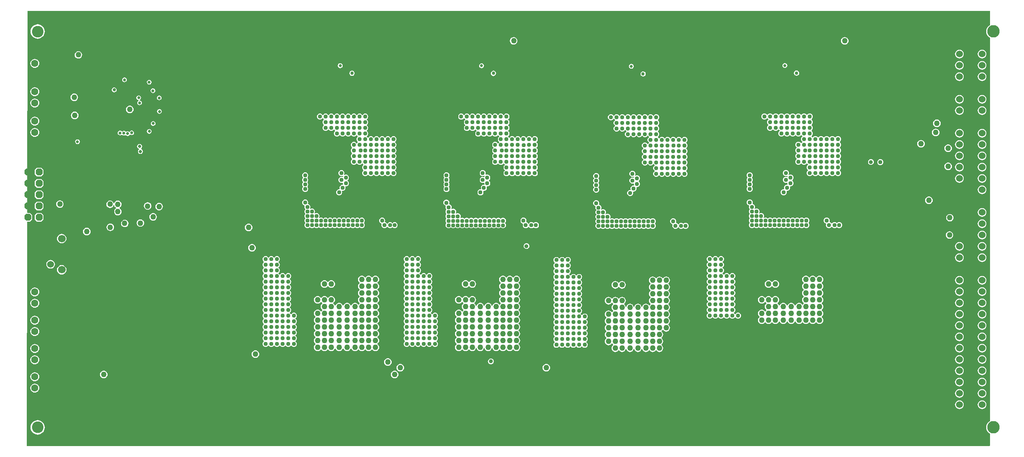
<source format=gbr>
%FSTAX23Y23*%
%MOIN*%
%SFA1B1*%

%IPPOS*%
%AMD59*
4,1,8,-0.031000,0.015500,-0.031000,-0.015500,-0.015500,-0.031000,0.015500,-0.031000,0.031000,-0.015500,0.031000,0.015500,0.015500,0.031000,-0.015500,0.031000,-0.031000,0.015500,0.0*
%
%ADD56C,0.066929*%
%ADD57C,0.060000*%
%ADD58C,0.062992*%
G04~CAMADD=59~4~0.0~0.0~620.0~620.0~0.0~155.0~0~0.0~0.0~0.0~0.0~0~0.0~0.0~0.0~0.0~0~0.0~0.0~0.0~90.0~620.0~620.0*
%ADD59D59*%
%ADD60C,0.110236*%
%ADD61C,0.060000*%
%ADD62C,0.102362*%
%ADD63C,0.035433*%
%ADD64C,0.037401*%
%ADD65C,0.050000*%
%ADD66C,0.030000*%
%ADD67C,0.026457*%
%ADD68C,0.025000*%
%ADD69C,0.027559*%
%LNlv1_copper_signal_1-1*%
%LPD*%
G36*
X09421Y04168D02*
X09414Y04164D01*
X09405Y04156*
X09397Y04147*
X09391Y04136*
X09387Y04124*
X09386Y04112*
X09387Y04099*
X09391Y04087*
X09397Y04077*
X09405Y04067*
X09414Y04059*
X09421Y04055*
Y00668*
X09414Y00664*
X09405Y00656*
X09397Y00647*
X09391Y00636*
X09387Y00624*
X09386Y00612*
X09387Y00599*
X09391Y00587*
X09397Y00577*
X09405Y00567*
X09414Y00559*
X09421Y00555*
Y00452*
X09415Y00446*
X00914*
X0091Y00449*
X00913Y02431*
X00939*
X00958Y0245*
Y02489*
X00939Y02508*
X00917*
X00913Y02512*
X00916Y04293*
X09421*
Y04168*
G37*
%LNlv1_copper_signal_1-2*%
%LPC*%
G36*
X0312Y02126D02*
X03113Y02125D01*
X03106Y02123*
X03101Y02118*
X03097Y02114*
X03096Y02114*
X03093*
X03092Y02114*
X03088Y02118*
X03083Y02123*
X03076Y02125*
X0307Y02126*
X03063Y02125*
X03056Y02123*
X03051Y02118*
X03047Y02114*
X03046Y02114*
X03043*
X03042Y02114*
X03038Y02118*
X03033Y02123*
X03026Y02125*
X0302Y02126*
X03013Y02125*
X03006Y02123*
X03001Y02118*
X02996Y02113*
X02994Y02106*
X02993Y021*
X02994Y02093*
X02996Y02086*
X03001Y02081*
X03005Y02077*
X03005Y02076*
Y02073*
X03005Y02072*
X03001Y02068*
X02996Y02063*
X02994Y02056*
X02993Y0205*
X02994Y02043*
X02996Y02036*
X03001Y02031*
X03005Y02027*
X03005Y02026*
Y02023*
X03005Y02022*
X03001Y02018*
X02996Y02013*
X02994Y02006*
X02993Y02*
X02994Y01993*
X02996Y01986*
X03001Y01981*
X03005Y01977*
X03005Y01976*
Y01973*
X03005Y01972*
X03001Y01968*
X02996Y01963*
X02994Y01956*
X02993Y0195*
X02994Y01943*
X02996Y01936*
X03001Y01931*
X03005Y01927*
X03005Y01926*
Y01923*
X03005Y01922*
X03001Y01918*
X02996Y01913*
X02994Y01906*
X02993Y019*
X02994Y01893*
X02996Y01886*
X03001Y01881*
X03005Y01877*
X03005Y01876*
Y01873*
X03005Y01872*
X03001Y01868*
X02996Y01863*
X02994Y01856*
X02993Y0185*
X02994Y01843*
X02996Y01836*
X03001Y01831*
X03005Y01827*
X03005Y01826*
Y01823*
X03005Y01822*
X03001Y01818*
X02996Y01813*
X02994Y01806*
X02993Y018*
X02994Y01793*
X02996Y01786*
X03001Y01781*
X03005Y01777*
X03005Y01776*
Y01773*
X03005Y01772*
X03001Y01768*
X02996Y01763*
X02994Y01756*
X02993Y0175*
X02994Y01743*
X02996Y01736*
X03001Y01731*
X03005Y01727*
X03005Y01726*
Y01723*
X03005Y01722*
X03001Y01718*
X02996Y01713*
X02994Y01706*
X02993Y017*
X02994Y01693*
X02996Y01686*
X03001Y01681*
X03005Y01677*
X03005Y01676*
Y01673*
X03005Y01672*
X03001Y01668*
X02996Y01663*
X02994Y01656*
X02993Y0165*
X02994Y01643*
X02996Y01636*
X03001Y01631*
X03005Y01627*
X03005Y01626*
Y01623*
X03005Y01622*
X03001Y01618*
X02996Y01613*
X02994Y01606*
X02993Y016*
X02994Y01593*
X02996Y01586*
X03001Y01581*
X03005Y01577*
X03005Y01576*
Y01573*
X03005Y01572*
X03001Y01568*
X02996Y01563*
X02994Y01556*
X02993Y0155*
X02994Y01543*
X02996Y01536*
X03001Y01531*
X03005Y01527*
X03005Y01526*
Y01523*
X03005Y01522*
X03001Y01518*
X02996Y01513*
X02994Y01506*
X02993Y015*
X02994Y01493*
X02996Y01486*
X03001Y01481*
X03005Y01477*
X03005Y01476*
Y01473*
X03005Y01472*
X03001Y01468*
X02996Y01463*
X02994Y01456*
X02993Y0145*
X02994Y01443*
X02996Y01436*
X03001Y01431*
X03005Y01427*
X03005Y01426*
Y01423*
X03005Y01422*
X03001Y01418*
X02996Y01413*
X02994Y01406*
X02993Y014*
X02994Y01393*
X02996Y01386*
X03001Y01381*
X03005Y01377*
X03005Y01376*
Y01373*
X03005Y01372*
X03001Y01368*
X02996Y01363*
X02994Y01356*
X02993Y0135*
X02994Y01343*
X02996Y01336*
X03001Y01331*
X03006Y01326*
X03013Y01324*
X0302Y01323*
X03026Y01324*
X03033Y01326*
X03038Y01331*
X03042Y01335*
X03043Y01335*
X03046*
X03047Y01335*
X03051Y01331*
X03056Y01326*
X03063Y01324*
X0307Y01323*
X03076Y01324*
X03083Y01326*
X03088Y01331*
X03092Y01335*
X03093Y01335*
X03096*
X03097Y01335*
X03101Y01331*
X03106Y01326*
X03113Y01324*
X0312Y01323*
X03126Y01324*
X03133Y01326*
X03138Y01331*
X03142Y01335*
X03143Y01335*
X03146*
X03147Y01335*
X03151Y01331*
X03156Y01326*
X03163Y01324*
X0317Y01323*
X03176Y01324*
X03183Y01326*
X03188Y01331*
X03192Y01335*
X03193Y01335*
X03196*
X03197Y01335*
X03201Y01331*
X03206Y01326*
X03213Y01324*
X0322Y01323*
X03226Y01324*
X03233Y01326*
X03238Y01331*
X03242Y01335*
X03243Y01335*
X03246*
X03247Y01335*
X03251Y01331*
X03256Y01326*
X03263Y01324*
X0327Y01323*
X03276Y01324*
X03283Y01326*
X03288Y01331*
X03293Y01336*
X03295Y01343*
X03296Y0135*
X03295Y01356*
X03293Y01363*
X03288Y01368*
X03284Y01372*
X03284Y01373*
Y01376*
X03284Y01377*
X03288Y01381*
X03293Y01386*
X03295Y01393*
X03296Y014*
X03295Y01406*
X03293Y01413*
X03288Y01418*
X03284Y01422*
X03284Y01423*
Y01426*
X03284Y01427*
X03288Y01431*
X03293Y01436*
X03295Y01443*
X03296Y0145*
X03295Y01456*
X03293Y01463*
X03288Y01468*
X03284Y01472*
X03284Y01473*
Y01476*
X03284Y01477*
X03288Y01481*
X03293Y01486*
X03295Y01493*
X03296Y015*
X03295Y01506*
X03293Y01513*
X03288Y01518*
X03284Y01522*
X03284Y01523*
Y01526*
X03284Y01527*
X03288Y01531*
X03293Y01536*
X03295Y01543*
X03296Y0155*
X03295Y01556*
X03293Y01563*
X03288Y01568*
X03284Y01572*
X03284Y01573*
Y01576*
X03284Y01577*
X03288Y01581*
X03293Y01586*
X03295Y01593*
X03296Y016*
X03295Y01606*
X03293Y01613*
X03288Y01618*
X03283Y01623*
X03276Y01625*
X0327Y01626*
X03263Y01625*
X03256Y01623*
X03251Y01618*
X03247Y01614*
X03246Y01614*
X03243*
X03242Y01614*
X03238Y01618*
X03234Y01622*
X03234Y01623*
Y01626*
X03234Y01627*
X03238Y01631*
X03243Y01636*
X03245Y01643*
X03246Y0165*
X03245Y01656*
X03243Y01663*
X03238Y01668*
X03234Y01672*
X03234Y01673*
Y01676*
X03234Y01677*
X03238Y01681*
X03243Y01686*
X03245Y01693*
X03246Y017*
X03245Y01706*
X03243Y01713*
X03238Y01718*
X03234Y01722*
X03234Y01723*
Y01726*
X03234Y01727*
X03238Y01731*
X03243Y01736*
X03245Y01743*
X03246Y0175*
X03245Y01756*
X03243Y01763*
X03238Y01768*
X03234Y01772*
X03234Y01773*
Y01776*
X03234Y01777*
X03238Y01781*
X03243Y01786*
X03245Y01793*
X03246Y018*
X03245Y01806*
X03243Y01813*
X03238Y01818*
X03234Y01822*
X03234Y01823*
Y01826*
X03234Y01827*
X03238Y01831*
X03243Y01836*
X03245Y01843*
X03246Y0185*
X03245Y01856*
X03243Y01863*
X03238Y01868*
X03234Y01872*
X03234Y01873*
Y01876*
X03234Y01877*
X03238Y01881*
X03243Y01886*
X03245Y01893*
X03246Y019*
X03245Y01906*
X03243Y01913*
X03238Y01918*
X03234Y01922*
X03234Y01923*
Y01926*
X03234Y01927*
X03238Y01931*
X03243Y01936*
X03245Y01943*
X03246Y0195*
X03245Y01956*
X03243Y01963*
X03238Y01968*
X03233Y01973*
X03226Y01975*
X0322Y01976*
X03213Y01975*
X03206Y01973*
X03201Y01968*
X03197Y01964*
X03196Y01964*
X03193*
X03192Y01964*
X03188Y01968*
X03183Y01973*
X03176Y01975*
X0317Y01976*
X03163Y01975*
X03156Y01973*
X03151Y01968*
X03147Y01964*
X03146Y01964*
X03143*
X03142Y01964*
X03138Y01968*
X03134Y01972*
X03134Y01973*
Y01976*
X03134Y01977*
X03138Y01981*
X03143Y01986*
X03145Y01993*
X03146Y02*
X03145Y02006*
X03143Y02013*
X03138Y02018*
X03134Y02022*
X03134Y02023*
Y02026*
X03134Y02027*
X03138Y02031*
X03143Y02036*
X03145Y02043*
X03146Y0205*
X03145Y02056*
X03143Y02063*
X03138Y02068*
X03134Y02072*
X03134Y02073*
Y02076*
X03134Y02077*
X03138Y02081*
X03143Y02086*
X03145Y02093*
X03146Y021*
X03145Y02106*
X03143Y02113*
X03138Y02118*
X03133Y02123*
X03126Y02125*
X0312Y02126*
G37*
G36*
X04366D02*
X04359Y02125D01*
X04352Y02123*
X04347Y02118*
X04344Y02114*
X04342Y02114*
X04339*
X04338Y02114*
X04335Y02118*
X04329Y02123*
X04323Y02125*
X04316Y02126*
X04309Y02125*
X04302Y02123*
X04297Y02118*
X04294Y02114*
X04292Y02114*
X04289*
X04288Y02114*
X04285Y02118*
X04279Y02123*
X04273Y02125*
X04266Y02126*
X04259Y02125*
X04252Y02123*
X04247Y02118*
X04242Y02113*
X0424Y02106*
X04239Y021*
X0424Y02093*
X04242Y02086*
X04247Y02081*
X04251Y02077*
X04251Y02076*
Y02073*
X04251Y02072*
X04247Y02068*
X04242Y02063*
X0424Y02056*
X04239Y0205*
X0424Y02043*
X04242Y02036*
X04247Y02031*
X04251Y02027*
X04251Y02026*
Y02023*
X04251Y02022*
X04247Y02018*
X04242Y02013*
X0424Y02006*
X04239Y02*
X0424Y01993*
X04242Y01986*
X04247Y01981*
X04251Y01977*
X04251Y01976*
Y01973*
X04251Y01972*
X04247Y01968*
X04242Y01963*
X0424Y01956*
X04239Y0195*
X0424Y01943*
X04242Y01936*
X04247Y01931*
X04251Y01927*
X04251Y01926*
Y01923*
X04251Y01922*
X04247Y01918*
X04242Y01913*
X0424Y01906*
X04239Y019*
X0424Y01893*
X04242Y01886*
X04247Y01881*
X04251Y01877*
X04251Y01876*
Y01873*
X04251Y01872*
X04247Y01868*
X04242Y01863*
X0424Y01856*
X04239Y0185*
X0424Y01843*
X04242Y01836*
X04247Y01831*
X04251Y01827*
X04251Y01826*
Y01823*
X04251Y01822*
X04247Y01818*
X04242Y01813*
X0424Y01806*
X04239Y018*
X0424Y01793*
X04242Y01786*
X04247Y01781*
X04251Y01777*
X04251Y01776*
Y01773*
X04251Y01772*
X04247Y01768*
X04242Y01763*
X0424Y01756*
X04239Y0175*
X0424Y01743*
X04242Y01736*
X04247Y01731*
X04251Y01727*
X04251Y01726*
Y01723*
X04251Y01722*
X04247Y01718*
X04242Y01713*
X0424Y01706*
X04239Y017*
X0424Y01693*
X04242Y01686*
X04247Y01681*
X04251Y01677*
X04251Y01676*
Y01673*
X04251Y01672*
X04247Y01668*
X04242Y01663*
X0424Y01656*
X04239Y0165*
X0424Y01643*
X04242Y01636*
X04247Y01631*
X04251Y01627*
X04251Y01626*
Y01623*
X04251Y01622*
X04247Y01618*
X04242Y01613*
X0424Y01606*
X04239Y016*
X0424Y01593*
X04242Y01586*
X04247Y01581*
X04251Y01577*
X04251Y01576*
Y01573*
X04251Y01572*
X04247Y01568*
X04242Y01563*
X0424Y01556*
X04239Y0155*
X0424Y01543*
X04242Y01536*
X04247Y01531*
X04251Y01527*
X04251Y01526*
Y01523*
X04251Y01522*
X04247Y01518*
X04242Y01513*
X0424Y01506*
X04239Y015*
X0424Y01493*
X04242Y01486*
X04247Y01481*
X04251Y01477*
X04251Y01476*
Y01473*
X04251Y01472*
X04247Y01468*
X04242Y01463*
X0424Y01456*
X04239Y0145*
X0424Y01443*
X04242Y01436*
X04247Y01431*
X04251Y01427*
X04251Y01426*
Y01423*
X04251Y01422*
X04247Y01418*
X04242Y01413*
X0424Y01406*
X04239Y014*
X0424Y01393*
X04242Y01386*
X04247Y01381*
X04251Y01377*
X04251Y01376*
Y01373*
X04251Y01372*
X04247Y01368*
X04242Y01363*
X0424Y01356*
X04239Y0135*
X0424Y01343*
X04242Y01336*
X04247Y01331*
X04252Y01326*
X04259Y01324*
X04266Y01323*
X04273Y01324*
X04279Y01326*
X04285Y01331*
X04288Y01335*
X04289Y01335*
X04292*
X04294Y01335*
X04297Y01331*
X04302Y01326*
X04309Y01324*
X04316Y01323*
X04323Y01324*
X04329Y01326*
X04335Y01331*
X04338Y01335*
X04339Y01335*
X04342*
X04344Y01335*
X04347Y01331*
X04352Y01326*
X04359Y01324*
X04366Y01323*
X04373Y01324*
X04379Y01326*
X04385Y01331*
X04388Y01335*
X04389Y01335*
X04392*
X04394Y01335*
X04397Y01331*
X04402Y01326*
X04409Y01324*
X04416Y01323*
X04423Y01324*
X04429Y01326*
X04435Y01331*
X04438Y01335*
X04439Y01335*
X04442*
X04444Y01335*
X04447Y01331*
X04452Y01326*
X04459Y01324*
X04466Y01323*
X04473Y01324*
X04479Y01326*
X04485Y01331*
X04488Y01335*
X04489Y01335*
X04492*
X04494Y01335*
X04497Y01331*
X04502Y01326*
X04509Y01324*
X04516Y01323*
X04523Y01324*
X04529Y01326*
X04535Y01331*
X04539Y01336*
X04541Y01343*
X04542Y0135*
X04541Y01356*
X04539Y01363*
X04535Y01368*
X04531Y01372*
X0453Y01373*
Y01376*
X04531Y01377*
X04535Y01381*
X04539Y01386*
X04541Y01393*
X04542Y014*
X04541Y01406*
X04539Y01413*
X04535Y01418*
X04531Y01422*
X0453Y01423*
Y01426*
X04531Y01427*
X04535Y01431*
X04539Y01436*
X04541Y01443*
X04542Y0145*
X04541Y01456*
X04539Y01463*
X04535Y01468*
X04531Y01472*
X0453Y01473*
Y01476*
X04531Y01477*
X04535Y01481*
X04539Y01486*
X04541Y01493*
X04542Y015*
X04541Y01506*
X04539Y01513*
X04535Y01518*
X04531Y01522*
X0453Y01523*
Y01526*
X04531Y01527*
X04535Y01531*
X04539Y01536*
X04541Y01543*
X04542Y0155*
X04541Y01556*
X04539Y01563*
X04535Y01568*
X04531Y01572*
X0453Y01573*
Y01576*
X04531Y01577*
X04535Y01581*
X04539Y01586*
X04541Y01593*
X04542Y016*
X04541Y01606*
X04539Y01613*
X04535Y01618*
X04529Y01623*
X04523Y01625*
X04516Y01626*
X04509Y01625*
X04502Y01623*
X04497Y01618*
X04494Y01614*
X04492Y01614*
X04489*
X04488Y01614*
X04485Y01618*
X04481Y01622*
X0448Y01623*
Y01626*
X04481Y01627*
X04485Y01631*
X04489Y01636*
X04491Y01643*
X04492Y0165*
X04491Y01656*
X04489Y01663*
X04485Y01668*
X04481Y01672*
X0448Y01673*
Y01676*
X04481Y01677*
X04485Y01681*
X04489Y01686*
X04491Y01693*
X04492Y017*
X04491Y01706*
X04489Y01713*
X04485Y01718*
X04481Y01722*
X0448Y01723*
Y01726*
X04481Y01727*
X04485Y01731*
X04489Y01736*
X04491Y01743*
X04492Y0175*
X04491Y01756*
X04489Y01763*
X04485Y01768*
X04481Y01772*
X0448Y01773*
Y01776*
X04481Y01777*
X04485Y01781*
X04489Y01786*
X04491Y01793*
X04492Y018*
X04491Y01806*
X04489Y01813*
X04485Y01818*
X04481Y01822*
X0448Y01823*
Y01826*
X04481Y01827*
X04485Y01831*
X04489Y01836*
X04491Y01843*
X04492Y0185*
X04491Y01856*
X04489Y01863*
X04485Y01868*
X04481Y01872*
X0448Y01873*
Y01876*
X04481Y01877*
X04485Y01881*
X04489Y01886*
X04491Y01893*
X04492Y019*
X04491Y01906*
X04489Y01913*
X04485Y01918*
X04481Y01922*
X0448Y01923*
Y01926*
X04481Y01927*
X04485Y01931*
X04489Y01936*
X04491Y01943*
X04492Y0195*
X04491Y01956*
X04489Y01963*
X04485Y01968*
X04479Y01973*
X04473Y01975*
X04466Y01976*
X04459Y01975*
X04452Y01973*
X04447Y01968*
X04444Y01964*
X04442Y01964*
X04439*
X04438Y01964*
X04435Y01968*
X04429Y01973*
X04423Y01975*
X04416Y01976*
X04409Y01975*
X04402Y01973*
X04397Y01968*
X04394Y01964*
X04392Y01964*
X04389*
X04388Y01964*
X04385Y01968*
X04381Y01972*
X0438Y01973*
Y01976*
X04381Y01977*
X04385Y01981*
X04389Y01986*
X04391Y01993*
X04392Y02*
X04391Y02006*
X04389Y02013*
X04385Y02018*
X04381Y02022*
X0438Y02023*
Y02026*
X04381Y02027*
X04385Y02031*
X04389Y02036*
X04391Y02043*
X04392Y0205*
X04391Y02056*
X04389Y02063*
X04385Y02068*
X04381Y02072*
X0438Y02073*
Y02076*
X04381Y02077*
X04385Y02081*
X04389Y02086*
X04391Y02093*
X04392Y021*
X04391Y02106*
X04389Y02113*
X04385Y02118*
X04379Y02123*
X04373Y02125*
X04366Y02126*
G37*
G36*
X05689Y02118D02*
X05682Y02118D01*
X05676Y02115*
X0567Y02111*
X05667Y02107*
X05666Y02106*
X05662*
X05661Y02107*
X05658Y02111*
X05653Y02115*
X05646Y02118*
X05639Y02118*
X05632Y02118*
X05626Y02115*
X0562Y02111*
X05617Y02107*
X05616Y02106*
X05612*
X05611Y02107*
X05608Y02111*
X05603Y02115*
X05596Y02118*
X05589Y02118*
X05582Y02118*
X05576Y02115*
X0557Y02111*
X05566Y02105*
X05563Y02099*
X05562Y02092*
X05563Y02085*
X05566Y02078*
X0557Y02073*
X05574Y0207*
X05575Y02068*
Y02065*
X05574Y02064*
X0557Y02061*
X05566Y02055*
X05563Y02049*
X05562Y02042*
X05563Y02035*
X05566Y02028*
X0557Y02023*
X05574Y0202*
X05575Y02018*
Y02015*
X05574Y02014*
X0557Y02011*
X05566Y02005*
X05563Y01999*
X05562Y01992*
X05563Y01985*
X05566Y01978*
X0557Y01973*
X05574Y0197*
X05575Y01968*
Y01965*
X05574Y01964*
X0557Y01961*
X05566Y01955*
X05563Y01949*
X05562Y01942*
X05563Y01935*
X05566Y01928*
X0557Y01923*
X05574Y0192*
X05575Y01918*
Y01915*
X05574Y01914*
X0557Y01911*
X05566Y01905*
X05563Y01899*
X05562Y01892*
X05563Y01885*
X05566Y01878*
X0557Y01873*
X05574Y0187*
X05575Y01868*
Y01865*
X05574Y01864*
X0557Y01861*
X05566Y01855*
X05563Y01849*
X05562Y01842*
X05563Y01835*
X05566Y01828*
X0557Y01823*
X05574Y0182*
X05575Y01818*
Y01815*
X05574Y01814*
X0557Y01811*
X05566Y01805*
X05563Y01799*
X05562Y01792*
X05563Y01785*
X05566Y01778*
X0557Y01773*
X05574Y0177*
X05575Y01768*
Y01765*
X05574Y01764*
X0557Y01761*
X05566Y01755*
X05563Y01749*
X05562Y01742*
X05563Y01735*
X05566Y01728*
X0557Y01723*
X05574Y0172*
X05575Y01718*
Y01715*
X05574Y01714*
X0557Y01711*
X05566Y01705*
X05563Y01699*
X05562Y01692*
X05563Y01685*
X05566Y01678*
X0557Y01673*
X05574Y0167*
X05575Y01668*
Y01665*
X05574Y01664*
X0557Y01661*
X05566Y01655*
X05563Y01649*
X05562Y01642*
X05563Y01635*
X05566Y01628*
X0557Y01623*
X05574Y0162*
X05575Y01618*
Y01615*
X05574Y01614*
X0557Y01611*
X05566Y01605*
X05563Y01599*
X05562Y01592*
X05563Y01585*
X05566Y01578*
X0557Y01573*
X05574Y0157*
X05575Y01568*
Y01565*
X05574Y01564*
X0557Y01561*
X05566Y01555*
X05563Y01549*
X05562Y01542*
X05563Y01535*
X05566Y01528*
X0557Y01523*
X05574Y0152*
X05575Y01518*
Y01515*
X05574Y01514*
X0557Y01511*
X05566Y01505*
X05563Y01499*
X05562Y01492*
X05563Y01485*
X05566Y01478*
X0557Y01473*
X05574Y0147*
X05575Y01468*
Y01465*
X05574Y01464*
X0557Y01461*
X05566Y01455*
X05563Y01449*
X05562Y01442*
X05563Y01435*
X05566Y01428*
X0557Y01423*
X05574Y0142*
X05575Y01418*
Y01415*
X05574Y01414*
X0557Y01411*
X05566Y01405*
X05563Y01399*
X05562Y01392*
X05563Y01385*
X05566Y01378*
X0557Y01373*
X05574Y0137*
X05575Y01368*
Y01365*
X05574Y01364*
X0557Y01361*
X05566Y01355*
X05563Y01349*
X05562Y01342*
X05563Y01335*
X05566Y01328*
X0557Y01323*
X05576Y01318*
X05582Y01316*
X05589Y01315*
X05596Y01316*
X05603Y01318*
X05608Y01323*
X05611Y01327*
X05612Y01327*
X05616*
X05617Y01327*
X0562Y01323*
X05626Y01318*
X05632Y01316*
X05639Y01315*
X05646Y01316*
X05653Y01318*
X05658Y01323*
X05661Y01327*
X05662Y01327*
X05666*
X05667Y01327*
X0567Y01323*
X05676Y01318*
X05682Y01316*
X05689Y01315*
X05696Y01316*
X05703Y01318*
X05708Y01323*
X05711Y01327*
X05712Y01327*
X05716*
X05717Y01327*
X0572Y01323*
X05726Y01318*
X05732Y01316*
X05739Y01315*
X05746Y01316*
X05753Y01318*
X05758Y01323*
X05761Y01327*
X05762Y01327*
X05766*
X05767Y01327*
X0577Y01323*
X05776Y01318*
X05782Y01316*
X05789Y01315*
X05796Y01316*
X05803Y01318*
X05808Y01323*
X05811Y01327*
X05812Y01327*
X05816*
X05817Y01327*
X0582Y01323*
X05826Y01318*
X05832Y01316*
X05839Y01315*
X05846Y01316*
X05853Y01318*
X05858Y01323*
X05862Y01328*
X05865Y01335*
X05866Y01342*
X05865Y01349*
X05862Y01355*
X05858Y01361*
X05854Y01364*
X05854Y01365*
Y01368*
X05854Y0137*
X05858Y01373*
X05862Y01378*
X05865Y01385*
X05866Y01392*
X05865Y01399*
X05862Y01405*
X05858Y01411*
X05854Y01414*
X05854Y01415*
Y01418*
X05854Y0142*
X05858Y01423*
X05862Y01428*
X05865Y01435*
X05866Y01442*
X05865Y01449*
X05862Y01455*
X05858Y01461*
X05854Y01464*
X05854Y01465*
Y01468*
X05854Y0147*
X05858Y01473*
X05862Y01478*
X05865Y01485*
X05866Y01492*
X05865Y01499*
X05862Y01505*
X05858Y01511*
X05854Y01514*
X05854Y01515*
Y01518*
X05854Y0152*
X05858Y01523*
X05862Y01528*
X05865Y01535*
X05866Y01542*
X05865Y01549*
X05862Y01555*
X05858Y01561*
X05854Y01564*
X05854Y01565*
Y01568*
X05854Y0157*
X05858Y01573*
X05862Y01578*
X05865Y01585*
X05866Y01592*
X05865Y01599*
X05862Y01605*
X05858Y01611*
X05853Y01615*
X05846Y01618*
X05839Y01618*
X05832Y01618*
X05826Y01615*
X0582Y01611*
X05817Y01607*
X05816Y01606*
X05812*
X05811Y01607*
X05808Y01611*
X05804Y01614*
X05804Y01615*
Y01618*
X05804Y0162*
X05808Y01623*
X05812Y01628*
X05815Y01635*
X05816Y01642*
X05815Y01649*
X05812Y01655*
X05808Y01661*
X05804Y01664*
X05804Y01665*
Y01668*
X05804Y0167*
X05808Y01673*
X05812Y01678*
X05815Y01685*
X05816Y01692*
X05815Y01699*
X05812Y01705*
X05808Y01711*
X05804Y01714*
X05804Y01715*
Y01718*
X05804Y0172*
X05808Y01723*
X05812Y01728*
X05815Y01735*
X05816Y01742*
X05815Y01749*
X05812Y01755*
X05808Y01761*
X05804Y01764*
X05804Y01765*
Y01768*
X05804Y0177*
X05808Y01773*
X05812Y01778*
X05815Y01785*
X05816Y01792*
X05815Y01799*
X05812Y01805*
X05808Y01811*
X05804Y01814*
X05804Y01815*
Y01818*
X05804Y0182*
X05808Y01823*
X05812Y01828*
X05815Y01835*
X05816Y01842*
X05815Y01849*
X05812Y01855*
X05808Y01861*
X05804Y01864*
X05804Y01865*
Y01868*
X05804Y0187*
X05808Y01873*
X05812Y01878*
X05815Y01885*
X05816Y01892*
X05815Y01899*
X05812Y01905*
X05808Y01911*
X05804Y01914*
X05804Y01915*
Y01918*
X05804Y0192*
X05808Y01923*
X05812Y01928*
X05815Y01935*
X05816Y01942*
X05815Y01949*
X05812Y01955*
X05808Y01961*
X05803Y01965*
X05796Y01968*
X05789Y01968*
X05782Y01968*
X05776Y01965*
X0577Y01961*
X05767Y01957*
X05766Y01956*
X05762*
X05761Y01957*
X05758Y01961*
X05753Y01965*
X05746Y01968*
X05739Y01968*
X05732Y01968*
X05726Y01965*
X0572Y01961*
X05717Y01957*
X05716Y01956*
X05712*
X05711Y01957*
X05708Y01961*
X05704Y01964*
X05704Y01965*
Y01968*
X05704Y0197*
X05708Y01973*
X05712Y01978*
X05715Y01985*
X05716Y01992*
X05715Y01999*
X05712Y02005*
X05708Y02011*
X05704Y02014*
X05704Y02015*
Y02018*
X05704Y0202*
X05708Y02023*
X05712Y02028*
X05715Y02035*
X05716Y02042*
X05715Y02049*
X05712Y02055*
X05708Y02061*
X05704Y02064*
X05704Y02065*
Y02068*
X05704Y0207*
X05708Y02073*
X05712Y02078*
X05715Y02085*
X05716Y02092*
X05715Y02099*
X05712Y02105*
X05708Y02111*
X05703Y02115*
X05696Y02118*
X05689Y02118*
G37*
G36*
X0915Y0215D02*
X0914Y02149D01*
X0913Y02145*
X09122Y02139*
X09116Y02131*
X09113Y02122*
X09111Y02112*
X09113Y02102*
X09116Y02093*
X09122Y02085*
X0913Y02079*
X0914Y02075*
X0915Y02074*
X09159Y02075*
X09169Y02079*
X09177Y02085*
X09183Y02093*
X09186Y02102*
X09188Y02112*
X09186Y02122*
X09183Y02131*
X09177Y02139*
X09169Y02145*
X09159Y02149*
X0915Y0215*
G37*
G36*
X0935D02*
X0934Y02149D01*
X0933Y02145*
X09322Y02139*
X09316Y02131*
X09313Y02122*
X09311Y02112*
X09313Y02102*
X09316Y02093*
X09322Y02085*
X0933Y02079*
X0934Y02075*
X0935Y02074*
X09359Y02075*
X09369Y02079*
X09377Y02085*
X09383Y02093*
X09386Y02102*
X09388Y02112*
X09386Y02122*
X09383Y02131*
X09377Y02139*
X09369Y02145*
X09359Y02149*
X0935Y0215*
G37*
G36*
Y0225D02*
X0934Y02249D01*
X0933Y02245*
X09322Y02239*
X09316Y02231*
X09313Y02222*
X09311Y02212*
X09313Y02202*
X09316Y02193*
X09322Y02185*
X0933Y02179*
X0934Y02175*
X0935Y02174*
X09359Y02175*
X09369Y02179*
X09377Y02185*
X09383Y02193*
X09386Y02202*
X09388Y02212*
X09386Y02222*
X09383Y02231*
X09377Y02239*
X09369Y02245*
X09359Y02249*
X0935Y0225*
G37*
G36*
X05325Y0224D02*
X05319Y02239D01*
X05313Y02237*
X05307Y02233*
X05303Y02227*
X05301Y02221*
X053Y02214*
X05301Y02208*
X05303Y02202*
X05307Y02196*
X05313Y02192*
X05319Y0219*
X05325Y02189*
X05332Y0219*
X05338Y02192*
X05344Y02196*
X05348Y02202*
X0535Y02208*
X05351Y02214*
X0535Y02221*
X05348Y02227*
X05344Y02233*
X05338Y02237*
X05332Y02239*
X05325Y0224*
G37*
G36*
X0915Y0225D02*
X0914Y02249D01*
X0913Y02245*
X09122Y02239*
X09116Y02231*
X09113Y02222*
X09111Y02212*
X09113Y02202*
X09116Y02193*
X09122Y02185*
X0913Y02179*
X0914Y02175*
X0915Y02174*
X09159Y02175*
X09169Y02179*
X09177Y02185*
X09183Y02193*
X09186Y02202*
X09188Y02212*
X09186Y02222*
X09183Y02231*
X09177Y02239*
X09169Y02245*
X09159Y02249*
X0915Y0225*
G37*
G36*
X07044Y02126D02*
X07037Y02125D01*
X0703Y02123*
X07025Y02118*
X07021Y02114*
X0702Y02114*
X07017*
X07016Y02114*
X07012Y02118*
X07007Y02123*
X07Y02125*
X06994Y02126*
X06987Y02125*
X0698Y02123*
X06975Y02118*
X06971Y02114*
X0697Y02114*
X06967*
X06966Y02114*
X06962Y02118*
X06957Y02123*
X0695Y02125*
X06944Y02126*
X06937Y02125*
X0693Y02123*
X06925Y02118*
X0692Y02113*
X06918Y02106*
X06917Y021*
X06918Y02093*
X0692Y02086*
X06925Y02081*
X06929Y02077*
X06929Y02076*
Y02073*
X06929Y02072*
X06925Y02068*
X0692Y02063*
X06918Y02056*
X06917Y0205*
X06918Y02043*
X0692Y02036*
X06925Y02031*
X06929Y02027*
X06929Y02026*
Y02023*
X06929Y02022*
X06925Y02018*
X0692Y02013*
X06918Y02006*
X06917Y02*
X06918Y01993*
X0692Y01986*
X06925Y01981*
X06929Y01977*
X06929Y01976*
Y01973*
X06929Y01972*
X06925Y01968*
X0692Y01963*
X06918Y01956*
X06917Y0195*
X06918Y01943*
X0692Y01936*
X06925Y01931*
X06929Y01927*
X06929Y01926*
Y01923*
X06929Y01922*
X06925Y01918*
X0692Y01913*
X06918Y01906*
X06917Y019*
X06918Y01893*
X0692Y01886*
X06925Y01881*
X06929Y01877*
X06929Y01876*
Y01873*
X06929Y01872*
X06925Y01868*
X0692Y01863*
X06918Y01856*
X06917Y0185*
X06918Y01843*
X0692Y01836*
X06925Y01831*
X06929Y01827*
X06929Y01826*
Y01823*
X06929Y01822*
X06925Y01818*
X0692Y01813*
X06918Y01806*
X06917Y018*
X06918Y01793*
X0692Y01786*
X06925Y01781*
X06929Y01777*
X06929Y01776*
Y01773*
X06929Y01772*
X06925Y01768*
X0692Y01763*
X06918Y01756*
X06917Y0175*
X06918Y01743*
X0692Y01736*
X06925Y01731*
X06929Y01727*
X06929Y01726*
Y01723*
X06929Y01722*
X06925Y01718*
X0692Y01713*
X06918Y01706*
X06917Y017*
X06918Y01693*
X0692Y01686*
X06925Y01681*
X06929Y01677*
X06929Y01676*
Y01673*
X06929Y01672*
X06925Y01668*
X0692Y01663*
X06918Y01656*
X06917Y0165*
X06918Y01643*
X0692Y01636*
X06925Y01631*
X06929Y01627*
X06929Y01626*
Y01623*
X06929Y01622*
X06925Y01618*
X0692Y01613*
X06918Y01606*
X06917Y016*
X06918Y01593*
X0692Y01586*
X06925Y01581*
X0693Y01576*
X06937Y01574*
X06944Y01573*
X0695Y01574*
X06957Y01576*
X06962Y01581*
X06966Y01585*
X06967Y01585*
X0697*
X06971Y01585*
X06975Y01581*
X0698Y01576*
X06987Y01574*
X06994Y01573*
X07Y01574*
X07007Y01576*
X07012Y01581*
X07016Y01585*
X07017Y01585*
X0702*
X07021Y01585*
X07025Y01581*
X0703Y01576*
X07037Y01574*
X07044Y01573*
X0705Y01574*
X07057Y01576*
X07062Y01581*
X07066Y01585*
X07067Y01585*
X0707*
X07071Y01585*
X07075Y01581*
X0708Y01576*
X07087Y01574*
X07094Y01573*
X071Y01574*
X07107Y01576*
X07112Y01581*
X07116Y01585*
X07117Y01585*
X0712*
X07121Y01585*
X07125Y01581*
X0713Y01576*
X07137Y01574*
X07144Y01573*
X0715Y01574*
X07157Y01576*
X07162Y01581*
X07166Y01585*
X07167Y01585*
X0717*
X07171Y01585*
X07175Y01581*
X0718Y01576*
X07187Y01574*
X07194Y01573*
X072Y01574*
X07207Y01576*
X07212Y01581*
X07217Y01586*
X07219Y01593*
X0722Y016*
X07219Y01606*
X07217Y01613*
X07212Y01618*
X07207Y01623*
X072Y01625*
X07194Y01626*
X07187Y01625*
X0718Y01623*
X07175Y01618*
X07171Y01614*
X0717Y01614*
X07167*
X07166Y01614*
X07162Y01618*
X07158Y01622*
X07158Y01623*
Y01626*
X07158Y01627*
X07162Y01631*
X07167Y01636*
X07169Y01643*
X0717Y0165*
X07169Y01656*
X07167Y01663*
X07162Y01668*
X07158Y01672*
X07158Y01673*
Y01676*
X07158Y01677*
X07162Y01681*
X07167Y01686*
X07169Y01693*
X0717Y017*
X07169Y01706*
X07167Y01713*
X07162Y01718*
X07158Y01722*
X07158Y01723*
Y01726*
X07158Y01727*
X07162Y01731*
X07167Y01736*
X07169Y01743*
X0717Y0175*
X07169Y01756*
X07167Y01763*
X07162Y01768*
X07158Y01772*
X07158Y01773*
Y01776*
X07158Y01777*
X07162Y01781*
X07167Y01786*
X07169Y01793*
X0717Y018*
X07169Y01806*
X07167Y01813*
X07162Y01818*
X07158Y01822*
X07158Y01823*
Y01826*
X07158Y01827*
X07162Y01831*
X07167Y01836*
X07169Y01843*
X0717Y0185*
X07169Y01856*
X07167Y01863*
X07162Y01868*
X07158Y01872*
X07158Y01873*
Y01876*
X07158Y01877*
X07162Y01881*
X07167Y01886*
X07169Y01893*
X0717Y019*
X07169Y01906*
X07167Y01913*
X07162Y01918*
X07158Y01922*
X07158Y01923*
Y01926*
X07158Y01927*
X07162Y01931*
X07167Y01936*
X07169Y01943*
X0717Y0195*
X07169Y01956*
X07167Y01963*
X07162Y01968*
X07157Y01973*
X0715Y01975*
X07144Y01976*
X07137Y01975*
X0713Y01973*
X07125Y01968*
X07121Y01964*
X0712Y01964*
X07117*
X07116Y01964*
X07112Y01968*
X07107Y01973*
X071Y01975*
X07094Y01976*
X07087Y01975*
X0708Y01973*
X07075Y01968*
X07071Y01964*
X0707Y01964*
X07067*
X07066Y01964*
X07062Y01968*
X07058Y01972*
X07058Y01973*
Y01976*
X07058Y01977*
X07062Y01981*
X07067Y01986*
X07069Y01993*
X0707Y02*
X07069Y02006*
X07067Y02013*
X07062Y02018*
X07058Y02022*
X07058Y02023*
Y02026*
X07058Y02027*
X07062Y02031*
X07067Y02036*
X07069Y02043*
X0707Y0205*
X07069Y02056*
X07067Y02063*
X07062Y02068*
X07058Y02072*
X07058Y02073*
Y02076*
X07058Y02077*
X07062Y02081*
X07067Y02086*
X07069Y02093*
X0707Y021*
X07069Y02106*
X07067Y02113*
X07062Y02118*
X07057Y02123*
X0705Y02125*
X07044Y02126*
G37*
G36*
X029Y02233D02*
X02891Y02232D01*
X02883Y02228*
X02876Y02223*
X02871Y02216*
X02867Y02208*
X02866Y022*
X02867Y02191*
X02871Y02183*
X02876Y02176*
X02883Y02171*
X02891Y02167*
X029Y02166*
X02908Y02167*
X02916Y02171*
X02923Y02176*
X02928Y02183*
X02932Y02191*
X02933Y022*
X02932Y02208*
X02928Y02216*
X02923Y02223*
X02916Y02228*
X02908Y02232*
X029Y02233*
G37*
G36*
X07524Y01913D02*
X07515Y01912D01*
X07507Y01908*
X075Y01903*
X07497Y01898*
X07496Y01898*
X07491*
X07491Y01898*
X07487Y01903*
X0748Y01908*
X07472Y01912*
X07464Y01913*
X07455Y01912*
X07447Y01908*
X0744Y01903*
X07435Y01896*
X07431Y01888*
X0743Y0188*
X07431Y01871*
X07435Y01863*
X0744Y01856*
X07447Y01851*
X07455Y01847*
X07464Y01846*
X07472Y01847*
X0748Y01851*
X07487Y01856*
X07491Y01861*
X07491Y01861*
X07496*
X07497Y01861*
X075Y01856*
X07507Y01851*
X07515Y01847*
X07524Y01846*
X07532Y01847*
X0754Y01851*
X07547Y01856*
X07552Y01863*
X07556Y01871*
X07557Y0188*
X07556Y01888*
X07552Y01896*
X07547Y01903*
X0754Y01908*
X07532Y01912*
X07524Y01913*
G37*
G36*
X06559Y01945D02*
X06551Y01944D01*
X06543Y0194*
X06536Y01935*
X06532Y0193*
X06532Y0193*
X06526*
X06526Y0193*
X06523Y01935*
X06516Y0194*
X06508Y01944*
X06499Y01945*
X06491Y01944*
X06483Y0194*
X06476Y01935*
X06472Y0193*
X06472Y0193*
X06466*
X06466Y0193*
X06463Y01935*
X06456Y0194*
X06448Y01944*
X06439Y01945*
X06431Y01944*
X06423Y0194*
X06416Y01935*
X0641Y01928*
X06407Y0192*
X06406Y01912*
X06407Y01903*
X0641Y01895*
X06416Y01888*
X0642Y01885*
X0642Y01884*
Y01879*
X0642Y01879*
X06416Y01875*
X0641Y01868*
X06407Y0186*
X06406Y01852*
X06407Y01843*
X0641Y01835*
X06416Y01828*
X0642Y01825*
X0642Y01824*
Y01819*
X0642Y01819*
X06416Y01815*
X0641Y01808*
X06407Y018*
X06406Y01792*
X06407Y01783*
X0641Y01775*
X06416Y01768*
X0642Y01765*
X0642Y01764*
Y01759*
X0642Y01759*
X06416Y01755*
X0641Y01748*
X06407Y0174*
X06406Y01732*
X06407Y01723*
X0641Y01715*
X06416Y01708*
X0642Y01705*
X0642Y01704*
Y01699*
X0642Y01699*
X06416Y01695*
X06412Y0169*
X06412Y0169*
X06406*
X06406Y0169*
X06403Y01695*
X06396Y017*
X06388Y01704*
X06379Y01705*
X06371Y01704*
X06363Y017*
X06356Y01695*
X0635Y01688*
X06347Y0168*
X06347Y01677*
X06342*
X06341Y0168*
X06338Y01688*
X06333Y01695*
X06326Y017*
X06318Y01704*
X06309Y01705*
X06301Y01704*
X06293Y017*
X06286Y01695*
X0628Y01688*
X06277Y0168*
X06277Y01677*
X06272*
X06271Y0168*
X06268Y01688*
X06263Y01695*
X06256Y017*
X06248Y01704*
X06239Y01705*
X06231Y01704*
X06223Y017*
X06216Y01695*
X0621Y01688*
X06207Y0168*
X06207Y01677*
X06202*
X06201Y0168*
X06198Y01688*
X06193Y01695*
X06188Y01699*
X06188Y01699*
Y01704*
X06188Y01705*
X06193Y01708*
X06198Y01715*
X06201Y01723*
X06202Y01732*
X06201Y0174*
X06198Y01748*
X06193Y01755*
X06186Y0176*
X06178Y01764*
X06169Y01765*
X06161Y01764*
X06153Y0176*
X06146Y01755*
X06142Y0175*
X06142Y0175*
X06136*
X06136Y0175*
X06133Y01755*
X06126Y0176*
X06118Y01764*
X06109Y01765*
X06101Y01764*
X06093Y0176*
X06086Y01755*
X06082Y0175*
X06082Y0175*
X06076*
X06076Y0175*
X06073Y01755*
X06066Y0176*
X06058Y01764*
X06049Y01765*
X06041Y01764*
X06033Y0176*
X06026Y01755*
X0602Y01748*
X06017Y0174*
X06016Y01732*
X06017Y01723*
X0602Y01715*
X06026Y01708*
X06033Y01703*
X06041Y017*
X06049Y01698*
X06058Y017*
X06066Y01703*
X06073Y01708*
X06076Y01713*
X06076Y01713*
X06082*
X06082Y01713*
X06086Y01708*
X0609Y01705*
X0609Y01704*
Y01699*
X0609Y01699*
X06086Y01695*
X0608Y01688*
X06077Y0168*
X06076Y01672*
X06077Y01663*
X0608Y01655*
X06086Y01648*
X0609Y01645*
X0609Y01644*
Y01639*
X0609Y01639*
X06086Y01635*
X06082Y0163*
X06082Y0163*
X06076*
X06076Y0163*
X06073Y01635*
X06066Y0164*
X06058Y01644*
X06049Y01645*
X06041Y01644*
X06033Y0164*
X06026Y01635*
X0602Y01628*
X06017Y0162*
X06016Y01612*
X06017Y01603*
X0602Y01595*
X06026Y01588*
X0603Y01585*
X0603Y01584*
Y01579*
X0603Y01579*
X06026Y01575*
X0602Y01568*
X06017Y0156*
X06016Y01552*
X06017Y01543*
X0602Y01535*
X06026Y01528*
X0603Y01525*
X0603Y01524*
Y01519*
X0603Y01519*
X06026Y01515*
X0602Y01508*
X06017Y015*
X06016Y01492*
X06017Y01483*
X0602Y01475*
X06026Y01468*
X0603Y01465*
X0603Y01464*
Y01459*
X0603Y01459*
X06026Y01455*
X0602Y01448*
X06017Y0144*
X06016Y01432*
X06017Y01423*
X0602Y01415*
X06026Y01408*
X0603Y01405*
X0603Y01404*
Y01399*
X0603Y01399*
X06026Y01395*
X0602Y01388*
X06017Y0138*
X06016Y01372*
X06017Y01363*
X0602Y01355*
X06026Y01348*
X06033Y01343*
X06041Y0134*
X06049Y01338*
X06058Y0134*
X06066Y01343*
X06073Y01348*
X06076Y01353*
X06076Y01353*
X06082*
X06082Y01353*
X06086Y01348*
X0609Y01345*
X0609Y01344*
Y01339*
X0609Y01339*
X06086Y01335*
X0608Y01328*
X06077Y0132*
X06076Y01312*
X06077Y01303*
X0608Y01295*
X06086Y01288*
X06093Y01283*
X06101Y0128*
X06109Y01278*
X06118Y0128*
X06126Y01283*
X06133Y01288*
X06136Y01293*
X06136Y01293*
X06142*
X06142Y01293*
X06146Y01288*
X06153Y01283*
X06161Y0128*
X06169Y01278*
X06178Y0128*
X06186Y01283*
X06193Y01288*
X06198Y01295*
X06201Y01303*
X06202Y01306*
X06207*
X06207Y01303*
X0621Y01295*
X06216Y01288*
X06223Y01283*
X06231Y0128*
X06239Y01278*
X06248Y0128*
X06256Y01283*
X06263Y01288*
X06268Y01295*
X06271Y01303*
X06272Y01306*
X06277*
X06277Y01303*
X0628Y01295*
X06286Y01288*
X06293Y01283*
X06301Y0128*
X06309Y01278*
X06318Y0128*
X06326Y01283*
X06333Y01288*
X06338Y01295*
X06341Y01303*
X06342Y01306*
X06347*
X06347Y01303*
X0635Y01295*
X06356Y01288*
X06363Y01283*
X06371Y0128*
X06379Y01278*
X06388Y0128*
X06396Y01283*
X06403Y01288*
X06406Y01293*
X06406Y01293*
X06412*
X06412Y01293*
X06416Y01288*
X06423Y01283*
X06431Y0128*
X06439Y01278*
X06448Y0128*
X06456Y01283*
X06463Y01288*
X06466Y01293*
X06466Y01293*
X06472*
X06472Y01293*
X06476Y01288*
X06483Y01283*
X06491Y0128*
X06499Y01278*
X06508Y0128*
X06516Y01283*
X06523Y01288*
X06528Y01295*
X06531Y01303*
X06532Y01312*
X06531Y0132*
X06528Y01328*
X06523Y01335*
X06518Y01339*
X06518Y01339*
Y01344*
X06518Y01345*
X06523Y01348*
X06528Y01355*
X06531Y01363*
X06532Y01372*
X06531Y0138*
X06528Y01388*
X06523Y01395*
X06518Y01399*
X06518Y01399*
Y01404*
X06518Y01405*
X06523Y01408*
X06528Y01415*
X06531Y01423*
X06532Y01432*
X06531Y0144*
X06528Y01448*
X06523Y01455*
X06518Y01459*
X06518Y01459*
Y01464*
X06518Y01465*
X06523Y01468*
X06526Y01473*
X06526Y01473*
X06532*
X06532Y01473*
X06536Y01468*
X06543Y01463*
X06551Y0146*
X06559Y01458*
X06568Y0146*
X06576Y01463*
X06583Y01468*
X06588Y01475*
X06591Y01483*
X06592Y01492*
X06591Y015*
X06588Y01508*
X06583Y01515*
X06578Y01519*
X06578Y01519*
Y01524*
X06578Y01525*
X06583Y01528*
X06588Y01535*
X06591Y01543*
X06592Y01552*
X06591Y0156*
X06588Y01568*
X06583Y01575*
X06578Y01579*
X06578Y01579*
Y01584*
X06578Y01585*
X06583Y01588*
X06588Y01595*
X06591Y01603*
X06592Y01612*
X06591Y0162*
X06588Y01628*
X06583Y01635*
X06578Y01639*
X06578Y01639*
Y01644*
X06578Y01645*
X06583Y01648*
X06588Y01655*
X06591Y01663*
X06592Y01672*
X06591Y0168*
X06588Y01688*
X06583Y01695*
X06578Y01699*
X06578Y01699*
Y01704*
X06578Y01705*
X06583Y01708*
X06588Y01715*
X06591Y01723*
X06592Y01732*
X06591Y0174*
X06588Y01748*
X06583Y01755*
X06578Y01759*
X06578Y01759*
Y01764*
X06578Y01765*
X06583Y01768*
X06588Y01775*
X06591Y01783*
X06592Y01792*
X06591Y018*
X06588Y01808*
X06583Y01815*
X06578Y01819*
X06578Y01819*
Y01824*
X06578Y01825*
X06583Y01828*
X06588Y01835*
X06591Y01843*
X06592Y01852*
X06591Y0186*
X06588Y01868*
X06583Y01875*
X06578Y01879*
X06578Y01879*
Y01884*
X06578Y01885*
X06583Y01888*
X06588Y01895*
X06591Y01903*
X06592Y01912*
X06591Y0192*
X06588Y01928*
X06583Y01935*
X06576Y0194*
X06568Y01944*
X06559Y01945*
G37*
G36*
X04846Y01913D02*
X04837Y01912D01*
X04829Y01908*
X04822Y01903*
X04819Y01898*
X04818Y01898*
X04813*
X04813Y01898*
X04809Y01903*
X04802Y01908*
X04794Y01912*
X04786Y01913*
X04777Y01912*
X04769Y01908*
X04762Y01903*
X04757Y01896*
X04754Y01888*
X04752Y0188*
X04754Y01871*
X04757Y01863*
X04762Y01856*
X04769Y01851*
X04777Y01847*
X04786Y01846*
X04794Y01847*
X04802Y01851*
X04809Y01856*
X04813Y01861*
X04813Y01861*
X04818*
X04819Y01861*
X04822Y01856*
X04829Y01851*
X04837Y01847*
X04846Y01846*
X04854Y01847*
X04862Y01851*
X04869Y01856*
X04874Y01863*
X04878Y01871*
X04879Y0188*
X04878Y01888*
X04874Y01896*
X04869Y01903*
X04862Y01908*
X04854Y01912*
X04846Y01913*
G37*
G36*
X06169Y01905D02*
X06161Y01904D01*
X06153Y019*
X06146Y01895*
X06142Y0189*
X06142Y0189*
X06136*
X06136Y0189*
X06133Y01895*
X06126Y019*
X06118Y01904*
X06109Y01905*
X06101Y01904*
X06093Y019*
X06086Y01895*
X0608Y01888*
X06077Y0188*
X06076Y01872*
X06077Y01863*
X0608Y01855*
X06086Y01848*
X06093Y01843*
X06101Y0184*
X06109Y01838*
X06118Y0184*
X06126Y01843*
X06133Y01848*
X06136Y01853*
X06136Y01853*
X06142*
X06142Y01853*
X06146Y01848*
X06153Y01843*
X06161Y0184*
X06169Y01838*
X06178Y0184*
X06186Y01843*
X06193Y01848*
X06198Y01855*
X06201Y01863*
X06202Y01872*
X06201Y0188*
X06198Y01888*
X06193Y01895*
X06186Y019*
X06178Y01904*
X06169Y01905*
G37*
G36*
X036Y01913D02*
X03591Y01912D01*
X03583Y01908*
X03576Y01903*
X03573Y01898*
X03572Y01898*
X03567*
X03566Y01898*
X03563Y01903*
X03556Y01908*
X03548Y01912*
X0354Y01913*
X03531Y01912*
X03523Y01908*
X03516Y01903*
X03511Y01896*
X03507Y01888*
X03506Y0188*
X03507Y01871*
X03511Y01863*
X03516Y01856*
X03523Y01851*
X03531Y01847*
X0354Y01846*
X03548Y01847*
X03556Y01851*
X03563Y01856*
X03566Y01861*
X03567Y01861*
X03572*
X03573Y01861*
X03576Y01856*
X03583Y01851*
X03591Y01847*
X036Y01846*
X03608Y01847*
X03616Y01851*
X03623Y01856*
X03628Y01863*
X03632Y01871*
X03633Y0188*
X03632Y01888*
X03628Y01896*
X03623Y01903*
X03616Y01908*
X03608Y01912*
X036Y01913*
G37*
G36*
X01219Y02046D02*
X01208Y02045D01*
X01198Y02041*
X01189Y02034*
X01182Y02026*
X01178Y02015*
X01177Y02005*
X01178Y01994*
X01182Y01984*
X01189Y01975*
X01198Y01969*
X01208Y01964*
X01219Y01963*
X01229Y01964*
X01239Y01969*
X01248Y01975*
X01255Y01984*
X01259Y01994*
X0126Y02005*
X01259Y02015*
X01255Y02026*
X01248Y02034*
X01239Y02041*
X01229Y02045*
X01219Y02046*
G37*
G36*
X0112Y02092D02*
X01111Y02091D01*
X01101Y02087*
X01093Y02081*
X01087Y02073*
X01084Y02064*
X01082Y02054*
X01084Y02044*
X01087Y02035*
X01093Y02027*
X01101Y02021*
X01111Y02017*
X0112Y02016*
X0113Y02017*
X0114Y02021*
X01147Y02027*
X01154Y02035*
X01157Y02044*
X01159Y02054*
X01157Y02064*
X01154Y02073*
X01147Y02081*
X0114Y02087*
X0113Y02091*
X0112Y02092*
G37*
G36*
X07914Y01953D02*
X07905Y01952D01*
X07897Y01948*
X0789Y01943*
X07887Y01938*
X07886Y01938*
X07881*
X07881Y01938*
X07877Y01943*
X0787Y01948*
X07862Y01952*
X07854Y01953*
X07845Y01952*
X07837Y01948*
X0783Y01943*
X07827Y01938*
X07826Y01938*
X07821*
X07821Y01938*
X07817Y01943*
X0781Y01948*
X07802Y01952*
X07794Y01953*
X07785Y01952*
X07777Y01948*
X0777Y01943*
X07765Y01936*
X07761Y01928*
X0776Y0192*
X07761Y01911*
X07765Y01903*
X0777Y01896*
X07775Y01893*
X07775Y01892*
Y01887*
X07775Y01886*
X0777Y01883*
X07765Y01876*
X07761Y01868*
X0776Y0186*
X07761Y01851*
X07765Y01843*
X0777Y01836*
X07775Y01833*
X07775Y01832*
Y01827*
X07775Y01826*
X0777Y01823*
X07765Y01816*
X07761Y01808*
X0776Y018*
X07761Y01791*
X07765Y01783*
X0777Y01776*
X07775Y01773*
X07775Y01772*
Y01767*
X07775Y01766*
X0777Y01763*
X07765Y01756*
X07761Y01748*
X0776Y0174*
X07761Y01731*
X07765Y01723*
X0777Y01716*
X07775Y01713*
X07775Y01712*
Y01707*
X07775Y01706*
X0777Y01703*
X07767Y01698*
X07766Y01698*
X07761*
X07761Y01698*
X07757Y01703*
X0775Y01708*
X07742Y01712*
X07734Y01713*
X07725Y01712*
X07717Y01708*
X0771Y01703*
X07705Y01696*
X07701Y01688*
X07701Y01685*
X07696*
X07696Y01688*
X07692Y01696*
X07687Y01703*
X0768Y01708*
X07672Y01712*
X07664Y01713*
X07655Y01712*
X07647Y01708*
X0764Y01703*
X07635Y01696*
X07631Y01688*
X07631Y01685*
X07626*
X07626Y01688*
X07622Y01696*
X07617Y01703*
X0761Y01708*
X07602Y01712*
X07594Y01713*
X07585Y01712*
X07577Y01708*
X0757Y01703*
X07565Y01696*
X07561Y01688*
X07561Y01685*
X07556*
X07556Y01688*
X07552Y01696*
X07547Y01703*
X07542Y01706*
X07542Y01707*
Y01712*
X07542Y01713*
X07547Y01716*
X07552Y01723*
X07556Y01731*
X07557Y0174*
X07556Y01748*
X07552Y01756*
X07547Y01763*
X0754Y01768*
X07532Y01772*
X07524Y01773*
X07515Y01772*
X07507Y01768*
X075Y01763*
X07497Y01758*
X07496Y01758*
X07491*
X07491Y01758*
X07487Y01763*
X0748Y01768*
X07472Y01772*
X07464Y01773*
X07455Y01772*
X07447Y01768*
X0744Y01763*
X07437Y01758*
X07436Y01758*
X07431*
X07431Y01758*
X07427Y01763*
X0742Y01768*
X07412Y01772*
X07404Y01773*
X07395Y01772*
X07387Y01768*
X0738Y01763*
X07375Y01756*
X07371Y01748*
X0737Y0174*
X07371Y01731*
X07375Y01723*
X0738Y01716*
X07387Y01711*
X07395Y01707*
X07404Y01706*
X07412Y01707*
X0742Y01711*
X07427Y01716*
X07431Y01721*
X07431Y01721*
X07436*
X07437Y01721*
X0744Y01716*
X07445Y01713*
X07445Y01712*
Y01707*
X07445Y01706*
X0744Y01703*
X07435Y01696*
X07431Y01688*
X0743Y0168*
X07431Y01671*
X07435Y01663*
X0744Y01656*
X07445Y01653*
X07445Y01652*
Y01647*
X07445Y01646*
X0744Y01643*
X07437Y01638*
X07436Y01638*
X07431*
X07431Y01638*
X07427Y01643*
X0742Y01648*
X07412Y01652*
X07404Y01653*
X07395Y01652*
X07387Y01648*
X0738Y01643*
X07375Y01636*
X07371Y01628*
X0737Y0162*
X07371Y01611*
X07375Y01603*
X0738Y01596*
X07385Y01593*
X07385Y01592*
Y01587*
X07385Y01586*
X0738Y01583*
X07375Y01576*
X07371Y01568*
X0737Y0156*
X07371Y01551*
X07375Y01543*
X0738Y01536*
X07387Y01531*
X07395Y01527*
X07404Y01526*
X07412Y01527*
X0742Y01531*
X07427Y01536*
X07431Y01541*
X07431Y01541*
X07436*
X07437Y01541*
X0744Y01536*
X07447Y01531*
X07455Y01527*
X07464Y01526*
X07472Y01527*
X0748Y01531*
X07487Y01536*
X07491Y01541*
X07491Y01541*
X07496*
X07497Y01541*
X075Y01536*
X07507Y01531*
X07515Y01527*
X07524Y01526*
X07532Y01527*
X0754Y01531*
X07547Y01536*
X07552Y01543*
X07556Y01551*
X07556Y01554*
X07561*
X07561Y01551*
X07565Y01543*
X0757Y01536*
X07577Y01531*
X07585Y01527*
X07594Y01526*
X07602Y01527*
X0761Y01531*
X07617Y01536*
X07622Y01543*
X07626Y01551*
X07626Y01554*
X07631*
X07631Y01551*
X07635Y01543*
X0764Y01536*
X07647Y01531*
X07655Y01527*
X07664Y01526*
X07672Y01527*
X0768Y01531*
X07687Y01536*
X07692Y01543*
X07696Y01551*
X07696Y01554*
X07701*
X07701Y01551*
X07705Y01543*
X0771Y01536*
X07717Y01531*
X07725Y01527*
X07734Y01526*
X07742Y01527*
X0775Y01531*
X07757Y01536*
X07761Y01541*
X07761Y01541*
X07766*
X07767Y01541*
X0777Y01536*
X07777Y01531*
X07785Y01527*
X07794Y01526*
X07802Y01527*
X0781Y01531*
X07817Y01536*
X07821Y01541*
X07821Y01541*
X07826*
X07827Y01541*
X0783Y01536*
X07837Y01531*
X07845Y01527*
X07854Y01526*
X07862Y01527*
X0787Y01531*
X07877Y01536*
X07881Y01541*
X07881Y01541*
X07886*
X07887Y01541*
X0789Y01536*
X07897Y01531*
X07905Y01527*
X07914Y01526*
X07922Y01527*
X0793Y01531*
X07937Y01536*
X07942Y01543*
X07946Y01551*
X07947Y0156*
X07946Y01568*
X07942Y01576*
X07937Y01583*
X07932Y01586*
X07932Y01587*
Y01592*
X07932Y01593*
X07937Y01596*
X07942Y01603*
X07946Y01611*
X07947Y0162*
X07946Y01628*
X07942Y01636*
X07937Y01643*
X07932Y01646*
X07932Y01647*
Y01652*
X07932Y01653*
X07937Y01656*
X07942Y01663*
X07946Y01671*
X07947Y0168*
X07946Y01688*
X07942Y01696*
X07937Y01703*
X07932Y01706*
X07932Y01707*
Y01712*
X07932Y01713*
X07937Y01716*
X07942Y01723*
X07946Y01731*
X07947Y0174*
X07946Y01748*
X07942Y01756*
X07937Y01763*
X07932Y01766*
X07932Y01767*
Y01772*
X07932Y01773*
X07937Y01776*
X07942Y01783*
X07946Y01791*
X07947Y018*
X07946Y01808*
X07942Y01816*
X07937Y01823*
X07932Y01826*
X07932Y01827*
Y01832*
X07932Y01833*
X07937Y01836*
X07942Y01843*
X07946Y01851*
X07947Y0186*
X07946Y01868*
X07942Y01876*
X07937Y01883*
X07932Y01886*
X07932Y01887*
Y01892*
X07932Y01893*
X07937Y01896*
X07942Y01903*
X07946Y01911*
X07947Y0192*
X07946Y01928*
X07942Y01936*
X07937Y01943*
X0793Y01948*
X07922Y01952*
X07914Y01953*
G37*
G36*
X0399D02*
X03981Y01952D01*
X03973Y01948*
X03966Y01943*
X03963Y01938*
X03962Y01938*
X03957*
X03956Y01938*
X03953Y01943*
X03946Y01948*
X03938Y01952*
X0393Y01953*
X03921Y01952*
X03913Y01948*
X03906Y01943*
X03903Y01938*
X03902Y01938*
X03897*
X03896Y01938*
X03893Y01943*
X03886Y01948*
X03878Y01952*
X0387Y01953*
X03861Y01952*
X03853Y01948*
X03846Y01943*
X03841Y01936*
X03837Y01928*
X03836Y0192*
X03837Y01911*
X03841Y01903*
X03846Y01896*
X03851Y01893*
X03851Y01892*
Y01887*
X03851Y01886*
X03846Y01883*
X03841Y01876*
X03837Y01868*
X03836Y0186*
X03837Y01851*
X03841Y01843*
X03846Y01836*
X03851Y01833*
X03851Y01832*
Y01827*
X03851Y01826*
X03846Y01823*
X03841Y01816*
X03837Y01808*
X03836Y018*
X03837Y01791*
X03841Y01783*
X03846Y01776*
X03851Y01773*
X03851Y01772*
Y01767*
X03851Y01766*
X03846Y01763*
X03841Y01756*
X03837Y01748*
X03836Y0174*
X03837Y01731*
X03841Y01723*
X03846Y01716*
X03851Y01713*
X03851Y01712*
Y01707*
X03851Y01706*
X03846Y01703*
X03843Y01698*
X03842Y01698*
X03837*
X03836Y01698*
X03833Y01703*
X03826Y01708*
X03818Y01712*
X0381Y01713*
X03801Y01712*
X03793Y01708*
X03786Y01703*
X03781Y01696*
X03777Y01688*
X03777Y01685*
X03772*
X03772Y01688*
X03768Y01696*
X03763Y01703*
X03756Y01708*
X03748Y01712*
X0374Y01713*
X03731Y01712*
X03723Y01708*
X03716Y01703*
X03711Y01696*
X03707Y01688*
X03707Y01685*
X03702*
X03702Y01688*
X03698Y01696*
X03693Y01703*
X03686Y01708*
X03678Y01712*
X0367Y01713*
X03661Y01712*
X03653Y01708*
X03646Y01703*
X03641Y01696*
X03637Y01688*
X03637Y01685*
X03632*
X03632Y01688*
X03628Y01696*
X03623Y01703*
X03618Y01706*
X03618Y01707*
Y01712*
X03618Y01713*
X03623Y01716*
X03628Y01723*
X03632Y01731*
X03633Y0174*
X03632Y01748*
X03628Y01756*
X03623Y01763*
X03616Y01768*
X03608Y01772*
X036Y01773*
X03591Y01772*
X03583Y01768*
X03576Y01763*
X03573Y01758*
X03572Y01758*
X03567*
X03566Y01758*
X03563Y01763*
X03556Y01768*
X03548Y01772*
X0354Y01773*
X03531Y01772*
X03523Y01768*
X03516Y01763*
X03513Y01758*
X03512Y01758*
X03507*
X03506Y01758*
X03503Y01763*
X03496Y01768*
X03488Y01772*
X0348Y01773*
X03471Y01772*
X03463Y01768*
X03456Y01763*
X03451Y01756*
X03447Y01748*
X03446Y0174*
X03447Y01731*
X03451Y01723*
X03456Y01716*
X03463Y01711*
X03471Y01707*
X0348Y01706*
X03488Y01707*
X03496Y01711*
X03503Y01716*
X03506Y01721*
X03507Y01721*
X03512*
X03513Y01721*
X03516Y01716*
X03521Y01713*
X03521Y01712*
Y01707*
X03521Y01706*
X03516Y01703*
X03511Y01696*
X03507Y01688*
X03506Y0168*
X03507Y01671*
X03511Y01663*
X03516Y01656*
X03521Y01653*
X03521Y01652*
Y01647*
X03521Y01646*
X03516Y01643*
X03513Y01638*
X03512Y01638*
X03507*
X03506Y01638*
X03503Y01643*
X03496Y01648*
X03488Y01652*
X0348Y01653*
X03471Y01652*
X03463Y01648*
X03456Y01643*
X03451Y01636*
X03447Y01628*
X03446Y0162*
X03447Y01611*
X03451Y01603*
X03456Y01596*
X03461Y01593*
X03461Y01592*
Y01587*
X03461Y01586*
X03456Y01583*
X03451Y01576*
X03447Y01568*
X03446Y0156*
X03447Y01551*
X03451Y01543*
X03456Y01536*
X03461Y01533*
X03461Y01532*
Y01527*
X03461Y01526*
X03456Y01523*
X03451Y01516*
X03447Y01508*
X03446Y015*
X03447Y01491*
X03451Y01483*
X03456Y01476*
X03461Y01473*
X03461Y01472*
Y01467*
X03461Y01466*
X03456Y01463*
X03451Y01456*
X03447Y01448*
X03446Y0144*
X03447Y01431*
X03451Y01423*
X03456Y01416*
X03461Y01413*
X03461Y01412*
Y01407*
X03461Y01406*
X03456Y01403*
X03451Y01396*
X03447Y01388*
X03446Y0138*
X03447Y01371*
X03451Y01363*
X03456Y01356*
X03461Y01353*
X03461Y01352*
Y01347*
X03461Y01346*
X03456Y01343*
X03451Y01336*
X03447Y01328*
X03446Y0132*
X03447Y01311*
X03451Y01303*
X03456Y01296*
X03463Y01291*
X03471Y01287*
X0348Y01286*
X03488Y01287*
X03496Y01291*
X03503Y01296*
X03506Y01301*
X03507Y01301*
X03512*
X03513Y01301*
X03516Y01296*
X03523Y01291*
X03531Y01287*
X0354Y01286*
X03548Y01287*
X03556Y01291*
X03563Y01296*
X03566Y01301*
X03567Y01301*
X03572*
X03573Y01301*
X03576Y01296*
X03583Y01291*
X03591Y01287*
X036Y01286*
X03608Y01287*
X03616Y01291*
X03623Y01296*
X03628Y01303*
X03632Y01311*
X03632Y01314*
X03637*
X03637Y01311*
X03641Y01303*
X03646Y01296*
X03653Y01291*
X03661Y01287*
X0367Y01286*
X03678Y01287*
X03686Y01291*
X03693Y01296*
X03698Y01303*
X03702Y01311*
X03702Y01314*
X03707*
X03707Y01311*
X03711Y01303*
X03716Y01296*
X03723Y01291*
X03731Y01287*
X0374Y01286*
X03748Y01287*
X03756Y01291*
X03763Y01296*
X03768Y01303*
X03772Y01311*
X03772Y01314*
X03777*
X03777Y01311*
X03781Y01303*
X03786Y01296*
X03793Y01291*
X03801Y01287*
X0381Y01286*
X03818Y01287*
X03826Y01291*
X03833Y01296*
X03836Y01301*
X03837Y01301*
X03842*
X03843Y01301*
X03846Y01296*
X03853Y01291*
X03861Y01287*
X0387Y01286*
X03878Y01287*
X03886Y01291*
X03893Y01296*
X03896Y01301*
X03897Y01301*
X03902*
X03903Y01301*
X03906Y01296*
X03913Y01291*
X03921Y01287*
X0393Y01286*
X03938Y01287*
X03946Y01291*
X03953Y01296*
X03956Y01301*
X03957Y01301*
X03962*
X03963Y01301*
X03966Y01296*
X03973Y01291*
X03981Y01287*
X0399Y01286*
X03998Y01287*
X04006Y01291*
X04013Y01296*
X04018Y01303*
X04022Y01311*
X04023Y0132*
X04022Y01328*
X04018Y01336*
X04013Y01343*
X04008Y01346*
X04008Y01347*
Y01352*
X04008Y01353*
X04013Y01356*
X04018Y01363*
X04022Y01371*
X04023Y0138*
X04022Y01388*
X04018Y01396*
X04013Y01403*
X04008Y01406*
X04008Y01407*
Y01412*
X04008Y01413*
X04013Y01416*
X04018Y01423*
X04022Y01431*
X04023Y0144*
X04022Y01448*
X04018Y01456*
X04013Y01463*
X04008Y01466*
X04008Y01467*
Y01472*
X04008Y01473*
X04013Y01476*
X04018Y01483*
X04022Y01491*
X04023Y015*
X04022Y01508*
X04018Y01516*
X04013Y01523*
X04008Y01526*
X04008Y01527*
Y01532*
X04008Y01533*
X04013Y01536*
X04018Y01543*
X04022Y01551*
X04023Y0156*
X04022Y01568*
X04018Y01576*
X04013Y01583*
X04008Y01586*
X04008Y01587*
Y01592*
X04008Y01593*
X04013Y01596*
X04018Y01603*
X04022Y01611*
X04023Y0162*
X04022Y01628*
X04018Y01636*
X04013Y01643*
X04008Y01646*
X04008Y01647*
Y01652*
X04008Y01653*
X04013Y01656*
X04018Y01663*
X04022Y01671*
X04023Y0168*
X04022Y01688*
X04018Y01696*
X04013Y01703*
X04008Y01706*
X04008Y01707*
Y01712*
X04008Y01713*
X04013Y01716*
X04018Y01723*
X04022Y01731*
X04023Y0174*
X04022Y01748*
X04018Y01756*
X04013Y01763*
X04008Y01766*
X04008Y01767*
Y01772*
X04008Y01773*
X04013Y01776*
X04018Y01783*
X04022Y01791*
X04023Y018*
X04022Y01808*
X04018Y01816*
X04013Y01823*
X04008Y01826*
X04008Y01827*
Y01832*
X04008Y01833*
X04013Y01836*
X04018Y01843*
X04022Y01851*
X04023Y0186*
X04022Y01868*
X04018Y01876*
X04013Y01883*
X04008Y01886*
X04008Y01887*
Y01892*
X04008Y01893*
X04013Y01896*
X04018Y01903*
X04022Y01911*
X04023Y0192*
X04022Y01928*
X04018Y01936*
X04013Y01943*
X04006Y01948*
X03998Y01952*
X0399Y01953*
G37*
G36*
X05236D02*
X05227Y01952D01*
X05219Y01948*
X05212Y01943*
X05209Y01938*
X05208Y01938*
X05203*
X05203Y01938*
X05199Y01943*
X05192Y01948*
X05184Y01952*
X05176Y01953*
X05167Y01952*
X05159Y01948*
X05152Y01943*
X05149Y01938*
X05148Y01938*
X05143*
X05143Y01938*
X05139Y01943*
X05132Y01948*
X05124Y01952*
X05116Y01953*
X05107Y01952*
X05099Y01948*
X05092Y01943*
X05087Y01936*
X05084Y01928*
X05082Y0192*
X05084Y01911*
X05087Y01903*
X05092Y01896*
X05097Y01893*
X05097Y01892*
Y01887*
X05097Y01886*
X05092Y01883*
X05087Y01876*
X05084Y01868*
X05082Y0186*
X05084Y01851*
X05087Y01843*
X05092Y01836*
X05097Y01833*
X05097Y01832*
Y01827*
X05097Y01826*
X05092Y01823*
X05087Y01816*
X05084Y01808*
X05082Y018*
X05084Y01791*
X05087Y01783*
X05092Y01776*
X05097Y01773*
X05097Y01772*
Y01767*
X05097Y01766*
X05092Y01763*
X05087Y01756*
X05084Y01748*
X05082Y0174*
X05084Y01731*
X05087Y01723*
X05092Y01716*
X05097Y01713*
X05097Y01712*
Y01707*
X05097Y01706*
X05092Y01703*
X05089Y01698*
X05088Y01698*
X05083*
X05083Y01698*
X05079Y01703*
X05072Y01708*
X05064Y01712*
X05056Y01713*
X05047Y01712*
X05039Y01708*
X05032Y01703*
X05027Y01696*
X05024Y01688*
X05023Y01685*
X05018*
X05018Y01688*
X05014Y01696*
X05009Y01703*
X05002Y01708*
X04994Y01712*
X04986Y01713*
X04977Y01712*
X04969Y01708*
X04962Y01703*
X04957Y01696*
X04954Y01688*
X04953Y01685*
X04948*
X04948Y01688*
X04944Y01696*
X04939Y01703*
X04932Y01708*
X04924Y01712*
X04916Y01713*
X04907Y01712*
X04899Y01708*
X04892Y01703*
X04887Y01696*
X04884Y01688*
X04883Y01685*
X04878*
X04878Y01688*
X04874Y01696*
X04869Y01703*
X04864Y01706*
X04864Y01707*
Y01712*
X04864Y01713*
X04869Y01716*
X04874Y01723*
X04878Y01731*
X04879Y0174*
X04878Y01748*
X04874Y01756*
X04869Y01763*
X04862Y01768*
X04854Y01772*
X04846Y01773*
X04837Y01772*
X04829Y01768*
X04822Y01763*
X04819Y01758*
X04818Y01758*
X04813*
X04813Y01758*
X04809Y01763*
X04802Y01768*
X04794Y01772*
X04786Y01773*
X04777Y01772*
X04769Y01768*
X04762Y01763*
X04759Y01758*
X04758Y01758*
X04753*
X04753Y01758*
X04749Y01763*
X04742Y01768*
X04734Y01772*
X04726Y01773*
X04717Y01772*
X04709Y01768*
X04702Y01763*
X04697Y01756*
X04694Y01748*
X04692Y0174*
X04694Y01731*
X04697Y01723*
X04702Y01716*
X04709Y01711*
X04717Y01707*
X04726Y01706*
X04734Y01707*
X04742Y01711*
X04749Y01716*
X04753Y01721*
X04753Y01721*
X04758*
X04759Y01721*
X04762Y01716*
X04767Y01713*
X04767Y01712*
Y01707*
X04767Y01706*
X04762Y01703*
X04757Y01696*
X04754Y01688*
X04752Y0168*
X04754Y01671*
X04757Y01663*
X04762Y01656*
X04767Y01653*
X04767Y01652*
Y01647*
X04767Y01646*
X04762Y01643*
X04759Y01638*
X04758Y01638*
X04753*
X04753Y01638*
X04749Y01643*
X04742Y01648*
X04734Y01652*
X04726Y01653*
X04717Y01652*
X04709Y01648*
X04702Y01643*
X04697Y01636*
X04694Y01628*
X04692Y0162*
X04694Y01611*
X04697Y01603*
X04702Y01596*
X04707Y01593*
X04707Y01592*
Y01587*
X04707Y01586*
X04702Y01583*
X04697Y01576*
X04694Y01568*
X04692Y0156*
X04694Y01551*
X04697Y01543*
X04702Y01536*
X04707Y01533*
X04707Y01532*
Y01527*
X04707Y01526*
X04702Y01523*
X04697Y01516*
X04694Y01508*
X04692Y015*
X04694Y01491*
X04697Y01483*
X04702Y01476*
X04707Y01473*
X04707Y01472*
Y01467*
X04707Y01466*
X04702Y01463*
X04697Y01456*
X04694Y01448*
X04692Y0144*
X04694Y01431*
X04697Y01423*
X04702Y01416*
X04707Y01413*
X04707Y01412*
Y01407*
X04707Y01406*
X04702Y01403*
X04697Y01396*
X04694Y01388*
X04692Y0138*
X04694Y01371*
X04697Y01363*
X04702Y01356*
X04707Y01353*
X04707Y01352*
Y01347*
X04707Y01346*
X04702Y01343*
X04697Y01336*
X04694Y01328*
X04692Y0132*
X04694Y01311*
X04697Y01303*
X04702Y01296*
X04709Y01291*
X04717Y01287*
X04726Y01286*
X04734Y01287*
X04742Y01291*
X04749Y01296*
X04753Y01301*
X04753Y01301*
X04758*
X04759Y01301*
X04762Y01296*
X04769Y01291*
X04777Y01287*
X04786Y01286*
X04794Y01287*
X04802Y01291*
X04809Y01296*
X04813Y01301*
X04813Y01301*
X04818*
X04819Y01301*
X04822Y01296*
X04829Y01291*
X04837Y01287*
X04846Y01286*
X04854Y01287*
X04862Y01291*
X04869Y01296*
X04874Y01303*
X04878Y01311*
X04878Y01314*
X04883*
X04884Y01311*
X04887Y01303*
X04892Y01296*
X04899Y01291*
X04907Y01287*
X04916Y01286*
X04924Y01287*
X04932Y01291*
X04939Y01296*
X04944Y01303*
X04948Y01311*
X04948Y01314*
X04953*
X04954Y01311*
X04957Y01303*
X04962Y01296*
X04969Y01291*
X04977Y01287*
X04986Y01286*
X04994Y01287*
X05002Y01291*
X05009Y01296*
X05014Y01303*
X05018Y01311*
X05018Y01314*
X05023*
X05024Y01311*
X05027Y01303*
X05032Y01296*
X05039Y01291*
X05047Y01287*
X05056Y01286*
X05064Y01287*
X05072Y01291*
X05079Y01296*
X05083Y01301*
X05083Y01301*
X05088*
X05089Y01301*
X05092Y01296*
X05099Y01291*
X05107Y01287*
X05116Y01286*
X05124Y01287*
X05132Y01291*
X05139Y01296*
X05143Y01301*
X05143Y01301*
X05148*
X05149Y01301*
X05152Y01296*
X05159Y01291*
X05167Y01287*
X05176Y01286*
X05184Y01287*
X05192Y01291*
X05199Y01296*
X05203Y01301*
X05203Y01301*
X05208*
X05209Y01301*
X05212Y01296*
X05219Y01291*
X05227Y01287*
X05236Y01286*
X05244Y01287*
X05252Y01291*
X05259Y01296*
X05264Y01303*
X05268Y01311*
X05269Y0132*
X05268Y01328*
X05264Y01336*
X05259Y01343*
X05254Y01346*
X05254Y01347*
Y01352*
X05254Y01353*
X05259Y01356*
X05264Y01363*
X05268Y01371*
X05269Y0138*
X05268Y01388*
X05264Y01396*
X05259Y01403*
X05254Y01406*
X05254Y01407*
Y01412*
X05254Y01413*
X05259Y01416*
X05264Y01423*
X05268Y01431*
X05269Y0144*
X05268Y01448*
X05264Y01456*
X05259Y01463*
X05254Y01466*
X05254Y01467*
Y01472*
X05254Y01473*
X05259Y01476*
X05264Y01483*
X05268Y01491*
X05269Y015*
X05268Y01508*
X05264Y01516*
X05259Y01523*
X05254Y01526*
X05254Y01527*
Y01532*
X05254Y01533*
X05259Y01536*
X05264Y01543*
X05268Y01551*
X05269Y0156*
X05268Y01568*
X05264Y01576*
X05259Y01583*
X05254Y01586*
X05254Y01587*
Y01592*
X05254Y01593*
X05259Y01596*
X05264Y01603*
X05268Y01611*
X05269Y0162*
X05268Y01628*
X05264Y01636*
X05259Y01643*
X05254Y01646*
X05254Y01647*
Y01652*
X05254Y01653*
X05259Y01656*
X05264Y01663*
X05268Y01671*
X05269Y0168*
X05268Y01688*
X05264Y01696*
X05259Y01703*
X05254Y01706*
X05254Y01707*
Y01712*
X05254Y01713*
X05259Y01716*
X05264Y01723*
X05268Y01731*
X05269Y0174*
X05268Y01748*
X05264Y01756*
X05259Y01763*
X05254Y01766*
X05254Y01767*
Y01772*
X05254Y01773*
X05259Y01776*
X05264Y01783*
X05268Y01791*
X05269Y018*
X05268Y01808*
X05264Y01816*
X05259Y01823*
X05254Y01826*
X05254Y01827*
Y01832*
X05254Y01833*
X05259Y01836*
X05264Y01843*
X05268Y01851*
X05269Y0186*
X05268Y01868*
X05264Y01876*
X05259Y01883*
X05254Y01886*
X05254Y01887*
Y01892*
X05254Y01893*
X05259Y01896*
X05264Y01903*
X05268Y01911*
X05269Y0192*
X05268Y01928*
X05264Y01936*
X05259Y01943*
X05252Y01948*
X05244Y01952*
X05236Y01953*
G37*
G36*
X07977Y02467D02*
X0797Y02466D01*
X07964Y02464*
X07958Y02459*
X07954Y02454*
X07951Y02447*
X0795Y0244*
X07951Y02433*
X07954Y02427*
X07958Y02421*
X07964Y02417*
X07969Y02415*
X07971Y02412*
X07972Y02409*
X07971Y02407*
X0797Y024*
X07971Y02393*
X07974Y02387*
X07978Y02381*
X07984Y02377*
X0799Y02374*
X07997Y02373*
X08004Y02374*
X0801Y02377*
X08016Y02381*
X08019Y02385*
X0802Y02386*
X08024*
X08025Y02385*
X08028Y02381*
X08034Y02377*
X0804Y02374*
X08047Y02373*
X08054Y02374*
X0806Y02377*
X08063Y02379*
X08067Y02381*
X08071Y02379*
X08074Y02377*
X0808Y02374*
X08087Y02373*
X08094Y02374*
X081Y02377*
X08106Y02381*
X0811Y02387*
X08113Y02393*
X08114Y024*
X08113Y02407*
X0811Y02414*
X08106Y02419*
X081Y02424*
X08094Y02426*
X08087Y02427*
X0808Y02426*
X08074Y02424*
X08071Y02421*
X08067Y0242*
X08063Y02421*
X0806Y02424*
X08054Y02426*
X08047Y02427*
X0804Y02426*
X08034Y02424*
X08028Y02419*
X08025Y02415*
X08024Y02415*
X0802*
X08019Y02415*
X08016Y02419*
X0801Y02424*
X08005Y02426*
X08003Y02428*
X08002Y02431*
X08003Y02433*
X08004Y0244*
X08003Y02447*
X08Y02454*
X07996Y02459*
X0799Y02464*
X07984Y02466*
X07977Y02467*
G37*
G36*
X0935Y0245D02*
X0934Y02449D01*
X0933Y02445*
X09322Y02439*
X09316Y02431*
X09313Y02422*
X09311Y02412*
X09313Y02402*
X09316Y02393*
X09322Y02385*
X0933Y02379*
X0934Y02375*
X0935Y02374*
X09359Y02375*
X09369Y02379*
X09377Y02385*
X09383Y02393*
X09386Y02402*
X09388Y02412*
X09386Y02422*
X09383Y02431*
X09377Y02439*
X09369Y02445*
X09359Y02449*
X0935Y0245*
G37*
G36*
X07297Y02627D02*
X0729Y02626D01*
X07284Y02624*
X07278Y02619*
X07274Y02614*
X07271Y02607*
X0727Y026*
X07271Y02593*
X07274Y02587*
X07278Y02581*
X07284Y02577*
X07289Y02575*
X07291Y02572*
X07292Y02569*
X07291Y02567*
X0729Y0256*
X07291Y02553*
X07294Y02547*
X07298Y02541*
Y02539*
X07294Y02534*
X07291Y02527*
X0729Y0252*
X07291Y02513*
X07294Y02507*
X07298Y02501*
Y02499*
X07294Y02494*
X07291Y02487*
X0729Y0248*
X07291Y02473*
X07294Y02467*
X07298Y02461*
Y02459*
X07294Y02454*
X07291Y02447*
X0729Y0244*
X07291Y02433*
X07294Y02427*
X07298Y02421*
Y02419*
X07294Y02414*
X07291Y02407*
X0729Y024*
X07291Y02393*
X07294Y02387*
X07298Y02381*
X07304Y02377*
X0731Y02374*
X07317Y02373*
X07324Y02374*
X0733Y02377*
X07333Y02379*
X07337Y02381*
X07341Y02379*
X07344Y02377*
X0735Y02374*
X07357Y02373*
X07364Y02374*
X0737Y02377*
X07373Y02379*
X07377Y02381*
X07381Y02379*
X07384Y02377*
X0739Y02374*
X07397Y02373*
X07404Y02374*
X0741Y02377*
X07413Y02379*
X07417Y02381*
X07421Y02379*
X07424Y02377*
X0743Y02374*
X07437Y02373*
X07444Y02374*
X0745Y02377*
X07453Y02379*
X07457Y02381*
X07461Y02379*
X07464Y02377*
X0747Y02374*
X07477Y02373*
X07484Y02374*
X0749Y02377*
X07493Y02379*
X07497Y02381*
X07501Y02379*
X07504Y02377*
X0751Y02374*
X07517Y02373*
X07524Y02374*
X0753Y02377*
X07533Y02379*
X07537Y02381*
X07541Y02379*
X07544Y02377*
X0755Y02374*
X07557Y02373*
X07564Y02374*
X0757Y02377*
X07573Y02379*
X07577Y02381*
X07581Y02379*
X07584Y02377*
X0759Y02374*
X07597Y02373*
X07604Y02374*
X0761Y02377*
X07613Y02379*
X07617Y02381*
X07621Y02379*
X07624Y02377*
X0763Y02374*
X07637Y02373*
X07644Y02374*
X0765Y02377*
X07653Y02379*
X07657Y02381*
X07661Y02379*
X07664Y02377*
X0767Y02374*
X07677Y02373*
X07684Y02374*
X0769Y02377*
X07693Y02379*
X07697Y02381*
X07701Y02379*
X07704Y02377*
X0771Y02374*
X07717Y02373*
X07724Y02374*
X0773Y02377*
X07733Y02379*
X07737Y02381*
X07741Y02379*
X07744Y02377*
X0775Y02374*
X07757Y02373*
X07764Y02374*
X0777Y02377*
X07773Y02379*
X07777Y02381*
X07781Y02379*
X07784Y02377*
X0779Y02374*
X07797Y02373*
X07804Y02374*
X0781Y02377*
X07816Y02381*
X0782Y02387*
X07823Y02393*
X07824Y024*
X07823Y02407*
X0782Y02414*
X07816Y02419*
Y02421*
X0782Y02427*
X07823Y02433*
X07824Y0244*
X07823Y02447*
X0782Y02454*
X07816Y02459*
X0781Y02464*
X07804Y02466*
X07797Y02467*
X0779Y02466*
X07784Y02464*
X07781Y02461*
X07777Y0246*
X07773Y02461*
X0777Y02464*
X07764Y02466*
X07757Y02467*
X0775Y02466*
X07744Y02464*
X07741Y02461*
X07737Y0246*
X07733Y02461*
X0773Y02464*
X07724Y02466*
X07717Y02467*
X0771Y02466*
X07704Y02464*
X07701Y02461*
X07697Y0246*
X07693Y02461*
X0769Y02464*
X07684Y02466*
X07677Y02467*
X0767Y02466*
X07664Y02464*
X07661Y02461*
X07657Y0246*
X07653Y02461*
X0765Y02464*
X07644Y02466*
X07637Y02467*
X0763Y02466*
X07624Y02464*
X07621Y02461*
X07617Y0246*
X07613Y02461*
X0761Y02464*
X07604Y02466*
X07597Y02467*
X0759Y02466*
X07584Y02464*
X07581Y02461*
X07577Y0246*
X07573Y02461*
X0757Y02464*
X07564Y02466*
X07557Y02467*
X0755Y02466*
X07544Y02464*
X07541Y02461*
X07537Y0246*
X07533Y02461*
X0753Y02464*
X07524Y02466*
X07517Y02467*
X0751Y02466*
X07504Y02464*
X07501Y02461*
X07497Y0246*
X07493Y02461*
X0749Y02464*
X07484Y02466*
X07477Y02467*
X0747Y02466*
X07464Y02464*
X07461Y02461*
X07457Y0246*
X07453Y02461*
X0745Y02464*
X07444Y02466*
X07437Y02467*
X0743Y02466*
X07424Y02464*
X07423Y02464*
X07421Y02466*
X0742Y02467*
X07423Y02473*
X07424Y0248*
X07423Y02487*
X0742Y02494*
X07416Y02499*
X0741Y02504*
X07404Y02506*
X07397Y02507*
X0739Y02506*
X07384Y02504*
X07383Y02504*
X07381Y02506*
X0738Y02507*
X07383Y02513*
X07384Y0252*
X07383Y02527*
X0738Y02534*
X07376Y02539*
X0737Y02544*
X07364Y02546*
X07357Y02547*
X0735Y02546*
X07344Y02544*
X07343Y02544*
X07341Y02546*
X0734Y02547*
X07343Y02553*
X07344Y0256*
X07343Y02567*
X0734Y02574*
X07336Y02579*
X0733Y02584*
X07325Y02586*
X07323Y02588*
X07322Y02591*
X07323Y02593*
X07324Y026*
X07323Y02607*
X0732Y02614*
X07316Y02619*
X0731Y02624*
X07304Y02626*
X07297Y02627*
G37*
G36*
X0337Y02626D02*
X03363Y02625D01*
X03356Y02623*
X03351Y02618*
X03346Y02613*
X03344Y02606*
X03343Y026*
X03344Y02593*
X03346Y02586*
X03351Y02581*
X03356Y02576*
X03363Y02574*
X03364Y02568*
X03364Y02566*
X03363Y0256*
X03364Y02553*
X03366Y02546*
X03369Y02543*
X0337Y0254*
X03369Y02536*
X03366Y02533*
X03364Y02526*
X03363Y0252*
X03364Y02513*
X03366Y02506*
X03369Y02503*
X0337Y025*
X03369Y02496*
X03366Y02493*
X03364Y02486*
X03363Y0248*
X03364Y02473*
X03366Y02466*
X03369Y02463*
X0337Y0246*
X03369Y02456*
X03366Y02453*
X03364Y02446*
X03363Y0244*
X03364Y02433*
X03366Y02426*
X03369Y02423*
X0337Y0242*
X03369Y02416*
X03366Y02413*
X03364Y02406*
X03363Y024*
X03364Y02393*
X03366Y02386*
X03371Y02381*
X03376Y02376*
X03383Y02374*
X0339Y02373*
X03396Y02374*
X03403Y02376*
X03408Y02381*
X03411*
X03416Y02376*
X03423Y02374*
X0343Y02373*
X03436Y02374*
X03443Y02376*
X03448Y02381*
X03451*
X03456Y02376*
X03463Y02374*
X0347Y02373*
X03476Y02374*
X03483Y02376*
X03488Y02381*
X03491*
X03496Y02376*
X03503Y02374*
X0351Y02373*
X03516Y02374*
X03523Y02376*
X03528Y02381*
X03531*
X03536Y02376*
X03543Y02374*
X0355Y02373*
X03556Y02374*
X03563Y02376*
X03568Y02381*
X03571*
X03576Y02376*
X03583Y02374*
X0359Y02373*
X03596Y02374*
X03603Y02376*
X03608Y02381*
X03611*
X03616Y02376*
X03623Y02374*
X0363Y02373*
X03636Y02374*
X03643Y02376*
X03648Y02381*
X03651*
X03656Y02376*
X03663Y02374*
X0367Y02373*
X03676Y02374*
X03683Y02376*
X03688Y02381*
X03691*
X03696Y02376*
X03703Y02374*
X0371Y02373*
X03716Y02374*
X03723Y02376*
X03728Y02381*
X03731*
X03736Y02376*
X03743Y02374*
X0375Y02373*
X03756Y02374*
X03763Y02376*
X03768Y02381*
X03771*
X03776Y02376*
X03783Y02374*
X0379Y02373*
X03796Y02374*
X03803Y02376*
X03808Y02381*
X03811*
X03816Y02376*
X03823Y02374*
X0383Y02373*
X03836Y02374*
X03843Y02376*
X03848Y02381*
X03851*
X03856Y02376*
X03863Y02374*
X0387Y02373*
X03876Y02374*
X03883Y02376*
X03888Y02381*
X03893Y02386*
X03895Y02393*
X03896Y024*
X03895Y02406*
X03893Y02413*
X0389Y02416*
X03889Y0242*
X0389Y02423*
X03893Y02426*
X03895Y02433*
X03896Y0244*
X03895Y02446*
X03893Y02453*
X03888Y02458*
X03883Y02463*
X03876Y02465*
X0387Y02466*
X03863Y02465*
X03856Y02463*
X03851Y02458*
X03848*
X03843Y02463*
X03836Y02465*
X0383Y02466*
X03823Y02465*
X03816Y02463*
X03811Y02458*
X03808*
X03803Y02463*
X03796Y02465*
X0379Y02466*
X03783Y02465*
X03776Y02463*
X03771Y02458*
X03768*
X03763Y02463*
X03756Y02465*
X0375Y02466*
X03743Y02465*
X03736Y02463*
X03731Y02458*
X03728*
X03723Y02463*
X03716Y02465*
X0371Y02466*
X03703Y02465*
X03696Y02463*
X03691Y02458*
X03688*
X03683Y02463*
X03676Y02465*
X0367Y02466*
X03663Y02465*
X03656Y02463*
X03651Y02458*
X03648*
X03643Y02463*
X03636Y02465*
X0363Y02466*
X03623Y02465*
X03616Y02463*
X03611Y02458*
X03608*
X03603Y02463*
X03596Y02465*
X0359Y02466*
X03583Y02465*
X03576Y02463*
X03571Y02458*
X03568*
X03563Y02463*
X03556Y02465*
X0355Y02466*
X03543Y02465*
X03536Y02463*
X03531Y02458*
X03528*
X03523Y02463*
X03516Y02465*
X0351Y02466*
X03503Y02465*
X03497Y02463*
X03495Y02463*
X03493Y02465*
X03493Y02467*
X03495Y02473*
X03496Y0248*
X03495Y02486*
X03493Y02493*
X03488Y02498*
X03483Y02503*
X03476Y02505*
X0347Y02506*
X03463Y02505*
X03457Y02503*
X03455Y02503*
X03453Y02505*
X03453Y02507*
X03455Y02513*
X03456Y0252*
X03455Y02526*
X03453Y02533*
X03448Y02538*
X03443Y02543*
X03436Y02545*
X0343Y02546*
X03423Y02545*
X03417Y02543*
X03415Y02543*
X03413Y02545*
X03413Y02547*
X03415Y02553*
X03416Y0256*
X03415Y02566*
X03413Y02573*
X03408Y02578*
X03403Y02583*
X03396Y02585*
X03395Y02591*
X03395Y02593*
X03396Y026*
X03395Y02606*
X03393Y02613*
X03388Y02618*
X03383Y02623*
X03376Y02625*
X0337Y02626*
G37*
G36*
X0405Y02466D02*
X04043Y02465D01*
X04036Y02463*
X04031Y02458*
X04026Y02453*
X04024Y02446*
X04023Y0244*
X04024Y02433*
X04026Y02426*
X04031Y02421*
X04036Y02416*
X04043Y02414*
X04044Y02408*
X04044Y02406*
X04043Y024*
X04044Y02393*
X04046Y02386*
X04051Y02381*
X04056Y02376*
X04063Y02374*
X0407Y02373*
X04076Y02374*
X04083Y02376*
X04088Y02381*
X04092Y02385*
X04093Y02385*
X04096*
X04097Y02385*
X04101Y02381*
X04106Y02376*
X04113Y02374*
X0412Y02373*
X04126Y02374*
X04133Y02376*
X04138Y02381*
X04141*
X04146Y02376*
X04153Y02374*
X0416Y02373*
X04166Y02374*
X04173Y02376*
X04178Y02381*
X04183Y02386*
X04185Y02393*
X04186Y024*
X04185Y02406*
X04183Y02413*
X04178Y02418*
X04173Y02423*
X04166Y02425*
X0416Y02426*
X04153Y02425*
X04146Y02423*
X04141Y02418*
X04138*
X04133Y02423*
X04126Y02425*
X0412Y02426*
X04113Y02425*
X04106Y02423*
X04101Y02418*
X04097Y02414*
X04096Y02414*
X04093*
X04092Y02414*
X04088Y02418*
X04083Y02423*
X04076Y02425*
X04075Y02431*
X04075Y02433*
X04076Y0244*
X04075Y02446*
X04073Y02453*
X04068Y02458*
X04063Y02463*
X04056Y02465*
X0405Y02466*
G37*
G36*
X09065Y02498D02*
X09056Y02497D01*
X09048Y02494*
X09042Y02488*
X09036Y02482*
X09033Y02474*
X09032Y02465*
X09033Y02456*
X09036Y02448*
X09042Y02442*
X09048Y02436*
X09056Y02433*
X09065Y02432*
X09074Y02433*
X09082Y02436*
X09088Y02442*
X09094Y02448*
X09097Y02456*
X09098Y02465*
X09097Y02474*
X09094Y02482*
X09088Y02488*
X09082Y02494*
X09074Y02497*
X09065Y02498*
G37*
G36*
X02026Y02506D02*
X02017Y02505D01*
X02009Y02501*
X02002Y02496*
X01997Y02489*
X01994Y02481*
X01993Y02473*
X01994Y02464*
X01997Y02456*
X02002Y02449*
X02009Y02444*
X02017Y02441*
X02026Y0244*
X02034Y02441*
X02042Y02444*
X02049Y02449*
X02055Y02456*
X02058Y02464*
X02059Y02473*
X02058Y02481*
X02055Y02489*
X02049Y02496*
X02042Y02501*
X02034Y02505*
X02026Y02506*
G37*
G36*
X01039Y02508D02*
X01D01*
X00981Y02489*
Y0245*
X01Y02431*
X01039*
X01058Y0245*
Y02489*
X01039Y02508*
G37*
G36*
X01775Y02448D02*
X01767Y02447D01*
X01759Y02444*
X01752Y02438*
X01747Y02431*
X01743Y02423*
X01742Y02415*
X01743Y02406*
X01747Y02398*
X01752Y02391*
X01759Y02386*
X01767Y02383*
X01775Y02382*
X01784Y02383*
X01792Y02386*
X01799Y02391*
X01804Y02398*
X01808Y02406*
X01809Y02415*
X01808Y02423*
X01804Y02431*
X01799Y02438*
X01792Y02444*
X01784Y02447*
X01775Y02448*
G37*
G36*
X01914Y02451D02*
X01905Y0245D01*
X01897Y02447*
X0189Y02441*
X01885Y02435*
X01882Y02427*
X01881Y02418*
X01882Y02409*
X01885Y02401*
X0189Y02395*
X01897Y02389*
X01905Y02386*
X01914Y02385*
X01922Y02386*
X0193Y02389*
X01937Y02395*
X01942Y02401*
X01946Y02409*
X01947Y02418*
X01946Y02427*
X01942Y02435*
X01937Y02441*
X0193Y02447*
X01922Y0245*
X01914Y02451*
G37*
G36*
X0144Y02376D02*
X01431Y02375D01*
X01423Y02372*
X01417Y02366*
X01411Y02359*
X01408Y02351*
X01407Y02343*
X01408Y02334*
X01411Y02326*
X01417Y02319*
X01423Y02314*
X01431Y02311*
X0144Y0231*
X01449Y02311*
X01457Y02314*
X01463Y02319*
X01469Y02326*
X01472Y02334*
X01473Y02343*
X01472Y02351*
X01469Y02359*
X01463Y02366*
X01457Y02372*
X01449Y02375*
X0144Y02376*
G37*
G36*
X0287Y02413D02*
X02861Y02412D01*
X02853Y02408*
X02846Y02403*
X02841Y02396*
X02837Y02388*
X02836Y0238*
X02837Y02371*
X02841Y02363*
X02846Y02356*
X02853Y02351*
X02861Y02347*
X0287Y02346*
X02878Y02347*
X02886Y02351*
X02893Y02356*
X02898Y02363*
X02902Y02371*
X02903Y0238*
X02902Y02388*
X02898Y02396*
X02893Y02403*
X02886Y02408*
X02878Y02412*
X0287Y02413*
G37*
G36*
X09062Y02345D02*
X09053Y02344D01*
X09045Y02341*
X09039Y02335*
X09033Y02329*
X0903Y02321*
X09029Y02312*
X0903Y02303*
X09033Y02295*
X09039Y02289*
X09045Y02283*
X09053Y0228*
X09062Y02279*
X09071Y0228*
X09079Y02283*
X09085Y02289*
X09091Y02295*
X09094Y02303*
X09095Y02312*
X09094Y02321*
X09091Y02329*
X09085Y02335*
X09079Y02341*
X09071Y02344*
X09062Y02345*
G37*
G36*
X01219Y02322D02*
X01208Y02321D01*
X01198Y02317*
X01189Y0231*
X01182Y02301*
X01178Y02291*
X01177Y02281*
X01178Y0227*
X01182Y0226*
X01189Y02251*
X01198Y02245*
X01208Y0224*
X01219Y02239*
X01229Y0224*
X01239Y02245*
X01248Y02251*
X01255Y0226*
X01259Y0227*
X0126Y02281*
X01259Y02291*
X01255Y02301*
X01248Y0231*
X01239Y02317*
X01229Y02321*
X01219Y02322*
G37*
G36*
X0935Y0235D02*
X0934Y02349D01*
X0933Y02345*
X09322Y02339*
X09316Y02331*
X09313Y02322*
X09311Y02312*
X09313Y02302*
X09316Y02293*
X09322Y02285*
X0933Y02279*
X0934Y02275*
X0935Y02274*
X09359Y02275*
X09369Y02279*
X09377Y02285*
X09383Y02293*
X09386Y02302*
X09388Y02312*
X09386Y02322*
X09383Y02331*
X09377Y02339*
X09369Y02345*
X09359Y02349*
X0935Y0235*
G37*
G36*
X04616Y02625D02*
X04609Y02624D01*
X04603Y02622*
X04597Y02617*
X04593Y02612*
X0459Y02605*
X04589Y02598*
X0459Y02591*
X04593Y02585*
X04597Y02579*
X04603Y02575*
X04609Y02572*
X04611Y02567*
X0461Y02565*
X04609Y02558*
X0461Y02551*
X04613Y02545*
X04615Y02542*
X04617Y02538*
X04615Y02535*
X04613Y02532*
X0461Y02525*
X04609Y02518*
X0461Y02511*
X04613Y02505*
X04615Y02502*
X04617Y02498*
X04615Y02495*
X04613Y02492*
X0461Y02485*
X04609Y02478*
X0461Y02471*
X04613Y02465*
X04615Y02462*
X04617Y02458*
X04615Y02455*
X04613Y02452*
X0461Y02445*
X04609Y02438*
X0461Y02431*
X04613Y02425*
X04615Y02422*
X04617Y02418*
X04615Y02415*
X04613Y02412*
X0461Y02405*
X04609Y02398*
X0461Y02391*
X04613Y02385*
X04617Y02379*
X04623Y02375*
X04629Y02372*
X04636Y02372*
X04643Y02372*
X04649Y02375*
X04655Y02379*
X04657*
X04663Y02375*
X04669Y02372*
X04676Y02372*
X04683Y02372*
X04689Y02375*
X04695Y02379*
X04697*
X04703Y02375*
X04709Y02372*
X04716Y02372*
X04723Y02372*
X04729Y02375*
X04735Y02379*
X04737*
X04743Y02375*
X04749Y02372*
X04756Y02372*
X04763Y02372*
X04769Y02375*
X04775Y02379*
X04777*
X04783Y02375*
X04789Y02372*
X04796Y02372*
X04803Y02372*
X04809Y02375*
X04815Y02379*
X04817*
X04823Y02375*
X04829Y02372*
X04836Y02372*
X04843Y02372*
X04849Y02375*
X04855Y02379*
X04857*
X04863Y02375*
X04869Y02372*
X04876Y02372*
X04883Y02372*
X04889Y02375*
X04895Y02379*
X04897*
X04903Y02375*
X04909Y02372*
X04916Y02372*
X04923Y02372*
X04929Y02375*
X04935Y02379*
X04937*
X04943Y02375*
X04949Y02372*
X04956Y02372*
X04963Y02372*
X04969Y02375*
X04975Y02379*
X04977*
X04983Y02375*
X04989Y02372*
X04996Y02372*
X05003Y02372*
X05009Y02375*
X05015Y02379*
X05017*
X05023Y02375*
X05029Y02372*
X05036Y02372*
X05043Y02372*
X05049Y02375*
X05055Y02379*
X05057*
X05063Y02375*
X05069Y02372*
X05076Y02372*
X05083Y02372*
X05089Y02375*
X05095Y02379*
X05097*
X05103Y02375*
X05109Y02372*
X05116Y02372*
X05123Y02372*
X05129Y02375*
X05135Y02379*
X05139Y02385*
X05142Y02391*
X05143Y02398*
X05142Y02405*
X05139Y02412*
X05137Y02415*
X05135Y02418*
X05137Y02422*
X05139Y02425*
X05142Y02431*
X05143Y02438*
X05142Y02445*
X05139Y02452*
X05135Y02457*
X05129Y02462*
X05123Y02464*
X05116Y02465*
X05109Y02464*
X05103Y02462*
X05097Y02457*
X05095*
X05089Y02462*
X05083Y02464*
X05076Y02465*
X05069Y02464*
X05063Y02462*
X05057Y02457*
X05055*
X05049Y02462*
X05043Y02464*
X05036Y02465*
X05029Y02464*
X05023Y02462*
X05017Y02457*
X05015*
X05009Y02462*
X05003Y02464*
X04996Y02465*
X04989Y02464*
X04983Y02462*
X04977Y02457*
X04975*
X04969Y02462*
X04963Y02464*
X04956Y02465*
X04949Y02464*
X04943Y02462*
X04937Y02457*
X04935*
X04929Y02462*
X04923Y02464*
X04916Y02465*
X04909Y02464*
X04903Y02462*
X04897Y02457*
X04895*
X04889Y02462*
X04883Y02464*
X04876Y02465*
X04869Y02464*
X04863Y02462*
X04857Y02457*
X04855*
X04849Y02462*
X04843Y02464*
X04836Y02465*
X04829Y02464*
X04823Y02462*
X04817Y02457*
X04815*
X04809Y02462*
X04803Y02464*
X04796Y02465*
X04789Y02464*
X04783Y02462*
X04777Y02457*
X04775*
X04769Y02462*
X04763Y02464*
X04756Y02465*
X04749Y02464*
X04743Y02462*
X04742Y02462*
X0474Y02464*
X04739Y02465*
X04742Y02471*
X04743Y02478*
X04742Y02485*
X04739Y02492*
X04735Y02497*
X04729Y02502*
X04723Y02504*
X04716Y02505*
X04709Y02504*
X04703Y02502*
X04702Y02502*
X047Y02504*
X04699Y02505*
X04702Y02511*
X04703Y02518*
X04702Y02525*
X04699Y02532*
X04695Y02537*
X04689Y02542*
X04683Y02544*
X04676Y02545*
X04669Y02544*
X04663Y02542*
X04662Y02542*
X0466Y02544*
X04659Y02545*
X04662Y02551*
X04663Y02558*
X04662Y02565*
X04659Y02572*
X04655Y02577*
X04649Y02582*
X04643Y02584*
X04641Y02589*
X04642Y02591*
X04643Y02598*
X04642Y02605*
X04639Y02612*
X04635Y02617*
X04629Y02622*
X04623Y02624*
X04616Y02625*
G37*
G36*
X05298Y02466D02*
X05291Y02465D01*
X05285Y02462*
X05279Y02458*
X05275Y02452*
X05272Y02446*
X05272Y02439*
X05272Y02432*
X05275Y02425*
X05279Y0242*
X05285Y02415*
X05291Y02413*
X05293Y02408*
X05292Y02406*
X05292Y02399*
X05292Y02392*
X05295Y02385*
X05299Y0238*
X05305Y02375*
X05311Y02373*
X05318Y02372*
X05325Y02373*
X05332Y02375*
X05337Y0238*
X0534Y02384*
X05342Y02384*
X05345*
X05346Y02384*
X05349Y0238*
X05355Y02375*
X05361Y02373*
X05368Y02372*
X05375Y02373*
X05382Y02375*
X05387Y0238*
X05389*
X05395Y02375*
X05401Y02373*
X05408Y02372*
X05415Y02373*
X05422Y02375*
X05427Y0238*
X05432Y02385*
X05434Y02392*
X05435Y02399*
X05434Y02406*
X05432Y02412*
X05427Y02418*
X05422Y02422*
X05415Y02425*
X05408Y02426*
X05401Y02425*
X05395Y02422*
X05389Y02418*
X05387*
X05382Y02422*
X05375Y02425*
X05368Y02426*
X05361Y02425*
X05355Y02422*
X05349Y02418*
X05346Y02414*
X05345Y02413*
X05342*
X0534Y02414*
X05337Y02418*
X05332Y02422*
X05325Y02425*
X05323Y0243*
X05324Y02432*
X05325Y02439*
X05324Y02446*
X05322Y02452*
X05317Y02458*
X05312Y02462*
X05305Y02465*
X05298Y02466*
G37*
G36*
X06621Y0246D02*
X06614Y02459D01*
X06608Y02457*
X06602Y02453*
X06598Y02447*
X06595Y02441*
X06594Y02434*
X06595Y02427*
X06598Y0242*
X06602Y02415*
X06608Y0241*
X06613Y02408*
X06615Y02405*
X06616Y02402*
X06615Y02401*
X06614Y02394*
X06615Y02387*
X06618Y0238*
X06622Y02375*
X06628Y0237*
X06634Y02368*
X06641Y02367*
X06648Y02368*
X06655Y0237*
X0666Y02375*
X06663Y02379*
X06664Y02379*
X06668*
X06669Y02379*
X06672Y02375*
X06678Y0237*
X06684Y02368*
X06691Y02367*
X06698Y02368*
X06705Y0237*
X06707Y02373*
X06711Y02374*
X06715Y02373*
X06718Y0237*
X06724Y02368*
X06731Y02367*
X06738Y02368*
X06745Y0237*
X0675Y02375*
X06754Y0238*
X06757Y02387*
X06758Y02394*
X06757Y02401*
X06754Y02407*
X0675Y02413*
X06745Y02417*
X06738Y02419*
X06731Y0242*
X06724Y02419*
X06718Y02417*
X06715Y02415*
X06711Y02413*
X06707Y02415*
X06705Y02417*
X06698Y02419*
X06691Y0242*
X06684Y02419*
X06678Y02417*
X06672Y02413*
X06669Y02409*
X06668Y02408*
X06664*
X06663Y02409*
X0666Y02413*
X06655Y02417*
X06649Y02419*
X06647Y02422*
X06646Y02425*
X06647Y02427*
X06648Y02434*
X06647Y02441*
X06644Y02447*
X0664Y02453*
X06635Y02457*
X06628Y02459*
X06621Y0246*
G37*
G36*
X01648Y02414D02*
X0164Y02413D01*
X01632Y0241*
X01625Y02404*
X0162Y02398*
X01616Y0239*
X01615Y02381*
X01616Y02372*
X0162Y02364*
X01625Y02358*
X01632Y02352*
X0164Y02349*
X01648Y02348*
X01657Y02349*
X01665Y02352*
X01672Y02358*
X01677Y02364*
X0168Y02372*
X01681Y02381*
X0168Y0239*
X01677Y02398*
X01672Y02404*
X01665Y0241*
X01657Y02413*
X01648Y02414*
G37*
G36*
X05941Y0262D02*
X05934Y02619D01*
X05928Y02617*
X05922Y02613*
X05918Y02607*
X05915Y02601*
X05914Y02594*
X05915Y02587*
X05918Y0258*
X05922Y02575*
X05928Y0257*
X05933Y02568*
X05935Y02565*
X05936Y02562*
X05935Y02561*
X05934Y02554*
X05935Y02547*
X05938Y0254*
X05942Y02535*
Y02533*
X05938Y02527*
X05935Y02521*
X05934Y02514*
X05935Y02507*
X05938Y025*
X05942Y02495*
Y02493*
X05938Y02487*
X05935Y02481*
X05934Y02474*
X05935Y02467*
X05938Y0246*
X05942Y02455*
Y02453*
X05938Y02447*
X05935Y02441*
X05934Y02434*
X05935Y02427*
X05938Y0242*
X05942Y02415*
Y02413*
X05938Y02407*
X05935Y02401*
X05934Y02394*
X05935Y02387*
X05938Y0238*
X05942Y02375*
X05948Y0237*
X05954Y02368*
X05961Y02367*
X05968Y02368*
X05975Y0237*
X05977Y02373*
X05981Y02374*
X05985Y02373*
X05988Y0237*
X05994Y02368*
X06001Y02367*
X06008Y02368*
X06015Y0237*
X06017Y02373*
X06021Y02374*
X06025Y02373*
X06028Y0237*
X06034Y02368*
X06041Y02367*
X06048Y02368*
X06055Y0237*
X06057Y02373*
X06061Y02374*
X06065Y02373*
X06068Y0237*
X06074Y02368*
X06081Y02367*
X06088Y02368*
X06095Y0237*
X06097Y02373*
X06101Y02374*
X06105Y02373*
X06108Y0237*
X06114Y02368*
X06121Y02367*
X06128Y02368*
X06135Y0237*
X06137Y02373*
X06141Y02374*
X06145Y02373*
X06148Y0237*
X06154Y02368*
X06161Y02367*
X06168Y02368*
X06175Y0237*
X06177Y02373*
X06181Y02374*
X06185Y02373*
X06188Y0237*
X06194Y02368*
X06201Y02367*
X06208Y02368*
X06215Y0237*
X06217Y02373*
X06221Y02374*
X06225Y02373*
X06228Y0237*
X06234Y02368*
X06241Y02367*
X06248Y02368*
X06255Y0237*
X06257Y02373*
X06261Y02374*
X06265Y02373*
X06268Y0237*
X06274Y02368*
X06281Y02367*
X06288Y02368*
X06295Y0237*
X06297Y02373*
X06301Y02374*
X06305Y02373*
X06308Y0237*
X06314Y02368*
X06321Y02367*
X06328Y02368*
X06335Y0237*
X06337Y02373*
X06341Y02374*
X06345Y02373*
X06348Y0237*
X06354Y02368*
X06361Y02367*
X06368Y02368*
X06375Y0237*
X06377Y02373*
X06381Y02374*
X06385Y02373*
X06388Y0237*
X06394Y02368*
X06401Y02367*
X06408Y02368*
X06415Y0237*
X06417Y02373*
X06421Y02374*
X06425Y02373*
X06428Y0237*
X06434Y02368*
X06441Y02367*
X06448Y02368*
X06455Y0237*
X0646Y02375*
X06464Y0238*
X06467Y02387*
X06468Y02394*
X06467Y02401*
X06464Y02407*
X0646Y02413*
Y02415*
X06464Y0242*
X06467Y02427*
X06468Y02434*
X06467Y02441*
X06464Y02447*
X0646Y02453*
X06455Y02457*
X06448Y02459*
X06441Y0246*
X06434Y02459*
X06428Y02457*
X06425Y02455*
X06421Y02453*
X06417Y02455*
X06415Y02457*
X06408Y02459*
X06401Y0246*
X06394Y02459*
X06388Y02457*
X06385Y02455*
X06381Y02453*
X06377Y02455*
X06375Y02457*
X06368Y02459*
X06361Y0246*
X06354Y02459*
X06348Y02457*
X06345Y02455*
X06341Y02453*
X06337Y02455*
X06335Y02457*
X06328Y02459*
X06321Y0246*
X06314Y02459*
X06308Y02457*
X06305Y02455*
X06301Y02453*
X06297Y02455*
X06295Y02457*
X06288Y02459*
X06281Y0246*
X06274Y02459*
X06268Y02457*
X06265Y02455*
X06261Y02453*
X06257Y02455*
X06255Y02457*
X06248Y02459*
X06241Y0246*
X06234Y02459*
X06228Y02457*
X06225Y02455*
X06221Y02453*
X06217Y02455*
X06215Y02457*
X06208Y02459*
X06201Y0246*
X06194Y02459*
X06188Y02457*
X06185Y02455*
X06181Y02453*
X06177Y02455*
X06175Y02457*
X06168Y02459*
X06161Y0246*
X06154Y02459*
X06148Y02457*
X06145Y02455*
X06141Y02453*
X06137Y02455*
X06135Y02457*
X06128Y02459*
X06121Y0246*
X06114Y02459*
X06108Y02457*
X06105Y02455*
X06101Y02453*
X06097Y02455*
X06095Y02457*
X06088Y02459*
X06081Y0246*
X06074Y02459*
X06068Y02457*
X06067Y02458*
X06065Y02459*
X06065Y02461*
X06067Y02467*
X06068Y02474*
X06067Y02481*
X06064Y02487*
X0606Y02493*
X06055Y02497*
X06048Y02499*
X06041Y025*
X06034Y02499*
X06028Y02497*
X06027Y02498*
X06025Y02499*
X06025Y02501*
X06027Y02507*
X06028Y02514*
X06027Y02521*
X06024Y02527*
X0602Y02533*
X06015Y02537*
X06008Y02539*
X06001Y0254*
X05994Y02539*
X05988Y02537*
X05987Y02538*
X05985Y02539*
X05985Y02541*
X05987Y02547*
X05988Y02554*
X05987Y02561*
X05984Y02567*
X0598Y02573*
X05975Y02577*
X05969Y02579*
X05967Y02582*
X05966Y02585*
X05967Y02587*
X05968Y02594*
X05967Y02601*
X05964Y02607*
X0596Y02613*
X05955Y02617*
X05948Y02619*
X05941Y0262*
G37*
G36*
X0421Y01173D02*
X04201Y01172D01*
X04193Y01168*
X04186Y01163*
X04181Y01156*
X04177Y01148*
X04176Y0114*
X04177Y01131*
X04181Y01123*
X04186Y01116*
X04193Y01111*
X04201Y01107*
X0421Y01106*
X04218Y01107*
X04226Y01111*
X04233Y01116*
X04238Y01123*
X04242Y01131*
X04243Y0114*
X04242Y01148*
X04238Y01156*
X04233Y01163*
X04226Y01168*
X04218Y01172*
X0421Y01173*
G37*
G36*
X055D02*
X05491Y01172D01*
X05483Y01168*
X05476Y01163*
X05471Y01156*
X05467Y01148*
X05466Y0114*
X05467Y01131*
X05471Y01123*
X05476Y01116*
X05483Y01111*
X05491Y01107*
X055Y01106*
X05508Y01107*
X05516Y01111*
X05523Y01116*
X05528Y01123*
X05532Y01131*
X05533Y0114*
X05532Y01148*
X05528Y01156*
X05523Y01163*
X05516Y01168*
X05508Y01172*
X055Y01173*
G37*
G36*
X0935Y0115D02*
X0934Y01149D01*
X0933Y01145*
X09322Y01139*
X09316Y01131*
X09313Y01122*
X09311Y01112*
X09313Y01102*
X09316Y01093*
X09322Y01085*
X0933Y01079*
X0934Y01075*
X0935Y01074*
X09359Y01075*
X09369Y01079*
X09377Y01085*
X09383Y01093*
X09386Y01102*
X09388Y01112*
X09386Y01122*
X09383Y01131*
X09377Y01139*
X09369Y01145*
X09359Y01149*
X0935Y0115*
G37*
G36*
X0416Y01113D02*
X04151Y01112D01*
X04143Y01108*
X04136Y01103*
X04131Y01096*
X04127Y01088*
X04126Y0108*
X04127Y01071*
X04131Y01063*
X04136Y01056*
X04143Y01051*
X04151Y01047*
X0416Y01046*
X04168Y01047*
X04176Y01051*
X04183Y01056*
X04188Y01063*
X04192Y01071*
X04193Y0108*
X04192Y01088*
X04188Y01096*
X04183Y01103*
X04176Y01108*
X04168Y01112*
X0416Y01113*
G37*
G36*
X0915Y0115D02*
X0914Y01149D01*
X0913Y01145*
X09122Y01139*
X09116Y01131*
X09113Y01122*
X09111Y01112*
X09113Y01102*
X09116Y01093*
X09122Y01085*
X0913Y01079*
X0914Y01075*
X0915Y01074*
X09159Y01075*
X09169Y01079*
X09177Y01085*
X09183Y01093*
X09186Y01102*
X09188Y01112*
X09186Y01122*
X09183Y01131*
X09177Y01139*
X09169Y01145*
X09159Y01149*
X0915Y0115*
G37*
G36*
Y0125D02*
X0914Y01249D01*
X0913Y01245*
X09122Y01239*
X09116Y01231*
X09113Y01222*
X09111Y01212*
X09113Y01202*
X09116Y01193*
X09122Y01185*
X0913Y01179*
X0914Y01175*
X0915Y01174*
X09159Y01175*
X09169Y01179*
X09177Y01185*
X09183Y01193*
X09186Y01202*
X09188Y01212*
X09186Y01222*
X09183Y01231*
X09177Y01239*
X09169Y01245*
X09159Y01249*
X0915Y0125*
G37*
G36*
X0935D02*
X0934Y01249D01*
X0933Y01245*
X09322Y01239*
X09316Y01231*
X09313Y01222*
X09311Y01212*
X09313Y01202*
X09316Y01193*
X09322Y01185*
X0933Y01179*
X0934Y01175*
X0935Y01174*
X09359Y01175*
X09369Y01179*
X09377Y01185*
X09383Y01193*
X09386Y01202*
X09388Y01212*
X09386Y01222*
X09383Y01231*
X09377Y01239*
X09369Y01245*
X09359Y01249*
X0935Y0125*
G37*
G36*
X00981Y01249D02*
X0097Y01248D01*
X00961Y01244*
X00953Y01238*
X00946Y01229*
X00942Y0122*
X00941Y0121*
X00942Y01199*
X00946Y0119*
X00953Y01181*
X00961Y01175*
X0097Y01171*
X00981Y0117*
X00991Y01171*
X01001Y01175*
X01009Y01181*
X01015Y0119*
X01019Y01199*
X0102Y0121*
X01019Y0122*
X01015Y01229*
X01009Y01238*
X01001Y01244*
X00991Y01248*
X00981Y01249*
G37*
G36*
X041Y01223D02*
X04091Y01222D01*
X04083Y01218*
X04076Y01213*
X04071Y01206*
X04067Y01198*
X04066Y0119*
X04067Y01181*
X04071Y01173*
X04076Y01166*
X04083Y01161*
X04091Y01157*
X041Y01156*
X04108Y01157*
X04116Y01161*
X04123Y01166*
X04128Y01173*
X04132Y01181*
X04133Y0119*
X04132Y01198*
X04128Y01206*
X04123Y01213*
X04116Y01218*
X04108Y01222*
X041Y01223*
G37*
G36*
X05011Y01221D02*
X05004Y0122D01*
X04998Y01218*
X04992Y01213*
X04988Y01208*
X04986Y01202*
X04985Y01195*
X04986Y01188*
X04988Y01182*
X04992Y01177*
X04998Y01173*
X05004Y0117*
X05011Y01169*
X05017Y0117*
X05023Y01173*
X05029Y01177*
X05033Y01182*
X05035Y01188*
X05036Y01195*
X05035Y01202*
X05033Y01208*
X05029Y01213*
X05023Y01218*
X05017Y0122*
X05011Y01221*
G37*
G36*
X0915Y0095D02*
X0914Y00949D01*
X0913Y00945*
X09122Y00939*
X09116Y00931*
X09113Y00922*
X09111Y00912*
X09113Y00902*
X09116Y00893*
X09122Y00885*
X0913Y00879*
X0914Y00875*
X0915Y00874*
X09159Y00875*
X09169Y00879*
X09177Y00885*
X09183Y00893*
X09186Y00902*
X09188Y00912*
X09186Y00922*
X09183Y00931*
X09177Y00939*
X09169Y00945*
X09159Y00949*
X0915Y0095*
G37*
G36*
X0935D02*
X0934Y00949D01*
X0933Y00945*
X09322Y00939*
X09316Y00931*
X09313Y00922*
X09311Y00912*
X09313Y00902*
X09316Y00893*
X09322Y00885*
X0933Y00879*
X0934Y00875*
X0935Y00874*
X09359Y00875*
X09369Y00879*
X09377Y00885*
X09383Y00893*
X09386Y00902*
X09388Y00912*
X09386Y00922*
X09383Y00931*
X09377Y00939*
X09369Y00945*
X09359Y00949*
X0935Y0095*
G37*
G36*
Y0085D02*
X0934Y00849D01*
X0933Y00845*
X09322Y00839*
X09316Y00831*
X09313Y00822*
X09311Y00812*
X09313Y00802*
X09316Y00793*
X09322Y00785*
X0933Y00779*
X0934Y00775*
X0935Y00774*
X09359Y00775*
X09369Y00779*
X09377Y00785*
X09383Y00793*
X09386Y00802*
X09388Y00812*
X09386Y00822*
X09383Y00831*
X09377Y00839*
X09369Y00845*
X09359Y00849*
X0935Y0085*
G37*
G36*
X01006Y00675D02*
X00994Y00674D01*
X00982Y0067*
X00971Y00664*
X00961Y00656*
X00954Y00647*
X00948Y00636*
X00944Y00624*
X00943Y00612*
X00944Y00599*
X00948Y00587*
X00954Y00576*
X00961Y00567*
X00971Y00559*
X00982Y00553*
X00994Y0055*
X01006Y00548*
X01019Y0055*
X0103Y00553*
X01041Y00559*
X01051Y00567*
X01059Y00576*
X01065Y00587*
X01068Y00599*
X01069Y00612*
X01068Y00624*
X01065Y00636*
X01059Y00647*
X01051Y00656*
X01041Y00664*
X0103Y0067*
X01019Y00674*
X01006Y00675*
G37*
G36*
X0915Y0085D02*
X0914Y00849D01*
X0913Y00845*
X09122Y00839*
X09116Y00831*
X09113Y00822*
X09111Y00812*
X09113Y00802*
X09116Y00793*
X09122Y00785*
X0913Y00779*
X0914Y00775*
X0915Y00774*
X09159Y00775*
X09169Y00779*
X09177Y00785*
X09183Y00793*
X09186Y00802*
X09188Y00812*
X09186Y00822*
X09183Y00831*
X09177Y00839*
X09169Y00845*
X09159Y00849*
X0915Y0085*
G37*
G36*
X00981Y01099D02*
X0097Y01098D01*
X00961Y01094*
X00953Y01088*
X00946Y01079*
X00942Y0107*
X00941Y0106*
X00942Y01049*
X00946Y0104*
X00953Y01031*
X00961Y01025*
X0097Y01021*
X00981Y0102*
X00991Y01021*
X01001Y01025*
X01009Y01031*
X01015Y0104*
X01019Y01049*
X0102Y0106*
X01019Y0107*
X01015Y01079*
X01009Y01088*
X01001Y01094*
X00991Y01098*
X00981Y01099*
G37*
G36*
X0159Y01113D02*
X01581Y01112D01*
X01573Y01108*
X01566Y01103*
X01561Y01096*
X01557Y01088*
X01556Y0108*
X01557Y01071*
X01561Y01063*
X01566Y01056*
X01573Y01051*
X01581Y01047*
X0159Y01046*
X01598Y01047*
X01606Y01051*
X01613Y01056*
X01618Y01063*
X01622Y01071*
X01623Y0108*
X01622Y01088*
X01618Y01096*
X01613Y01103*
X01606Y01108*
X01598Y01112*
X0159Y01113*
G37*
G36*
X0935Y0105D02*
X0934Y01049D01*
X0933Y01045*
X09322Y01039*
X09316Y01031*
X09313Y01022*
X09311Y01012*
X09313Y01002*
X09316Y00993*
X09322Y00985*
X0933Y00979*
X0934Y00975*
X0935Y00974*
X09359Y00975*
X09369Y00979*
X09377Y00985*
X09383Y00993*
X09386Y01002*
X09388Y01012*
X09386Y01022*
X09383Y01031*
X09377Y01039*
X09369Y01045*
X09359Y01049*
X0935Y0105*
G37*
G36*
X00981Y00999D02*
X0097Y00998D01*
X00961Y00994*
X00953Y00988*
X00946Y00979*
X00942Y0097*
X00941Y0096*
X00942Y00949*
X00946Y0094*
X00953Y00931*
X00961Y00925*
X0097Y00921*
X00981Y0092*
X00991Y00921*
X01001Y00925*
X01009Y00931*
X01015Y0094*
X01019Y00949*
X0102Y0096*
X01019Y0097*
X01015Y00979*
X01009Y00988*
X01001Y00994*
X00991Y00998*
X00981Y00999*
G37*
G36*
X0915Y0105D02*
X0914Y01049D01*
X0913Y01045*
X09122Y01039*
X09116Y01031*
X09113Y01022*
X09111Y01012*
X09113Y01002*
X09116Y00993*
X09122Y00985*
X0913Y00979*
X0914Y00975*
X0915Y00974*
X09159Y00975*
X09169Y00979*
X09177Y00985*
X09183Y00993*
X09186Y01002*
X09188Y01012*
X09186Y01022*
X09183Y01031*
X09177Y01039*
X09169Y01045*
X09159Y01049*
X0915Y0105*
G37*
G36*
Y0175D02*
X0914Y01749D01*
X0913Y01745*
X09122Y01739*
X09116Y01731*
X09113Y01722*
X09111Y01712*
X09113Y01702*
X09116Y01693*
X09122Y01685*
X0913Y01679*
X0914Y01675*
X0915Y01674*
X09159Y01675*
X09169Y01679*
X09177Y01685*
X09183Y01693*
X09186Y01702*
X09188Y01712*
X09186Y01722*
X09183Y01731*
X09177Y01739*
X09169Y01745*
X09159Y01749*
X0915Y0175*
G37*
G36*
X0935D02*
X0934Y01749D01*
X0933Y01745*
X09322Y01739*
X09316Y01731*
X09313Y01722*
X09311Y01712*
X09313Y01702*
X09316Y01693*
X09322Y01685*
X0933Y01679*
X0934Y01675*
X0935Y01674*
X09359Y01675*
X09369Y01679*
X09377Y01685*
X09383Y01693*
X09386Y01702*
X09388Y01712*
X09386Y01722*
X09383Y01731*
X09377Y01739*
X09369Y01745*
X09359Y01749*
X0935Y0175*
G37*
G36*
X00981Y01749D02*
X0097Y01748D01*
X00961Y01744*
X00953Y01738*
X00946Y01729*
X00942Y0172*
X00941Y0171*
X00942Y01699*
X00946Y0169*
X00953Y01681*
X00961Y01675*
X0097Y01671*
X00981Y0167*
X00991Y01671*
X01001Y01675*
X01009Y01681*
X01015Y0169*
X01019Y01699*
X0102Y0171*
X01019Y0172*
X01015Y01729*
X01009Y01738*
X01001Y01744*
X00991Y01748*
X00981Y01749*
G37*
G36*
X0915Y0165D02*
X0914Y01649D01*
X0913Y01645*
X09122Y01639*
X09116Y01631*
X09113Y01622*
X09111Y01612*
X09113Y01602*
X09116Y01593*
X09122Y01585*
X0913Y01579*
X0914Y01575*
X0915Y01574*
X09159Y01575*
X09169Y01579*
X09177Y01585*
X09183Y01593*
X09186Y01602*
X09188Y01612*
X09186Y01622*
X09183Y01631*
X09177Y01639*
X09169Y01645*
X09159Y01649*
X0915Y0165*
G37*
G36*
X0935D02*
X0934Y01649D01*
X0933Y01645*
X09322Y01639*
X09316Y01631*
X09313Y01622*
X09311Y01612*
X09313Y01602*
X09316Y01593*
X09322Y01585*
X0933Y01579*
X0934Y01575*
X0935Y01574*
X09359Y01575*
X09369Y01579*
X09377Y01585*
X09383Y01593*
X09386Y01602*
X09388Y01612*
X09386Y01622*
X09383Y01631*
X09377Y01639*
X09369Y01645*
X09359Y01649*
X0935Y0165*
G37*
G36*
X0915Y0195D02*
X0914Y01949D01*
X0913Y01945*
X09122Y01939*
X09116Y01931*
X09113Y01922*
X09111Y01912*
X09113Y01902*
X09116Y01893*
X09122Y01885*
X0913Y01879*
X0914Y01875*
X0915Y01874*
X09159Y01875*
X09169Y01879*
X09177Y01885*
X09183Y01893*
X09186Y01902*
X09188Y01912*
X09186Y01922*
X09183Y01931*
X09177Y01939*
X09169Y01945*
X09159Y01949*
X0915Y0195*
G37*
G36*
X0935D02*
X0934Y01949D01*
X0933Y01945*
X09322Y01939*
X09316Y01931*
X09313Y01922*
X09311Y01912*
X09313Y01902*
X09316Y01893*
X09322Y01885*
X0933Y01879*
X0934Y01875*
X0935Y01874*
X09359Y01875*
X09369Y01879*
X09377Y01885*
X09383Y01893*
X09386Y01902*
X09388Y01912*
X09386Y01922*
X09383Y01931*
X09377Y01939*
X09369Y01945*
X09359Y01949*
X0935Y0195*
G37*
G36*
Y0185D02*
X0934Y01849D01*
X0933Y01845*
X09322Y01839*
X09316Y01831*
X09313Y01822*
X09311Y01812*
X09313Y01802*
X09316Y01793*
X09322Y01785*
X0933Y01779*
X0934Y01775*
X0935Y01774*
X09359Y01775*
X09369Y01779*
X09377Y01785*
X09383Y01793*
X09386Y01802*
X09388Y01812*
X09386Y01822*
X09383Y01831*
X09377Y01839*
X09369Y01845*
X09359Y01849*
X0935Y0185*
G37*
G36*
X00981Y01849D02*
X0097Y01848D01*
X00961Y01844*
X00953Y01838*
X00946Y01829*
X00942Y0182*
X00941Y0181*
X00942Y01799*
X00946Y0179*
X00953Y01781*
X00961Y01775*
X0097Y01771*
X00981Y0177*
X00991Y01771*
X01001Y01775*
X01009Y01781*
X01015Y0179*
X01019Y01799*
X0102Y0181*
X01019Y0182*
X01015Y01829*
X01009Y01838*
X01001Y01844*
X00991Y01848*
X00981Y01849*
G37*
G36*
X0915Y0185D02*
X0914Y01849D01*
X0913Y01845*
X09122Y01839*
X09116Y01831*
X09113Y01822*
X09111Y01812*
X09113Y01802*
X09116Y01793*
X09122Y01785*
X0913Y01779*
X0914Y01775*
X0915Y01774*
X09159Y01775*
X09169Y01779*
X09177Y01785*
X09183Y01793*
X09186Y01802*
X09188Y01812*
X09186Y01822*
X09183Y01831*
X09177Y01839*
X09169Y01845*
X09159Y01849*
X0915Y0185*
G37*
G36*
X0935Y0135D02*
X0934Y01349D01*
X0933Y01345*
X09322Y01339*
X09316Y01331*
X09313Y01322*
X09311Y01312*
X09313Y01302*
X09316Y01293*
X09322Y01285*
X0933Y01279*
X0934Y01275*
X0935Y01274*
X09359Y01275*
X09369Y01279*
X09377Y01285*
X09383Y01293*
X09386Y01302*
X09388Y01312*
X09386Y01322*
X09383Y01331*
X09377Y01339*
X09369Y01345*
X09359Y01349*
X0935Y0135*
G37*
G36*
X0915Y0145D02*
X0914Y01449D01*
X0913Y01445*
X09122Y01439*
X09116Y01431*
X09113Y01422*
X09111Y01412*
X09113Y01402*
X09116Y01393*
X09122Y01385*
X0913Y01379*
X0914Y01375*
X0915Y01374*
X09159Y01375*
X09169Y01379*
X09177Y01385*
X09183Y01393*
X09186Y01402*
X09188Y01412*
X09186Y01422*
X09183Y01431*
X09177Y01439*
X09169Y01445*
X09159Y01449*
X0915Y0145*
G37*
G36*
Y0135D02*
X0914Y01349D01*
X0913Y01345*
X09122Y01339*
X09116Y01331*
X09113Y01322*
X09111Y01312*
X09113Y01302*
X09116Y01293*
X09122Y01285*
X0913Y01279*
X0914Y01275*
X0915Y01274*
X09159Y01275*
X09169Y01279*
X09177Y01285*
X09183Y01293*
X09186Y01302*
X09188Y01312*
X09186Y01322*
X09183Y01331*
X09177Y01339*
X09169Y01345*
X09159Y01349*
X0915Y0135*
G37*
G36*
X0293Y01293D02*
X02921Y01292D01*
X02913Y01288*
X02906Y01283*
X02901Y01276*
X02897Y01268*
X02896Y0126*
X02897Y01251*
X02901Y01243*
X02906Y01236*
X02913Y01231*
X02921Y01227*
X0293Y01226*
X02938Y01227*
X02946Y01231*
X02953Y01236*
X02958Y01243*
X02962Y01251*
X02963Y0126*
X02962Y01268*
X02958Y01276*
X02953Y01283*
X02946Y01288*
X02938Y01292*
X0293Y01293*
G37*
G36*
X00981Y01349D02*
X0097Y01348D01*
X00961Y01344*
X00953Y01338*
X00946Y01329*
X00942Y0132*
X00941Y0131*
X00942Y01299*
X00946Y0129*
X00953Y01281*
X00961Y01275*
X0097Y01271*
X00981Y0127*
X00991Y01271*
X01001Y01275*
X01009Y01281*
X01015Y0129*
X01019Y01299*
X0102Y0131*
X01019Y0132*
X01015Y01329*
X01009Y01338*
X01001Y01344*
X00991Y01348*
X00981Y01349*
G37*
G36*
X0935Y0155D02*
X0934Y01549D01*
X0933Y01545*
X09322Y01539*
X09316Y01531*
X09313Y01522*
X09311Y01512*
X09313Y01502*
X09316Y01493*
X09322Y01485*
X0933Y01479*
X0934Y01475*
X0935Y01474*
X09359Y01475*
X09369Y01479*
X09377Y01485*
X09383Y01493*
X09386Y01502*
X09388Y01512*
X09386Y01522*
X09383Y01531*
X09377Y01539*
X09369Y01545*
X09359Y01549*
X0935Y0155*
G37*
G36*
X00981Y01599D02*
X0097Y01598D01*
X00961Y01594*
X00953Y01588*
X00946Y01579*
X00942Y0157*
X00941Y0156*
X00942Y01549*
X00946Y0154*
X00953Y01531*
X00961Y01525*
X0097Y01521*
X00981Y0152*
X00991Y01521*
X01001Y01525*
X01009Y01531*
X01015Y0154*
X01019Y01549*
X0102Y0156*
X01019Y0157*
X01015Y01579*
X01009Y01588*
X01001Y01594*
X00991Y01598*
X00981Y01599*
G37*
G36*
X0915Y0155D02*
X0914Y01549D01*
X0913Y01545*
X09122Y01539*
X09116Y01531*
X09113Y01522*
X09111Y01512*
X09113Y01502*
X09116Y01493*
X09122Y01485*
X0913Y01479*
X0914Y01475*
X0915Y01474*
X09159Y01475*
X09169Y01479*
X09177Y01485*
X09183Y01493*
X09186Y01502*
X09188Y01512*
X09186Y01522*
X09183Y01531*
X09177Y01539*
X09169Y01545*
X09159Y01549*
X0915Y0155*
G37*
G36*
X0935Y0145D02*
X0934Y01449D01*
X0933Y01445*
X09322Y01439*
X09316Y01431*
X09313Y01422*
X09311Y01412*
X09313Y01402*
X09316Y01393*
X09322Y01385*
X0933Y01379*
X0934Y01375*
X0935Y01374*
X09359Y01375*
X09369Y01379*
X09377Y01385*
X09383Y01393*
X09386Y01402*
X09388Y01412*
X09386Y01422*
X09383Y01431*
X09377Y01439*
X09369Y01445*
X09359Y01449*
X0935Y0145*
G37*
G36*
X00981Y01499D02*
X0097Y01498D01*
X00961Y01494*
X00953Y01488*
X00946Y01479*
X00942Y0147*
X00941Y0146*
X00942Y01449*
X00946Y0144*
X00953Y01431*
X00961Y01425*
X0097Y01421*
X00981Y0142*
X00991Y01421*
X01001Y01425*
X01009Y01431*
X01015Y0144*
X01019Y01449*
X0102Y0146*
X01019Y0147*
X01015Y01479*
X01009Y01488*
X01001Y01494*
X00991Y01498*
X00981Y01499*
G37*
G36*
X0935Y0255D02*
X0934Y02549D01*
X0933Y02545*
X09322Y02539*
X09316Y02531*
X09313Y02522*
X09311Y02512*
X09313Y02502*
X09316Y02493*
X09322Y02485*
X0933Y02479*
X0934Y02475*
X0935Y02474*
X09359Y02475*
X09369Y02479*
X09377Y02485*
X09383Y02493*
X09386Y02502*
X09388Y02512*
X09386Y02522*
X09383Y02531*
X09377Y02539*
X09369Y02545*
X09359Y02549*
X0935Y0255*
G37*
G36*
Y0355D02*
X0934Y03549D01*
X0933Y03545*
X09322Y03539*
X09316Y03531*
X09313Y03522*
X09311Y03512*
X09313Y03502*
X09316Y03493*
X09322Y03485*
X0933Y03479*
X0934Y03475*
X0935Y03474*
X09359Y03475*
X09369Y03479*
X09377Y03485*
X09383Y03493*
X09386Y03502*
X09388Y03512*
X09386Y03522*
X09383Y03531*
X09377Y03539*
X09369Y03545*
X09359Y03549*
X0935Y0355*
G37*
G36*
X01329Y03563D02*
X0132Y03562D01*
X01312Y03559*
X01306Y03553*
X013Y03547*
X01297Y03539*
X01296Y0353*
X01297Y03521*
X013Y03513*
X01306Y03507*
X01312Y03501*
X0132Y03498*
X01329Y03497*
X01338Y03498*
X01346Y03501*
X01352Y03507*
X01358Y03513*
X01361Y03521*
X01362Y0353*
X01361Y03539*
X01358Y03547*
X01352Y03553*
X01346Y03559*
X01338Y03562*
X01329Y03563*
G37*
G36*
X0915Y0355D02*
X0914Y03549D01*
X0913Y03545*
X09122Y03539*
X09116Y03531*
X09113Y03522*
X09111Y03512*
X09113Y03502*
X09116Y03493*
X09122Y03485*
X0913Y03479*
X0914Y03475*
X0915Y03474*
X09159Y03475*
X09169Y03479*
X09177Y03485*
X09183Y03493*
X09186Y03502*
X09188Y03512*
X09186Y03522*
X09183Y03531*
X09177Y03539*
X09169Y03545*
X09159Y03549*
X0915Y0355*
G37*
G36*
X00981Y03519D02*
X0097Y03518D01*
X00961Y03514*
X00953Y03508*
X00946Y03499*
X00942Y0349*
X00941Y0348*
X00942Y03469*
X00946Y0346*
X00953Y03451*
X00961Y03445*
X0097Y03441*
X00981Y0344*
X00991Y03441*
X01001Y03445*
X01009Y03451*
X01015Y0346*
X01019Y03469*
X0102Y0348*
X01019Y0349*
X01015Y03499*
X01009Y03508*
X01001Y03514*
X00991Y03518*
X00981Y03519*
G37*
G36*
X01899Y03546D02*
X01891Y03544D01*
X01884Y0354*
X0188Y03533*
X01878Y03525*
X0188Y03517*
X01884Y0351*
X01891Y03506*
X01897Y03505*
X01898Y03503*
X01898Y035*
X01892Y03496*
X01887Y03489*
X01886Y03481*
X01887Y03473*
X01892Y03466*
X01898Y03462*
X01906Y0346*
X01914Y03462*
X01921Y03466*
X01926Y03473*
X01927Y03481*
X01926Y03489*
X01921Y03496*
X01914Y035*
X01908Y03501*
X01908Y03503*
X01908Y03506*
X01914Y0351*
X01918Y03517*
X0192Y03525*
X01918Y03533*
X01914Y0354*
X01907Y03544*
X01899Y03546*
G37*
G36*
X01682Y03618D02*
X01674Y03616D01*
X01667Y03611*
X01662Y03604*
X0166Y03595*
X01662Y03587*
X01667Y0358*
X01674Y03575*
X01682Y03573*
X01691Y03575*
X01698Y0358*
X01703Y03587*
X01704Y03595*
X01703Y03604*
X01698Y03611*
X01691Y03616*
X01682Y03618*
G37*
G36*
X01991Y03684D02*
X01983Y03683D01*
X01976Y03678*
X01972Y03672*
X0197Y03664*
X01972Y03656*
X01976Y03649*
X01983Y03644*
X01991Y03643*
X01999Y03644*
X02006Y03649*
X0201Y03656*
X02012Y03664*
X0201Y03672*
X02006Y03678*
X01999Y03683*
X01991Y03684*
G37*
G36*
X02025Y03609D02*
X02017Y03607D01*
X0201Y03603*
X02006Y03596*
X02004Y03588*
X02006Y0358*
X0201Y03573*
X02017Y03569*
X02025Y03567*
X02033Y03569*
X0204Y03573*
X02044Y0358*
X02046Y03588*
X02044Y03596*
X0204Y03603*
X02033Y03607*
X02025Y03609*
G37*
G36*
X0208Y03545D02*
X02072Y03543D01*
X02066Y03539*
X02061Y03532*
X0206Y03524*
X02061Y03516*
X02066Y03509*
X02072Y03505*
X0208Y03503*
X02088Y03505*
X02095Y03509*
X021Y03516*
X02101Y03524*
X021Y03532*
X02095Y03539*
X02088Y03543*
X0208Y03545*
G37*
G36*
X00981Y03619D02*
X0097Y03618D01*
X00961Y03614*
X00953Y03608*
X00946Y03599*
X00942Y0359*
X00941Y0358*
X00942Y03569*
X00946Y0356*
X00953Y03551*
X00961Y03545*
X0097Y03541*
X00981Y0354*
X00991Y03541*
X01001Y03545*
X01009Y03551*
X01015Y0356*
X01019Y03569*
X0102Y0358*
X01019Y0359*
X01015Y03599*
X01009Y03608*
X01001Y03614*
X00991Y03618*
X00981Y03619*
G37*
G36*
X05148Y03386D02*
X05141Y03385D01*
X05135Y03382*
X05129Y03378*
X05126Y03374*
X05125Y03373*
X05122*
X0512Y03374*
X05117Y03378*
X05112Y03382*
X05105Y03385*
X05098Y03386*
X05091Y03385*
X05085Y03382*
X05079Y03378*
X05076Y03374*
X05075Y03373*
X05072*
X0507Y03374*
X05067Y03378*
X05062Y03382*
X05055Y03385*
X05048Y03386*
X05041Y03385*
X05035Y03382*
X05029Y03378*
X05026Y03374*
X05025Y03373*
X05022*
X0502Y03374*
X05017Y03378*
X05012Y03382*
X05005Y03385*
X04998Y03386*
X04991Y03385*
X04985Y03382*
X04979Y03378*
X04976Y03374*
X04975Y03373*
X04972*
X0497Y03374*
X04967Y03378*
X04962Y03382*
X04955Y03385*
X04948Y03386*
X04941Y03385*
X04935Y03382*
X04929Y03378*
X04926Y03374*
X04925Y03373*
X04922*
X0492Y03374*
X04917Y03378*
X04912Y03382*
X04905Y03385*
X04898Y03386*
X04891Y03385*
X04885Y03382*
X04879Y03378*
X04876Y03374*
X04875Y03373*
X04872*
X0487Y03374*
X04867Y03378*
X04862Y03382*
X04855Y03385*
X04848Y03386*
X04841Y03385*
X04835Y03382*
X04829Y03378*
X04826Y03374*
X04825Y03373*
X04822*
X0482Y03374*
X04817Y03378*
X04812Y03382*
X04805Y03385*
X04798Y03386*
X04791Y03385*
X04785Y03382*
X04779Y03378*
X04776Y03374*
X04775Y03373*
X04772*
X0477Y03374*
X04767Y03378*
X04762Y03382*
X04755Y03385*
X04748Y03386*
X04741Y03385*
X04735Y03382*
X04729Y03378*
X04725Y03372*
X04722Y03366*
X04722Y03359*
X04722Y03352*
X04725Y03345*
X04729Y0334*
X04735Y03335*
X04741Y03333*
X04748Y03332*
X04755Y03333*
X04762Y03335*
X04767Y0334*
X0477Y03344*
X04772Y03344*
X04775*
X04776Y03344*
X04779Y0334*
X04783Y03337*
X04784Y03336*
Y03332*
X04783Y03331*
X04779Y03328*
X04775Y03322*
X04772Y03316*
X04772Y03309*
X04772Y03302*
X04775Y03295*
X04779Y0329*
X04783Y03287*
X04784Y03286*
Y03282*
X04783Y03281*
X04779Y03278*
X04775Y03272*
X04772Y03266*
X04772Y03259*
X04772Y03252*
X04775Y03245*
X04779Y0324*
X04785Y03235*
X04791Y03233*
X04798Y03232*
X04805Y03233*
X04812Y03235*
X04817Y0324*
X0482Y03244*
X04822Y03244*
X04825*
X04826Y03244*
X04829Y0324*
X04835Y03235*
X04841Y03233*
X04848Y03232*
X04855Y03233*
X04862Y03235*
X04867Y0324*
X0487Y03244*
X04872Y03244*
X04875*
X04876Y03244*
X04879Y0324*
X04883Y03237*
X04884Y03236*
Y03232*
X04883Y03231*
X04879Y03228*
X04875Y03222*
X04872Y03216*
X04872Y03209*
X04872Y03202*
X04875Y03195*
X04879Y0319*
X04885Y03185*
X04891Y03183*
X04898Y03182*
X04905Y03183*
X04912Y03185*
X04917Y0319*
X0492Y03194*
X04922Y03194*
X04925*
X04926Y03194*
X04929Y0319*
X04935Y03185*
X04941Y03183*
X04948Y03182*
X04955Y03183*
X04962Y03185*
X04967Y0319*
X0497Y03194*
X04972Y03194*
X04975*
X04976Y03194*
X04979Y0319*
X04985Y03185*
X04991Y03183*
X04998Y03182*
X05005Y03183*
X05012Y03185*
X05017Y0319*
X0502Y03194*
X05022Y03194*
X05025*
X05026Y03194*
X05029Y0319*
X05035Y03185*
X05041Y03183*
X05048Y03182*
X05055Y03183*
X05062Y03185*
X05067Y0319*
X0507Y03194*
X05072Y03194*
X05075*
X05076Y03194*
X05079Y0319*
X05083Y03187*
X05084Y03186*
Y03182*
X05083Y03181*
X05079Y03178*
X05075Y03172*
X05072Y03166*
X05072Y03159*
X05072Y03152*
X05075Y03145*
X05079Y0314*
X05083Y03137*
X05084Y03136*
Y03132*
X05083Y03131*
X05079Y03128*
X05076Y03124*
X05075Y03123*
X05072*
X0507Y03124*
X05067Y03128*
X05062Y03132*
X05055Y03135*
X05048Y03136*
X05041Y03135*
X05035Y03132*
X05029Y03128*
X05025Y03122*
X05022Y03116*
X05022Y03109*
X05022Y03102*
X05025Y03095*
X05029Y0309*
X05033Y03087*
X05034Y03086*
Y03082*
X05033Y03081*
X05029Y03078*
X05025Y03072*
X05022Y03066*
X05022Y03059*
X05022Y03052*
X05025Y03045*
X05029Y0304*
X05033Y03037*
X05034Y03036*
Y03032*
X05033Y03031*
X05029Y03028*
X05025Y03022*
X05022Y03016*
X05022Y03009*
X05022Y03002*
X05025Y02995*
X05029Y0299*
X05033Y02987*
X05034Y02986*
Y02982*
X05033Y02981*
X05029Y02978*
X05025Y02972*
X05022Y02966*
X05022Y02959*
X05022Y02952*
X05025Y02945*
X05029Y0294*
X05035Y02935*
X05041Y02933*
X05048Y02932*
X05055Y02933*
X05062Y02935*
X05067Y0294*
X0507Y02944*
X05072Y02944*
X05075*
X05076Y02944*
X05079Y0294*
X05085Y02935*
X05091Y02933*
X05098Y02932*
X05105Y02933*
X05112Y02935*
X05117Y0294*
X0512Y02944*
X05122Y02944*
X05125*
X05126Y02944*
X05129Y0294*
X05133Y02937*
X05134Y02936*
Y02932*
X05133Y02931*
X05129Y02928*
X05125Y02922*
X05122Y02916*
X05122Y02909*
X05122Y02902*
X05125Y02895*
X05129Y0289*
X05133Y02887*
X05134Y02886*
Y02882*
X05133Y02881*
X05129Y02878*
X05125Y02872*
X05122Y02866*
X05122Y02859*
X05122Y02852*
X05125Y02845*
X05129Y0284*
X05135Y02835*
X05141Y02833*
X05148Y02832*
X05155Y02833*
X05162Y02835*
X05167Y0284*
X0517Y02844*
X05172Y02844*
X05175*
X05176Y02844*
X05179Y0284*
X05185Y02835*
X05191Y02833*
X05198Y02832*
X05205Y02833*
X05212Y02835*
X05217Y0284*
X0522Y02844*
X05222Y02844*
X05225*
X05226Y02844*
X05229Y0284*
X05235Y02835*
X05241Y02833*
X05248Y02832*
X05255Y02833*
X05262Y02835*
X05267Y0284*
X0527Y02844*
X05272Y02844*
X05275*
X05276Y02844*
X05279Y0284*
X05285Y02835*
X05291Y02833*
X05298Y02832*
X05305Y02833*
X05312Y02835*
X05317Y0284*
X0532Y02844*
X05322Y02844*
X05325*
X05326Y02844*
X05329Y0284*
X05335Y02835*
X05341Y02833*
X05348Y02832*
X05355Y02833*
X05362Y02835*
X05367Y0284*
X0537Y02844*
X05372Y02844*
X05375*
X05376Y02844*
X05379Y0284*
X05385Y02835*
X05391Y02833*
X05398Y02832*
X05405Y02833*
X05412Y02835*
X05417Y0284*
X05422Y02845*
X05424Y02852*
X05425Y02859*
X05424Y02866*
X05422Y02872*
X05417Y02878*
X05413Y02881*
X05413Y02882*
Y02886*
X05413Y02887*
X05417Y0289*
X05422Y02895*
X05424Y02902*
X05425Y02909*
X05424Y02916*
X05422Y02922*
X05417Y02928*
X05413Y02931*
X05413Y02932*
Y02936*
X05413Y02937*
X05417Y0294*
X05422Y02945*
X05424Y02952*
X05425Y02959*
X05424Y02966*
X05422Y02972*
X05417Y02978*
X05413Y02981*
X05413Y02982*
Y02986*
X05413Y02987*
X05417Y0299*
X05422Y02995*
X05424Y03002*
X05425Y03009*
X05424Y03016*
X05422Y03022*
X05417Y03028*
X05413Y03031*
X05413Y03032*
Y03036*
X05413Y03037*
X05417Y0304*
X05422Y03045*
X05424Y03052*
X05425Y03059*
X05424Y03066*
X05422Y03072*
X05417Y03078*
X05413Y03081*
X05413Y03082*
Y03086*
X05413Y03087*
X05417Y0309*
X05422Y03095*
X05424Y03102*
X05425Y03109*
X05424Y03116*
X05422Y03122*
X05417Y03128*
X05413Y03131*
X05413Y03132*
Y03136*
X05413Y03137*
X05417Y0314*
X05422Y03145*
X05424Y03152*
X05425Y03159*
X05424Y03166*
X05422Y03172*
X05417Y03178*
X05412Y03182*
X05405Y03185*
X05398Y03186*
X05391Y03185*
X05385Y03182*
X05379Y03178*
X05376Y03174*
X05375Y03173*
X05372*
X0537Y03174*
X05367Y03178*
X05362Y03182*
X05355Y03185*
X05348Y03186*
X05341Y03185*
X05335Y03182*
X05329Y03178*
X05326Y03174*
X05325Y03173*
X05322*
X0532Y03174*
X05317Y03178*
X05312Y03182*
X05305Y03185*
X05298Y03186*
X05291Y03185*
X05285Y03182*
X05279Y03178*
X05276Y03174*
X05275Y03173*
X05272*
X0527Y03174*
X05267Y03178*
X05262Y03182*
X05255Y03185*
X05248Y03186*
X05241Y03185*
X05235Y03182*
X05229Y03178*
X05226Y03174*
X05225Y03173*
X05222*
X0522Y03174*
X05217Y03178*
X05212Y03182*
X05205Y03185*
X05198Y03186*
X05191Y03185*
X05185Y03182*
X05179Y03178*
X05176Y03174*
X05175Y03173*
X05172*
X0517Y03174*
X05167Y03178*
X05163Y03181*
X05163Y03182*
Y03186*
X05163Y03187*
X05167Y0319*
X05172Y03195*
X05174Y03202*
X05175Y03209*
X05174Y03216*
X05172Y03222*
X05167Y03228*
X05163Y03231*
X05163Y03232*
Y03236*
X05163Y03237*
X05167Y0324*
X05172Y03245*
X05174Y03252*
X05175Y03259*
X05174Y03266*
X05172Y03272*
X05167Y03278*
X05163Y03281*
X05163Y03282*
Y03286*
X05163Y03287*
X05167Y0329*
X05172Y03295*
X05174Y03302*
X05175Y03309*
X05174Y03316*
X05172Y03322*
X05167Y03328*
X05163Y03331*
X05163Y03332*
Y03336*
X05163Y03337*
X05167Y0334*
X05172Y03345*
X05174Y03352*
X05175Y03359*
X05174Y03366*
X05172Y03372*
X05167Y03378*
X05162Y03382*
X05155Y03385*
X05148Y03386*
G37*
G36*
X0915Y0345D02*
X0914Y03449D01*
X0913Y03445*
X09122Y03439*
X09116Y03431*
X09113Y03422*
X09111Y03412*
X09113Y03402*
X09116Y03393*
X09122Y03385*
X0913Y03379*
X0914Y03375*
X0915Y03374*
X09159Y03375*
X09169Y03379*
X09177Y03385*
X09183Y03393*
X09186Y03402*
X09188Y03412*
X09186Y03422*
X09183Y03431*
X09177Y03439*
X09169Y03445*
X09159Y03449*
X0915Y0345*
G37*
G36*
X06471Y0338D02*
X06464Y03379D01*
X06458Y03377*
X06452Y03373*
X06449Y03369*
X06448Y03368*
X06444*
X06443Y03369*
X0644Y03373*
X06435Y03377*
X06428Y03379*
X06421Y0338*
X06414Y03379*
X06408Y03377*
X06402Y03373*
X06399Y03369*
X06398Y03368*
X06394*
X06393Y03369*
X0639Y03373*
X06385Y03377*
X06378Y03379*
X06371Y0338*
X06364Y03379*
X06358Y03377*
X06352Y03373*
X06349Y03369*
X06348Y03368*
X06344*
X06343Y03369*
X0634Y03373*
X06335Y03377*
X06328Y03379*
X06321Y0338*
X06314Y03379*
X06308Y03377*
X06302Y03373*
X06299Y03369*
X06298Y03368*
X06294*
X06293Y03369*
X0629Y03373*
X06285Y03377*
X06278Y03379*
X06271Y0338*
X06264Y03379*
X06258Y03377*
X06252Y03373*
X06249Y03369*
X06248Y03368*
X06244*
X06243Y03369*
X0624Y03373*
X06235Y03377*
X06228Y03379*
X06221Y0338*
X06214Y03379*
X06208Y03377*
X06202Y03373*
X06199Y03369*
X06198Y03368*
X06194*
X06193Y03369*
X0619Y03373*
X06185Y03377*
X06178Y03379*
X06171Y0338*
X06164Y03379*
X06158Y03377*
X06152Y03373*
X06149Y03369*
X06148Y03368*
X06144*
X06143Y03369*
X0614Y03373*
X06135Y03377*
X06128Y03379*
X06121Y0338*
X06114Y03379*
X06108Y03377*
X06102Y03373*
X06099Y03369*
X06098Y03368*
X06094*
X06093Y03369*
X0609Y03373*
X06085Y03377*
X06078Y03379*
X06071Y0338*
X06064Y03379*
X06058Y03377*
X06052Y03373*
X06048Y03367*
X06045Y03361*
X06044Y03354*
X06045Y03347*
X06048Y0334*
X06052Y03335*
X06058Y0333*
X06064Y03328*
X06071Y03327*
X06078Y03328*
X06085Y0333*
X0609Y03335*
X06093Y03339*
X06094Y03339*
X06098*
X06099Y03339*
X06102Y03335*
X06106Y03332*
X06107Y0333*
Y03327*
X06106Y03326*
X06102Y03323*
X06098Y03317*
X06095Y03311*
X06094Y03304*
X06095Y03297*
X06098Y0329*
X06102Y03285*
X06106Y03282*
X06107Y0328*
Y03277*
X06106Y03276*
X06102Y03273*
X06098Y03267*
X06095Y03261*
X06094Y03254*
X06095Y03247*
X06098Y0324*
X06102Y03235*
X06108Y0323*
X06114Y03228*
X06121Y03227*
X06128Y03228*
X06135Y0323*
X0614Y03235*
X06143Y03239*
X06144Y03239*
X06148*
X06149Y03239*
X06152Y03235*
X06158Y0323*
X06164Y03228*
X06171Y03227*
X06178Y03228*
X06185Y0323*
X0619Y03235*
X06193Y03239*
X06194Y03239*
X06198*
X06199Y03239*
X06202Y03235*
X06206Y03232*
X06207Y0323*
Y03227*
X06206Y03226*
X06202Y03223*
X06198Y03217*
X06195Y03211*
X06194Y03204*
X06195Y03197*
X06198Y0319*
X06202Y03185*
X06208Y0318*
X06214Y03178*
X06221Y03177*
X06228Y03178*
X06235Y0318*
X0624Y03185*
X06243Y03189*
X06244Y03189*
X06248*
X06249Y03189*
X06252Y03185*
X06258Y0318*
X06264Y03178*
X06271Y03177*
X06278Y03178*
X06285Y0318*
X0629Y03185*
X06293Y03189*
X06294Y03189*
X06298*
X06299Y03189*
X06302Y03185*
X06308Y0318*
X06314Y03178*
X06321Y03177*
X06328Y03178*
X06335Y0318*
X0634Y03185*
X06343Y03189*
X06344Y03189*
X06348*
X06349Y03189*
X06352Y03185*
X06358Y0318*
X06364Y03178*
X06371Y03177*
X06378Y03178*
X06385Y0318*
X0639Y03185*
X06393Y03189*
X06394Y03189*
X06398*
X06399Y03189*
X06402Y03185*
X06406Y03182*
X06407Y0318*
Y03177*
X06406Y03176*
X06402Y03173*
X06398Y03167*
X06395Y03161*
X06394Y03154*
X06395Y03147*
X06398Y0314*
X06402Y03135*
X06406Y03132*
X06407Y0313*
Y03127*
X06406Y03126*
X06402Y03123*
X06399Y03119*
X06398Y03118*
X06394*
X06393Y03119*
X0639Y03123*
X06385Y03127*
X06378Y03129*
X06371Y0313*
X06364Y03129*
X06358Y03127*
X06352Y03123*
X06348Y03117*
X06345Y03111*
X06344Y03104*
X06345Y03097*
X06348Y0309*
X06352Y03085*
X06356Y03082*
X06357Y0308*
Y03077*
X06356Y03076*
X06352Y03073*
X06348Y03067*
X06345Y03061*
X06344Y03054*
X06345Y03047*
X06348Y0304*
X06352Y03035*
X06356Y03032*
X06357Y0303*
Y03027*
X06356Y03026*
X06352Y03023*
X06348Y03017*
X06345Y03011*
X06344Y03004*
X06345Y02997*
X06348Y0299*
X06352Y02985*
X06356Y02982*
X06357Y0298*
Y02977*
X06356Y02976*
X06352Y02973*
X06348Y02967*
X06345Y02961*
X06344Y02954*
X06345Y02947*
X06348Y0294*
X06352Y02935*
X06358Y0293*
X06364Y02928*
X06371Y02927*
X06378Y02928*
X06385Y0293*
X0639Y02935*
X06393Y02939*
X06394Y02939*
X06398*
X06399Y02939*
X06402Y02935*
X06408Y0293*
X06414Y02928*
X06421Y02927*
X06428Y02928*
X06435Y0293*
X0644Y02935*
X06443Y02939*
X06444Y02939*
X06448*
X06449Y02939*
X06452Y02935*
X06456Y02932*
X06457Y0293*
Y02927*
X06456Y02926*
X06452Y02923*
X06448Y02917*
X06445Y02911*
X06444Y02904*
X06445Y02897*
X06448Y0289*
X06452Y02885*
X06456Y02882*
X06457Y0288*
Y02877*
X06456Y02876*
X06452Y02873*
X06448Y02867*
X06445Y02861*
X06444Y02854*
X06445Y02847*
X06448Y0284*
X06452Y02835*
X06458Y0283*
X06464Y02828*
X06471Y02827*
X06478Y02828*
X06485Y0283*
X0649Y02835*
X06493Y02839*
X06494Y02839*
X06498*
X06499Y02839*
X06502Y02835*
X06508Y0283*
X06514Y02828*
X06521Y02827*
X06528Y02828*
X06535Y0283*
X0654Y02835*
X06543Y02839*
X06544Y02839*
X06548*
X06549Y02839*
X06552Y02835*
X06558Y0283*
X06564Y02828*
X06571Y02827*
X06578Y02828*
X06585Y0283*
X0659Y02835*
X06593Y02839*
X06594Y02839*
X06598*
X06599Y02839*
X06602Y02835*
X06608Y0283*
X06614Y02828*
X06621Y02827*
X06628Y02828*
X06635Y0283*
X0664Y02835*
X06643Y02839*
X06644Y02839*
X06648*
X06649Y02839*
X06652Y02835*
X06658Y0283*
X06664Y02828*
X06671Y02827*
X06678Y02828*
X06685Y0283*
X0669Y02835*
X06693Y02839*
X06694Y02839*
X06698*
X06699Y02839*
X06702Y02835*
X06708Y0283*
X06714Y02828*
X06721Y02827*
X06728Y02828*
X06735Y0283*
X0674Y02835*
X06744Y0284*
X06747Y02847*
X06748Y02854*
X06747Y02861*
X06744Y02867*
X0674Y02873*
X06736Y02876*
X06736Y02877*
Y0288*
X06736Y02882*
X0674Y02885*
X06744Y0289*
X06747Y02897*
X06748Y02904*
X06747Y02911*
X06744Y02917*
X0674Y02923*
X06736Y02926*
X06736Y02927*
Y0293*
X06736Y02932*
X0674Y02935*
X06744Y0294*
X06747Y02947*
X06748Y02954*
X06747Y02961*
X06744Y02967*
X0674Y02973*
X06736Y02976*
X06736Y02977*
Y0298*
X06736Y02982*
X0674Y02985*
X06744Y0299*
X06747Y02997*
X06748Y03004*
X06747Y03011*
X06744Y03017*
X0674Y03023*
X06736Y03026*
X06736Y03027*
Y0303*
X06736Y03032*
X0674Y03035*
X06744Y0304*
X06747Y03047*
X06748Y03054*
X06747Y03061*
X06744Y03067*
X0674Y03073*
X06736Y03076*
X06736Y03077*
Y0308*
X06736Y03082*
X0674Y03085*
X06744Y0309*
X06747Y03097*
X06748Y03104*
X06747Y03111*
X06744Y03117*
X0674Y03123*
X06736Y03126*
X06736Y03127*
Y0313*
X06736Y03132*
X0674Y03135*
X06744Y0314*
X06747Y03147*
X06748Y03154*
X06747Y03161*
X06744Y03167*
X0674Y03173*
X06735Y03177*
X06728Y03179*
X06721Y0318*
X06714Y03179*
X06708Y03177*
X06702Y03173*
X06699Y03169*
X06698Y03168*
X06694*
X06693Y03169*
X0669Y03173*
X06685Y03177*
X06678Y03179*
X06671Y0318*
X06664Y03179*
X06658Y03177*
X06652Y03173*
X06649Y03169*
X06648Y03168*
X06644*
X06643Y03169*
X0664Y03173*
X06635Y03177*
X06628Y03179*
X06621Y0318*
X06614Y03179*
X06608Y03177*
X06602Y03173*
X06599Y03169*
X06598Y03168*
X06594*
X06593Y03169*
X0659Y03173*
X06585Y03177*
X06578Y03179*
X06571Y0318*
X06564Y03179*
X06558Y03177*
X06552Y03173*
X06549Y03169*
X06548Y03168*
X06544*
X06543Y03169*
X0654Y03173*
X06535Y03177*
X06528Y03179*
X06521Y0318*
X06514Y03179*
X06508Y03177*
X06502Y03173*
X06499Y03169*
X06498Y03168*
X06494*
X06493Y03169*
X0649Y03173*
X06486Y03176*
X06486Y03177*
Y0318*
X06486Y03182*
X0649Y03185*
X06494Y0319*
X06497Y03197*
X06498Y03204*
X06497Y03211*
X06494Y03217*
X0649Y03223*
X06486Y03226*
X06486Y03227*
Y0323*
X06486Y03232*
X0649Y03235*
X06494Y0324*
X06497Y03247*
X06498Y03254*
X06497Y03261*
X06494Y03267*
X0649Y03273*
X06486Y03276*
X06486Y03277*
Y0328*
X06486Y03282*
X0649Y03285*
X06494Y0329*
X06497Y03297*
X06498Y03304*
X06497Y03311*
X06494Y03317*
X0649Y03323*
X06486Y03326*
X06486Y03327*
Y0333*
X06486Y03332*
X0649Y03335*
X06494Y0334*
X06497Y03347*
X06498Y03354*
X06497Y03361*
X06494Y03367*
X0649Y03373*
X06485Y03377*
X06478Y03379*
X06471Y0338*
G37*
G36*
X00981Y03359D02*
X0097Y03358D01*
X00961Y03354*
X00953Y03348*
X00946Y03339*
X00942Y0333*
X00941Y0332*
X00942Y03309*
X00946Y033*
X00953Y03291*
X00961Y03285*
X0097Y03281*
X00981Y0328*
X00991Y03281*
X01001Y03285*
X01009Y03291*
X01015Y033*
X01019Y03309*
X0102Y0332*
X01019Y0333*
X01015Y03339*
X01009Y03348*
X01001Y03354*
X00991Y03358*
X00981Y03359*
G37*
G36*
X01334Y03403D02*
X01325Y03402D01*
X01317Y03399*
X01311Y03393*
X01305Y03387*
X01302Y03379*
X01301Y0337*
X01302Y03361*
X01305Y03353*
X01311Y03347*
X01317Y03341*
X01325Y03338*
X01334Y03337*
X01343Y03338*
X01351Y03341*
X01357Y03347*
X01363Y03353*
X01366Y03361*
X01367Y0337*
X01366Y03379*
X01363Y03387*
X01357Y03393*
X01351Y03399*
X01343Y03402*
X01334Y03403*
G37*
G36*
X02082Y03425D02*
X02074Y03423D01*
X02067Y03419*
X02062Y03412*
X02061Y03404*
X02062Y03396*
X02067Y03389*
X02074Y03385*
X02082Y03383*
X02089Y03385*
X02096Y03389*
X02101Y03396*
X02102Y03404*
X02101Y03412*
X02096Y03419*
X02089Y03423*
X02082Y03425*
G37*
G36*
X0182Y03456D02*
X01811Y03455D01*
X01803Y03451*
X01796Y03446*
X01791Y03439*
X01788Y03431*
X01786Y03423*
X01788Y03414*
X01791Y03406*
X01796Y03399*
X01803Y03394*
X01811Y03391*
X0182Y0339*
X01828Y03391*
X01836Y03394*
X01843Y03399*
X01848Y03406*
X01852Y03414*
X01853Y03423*
X01852Y03431*
X01848Y03439*
X01843Y03446*
X01836Y03451*
X01828Y03455*
X0182Y03456*
G37*
G36*
X07827Y03387D02*
X0782Y03386D01*
X07814Y03384*
X07808Y03379*
X07805Y03375*
X07804Y03375*
X078*
X07799Y03375*
X07796Y03379*
X0779Y03384*
X07784Y03386*
X07777Y03387*
X0777Y03386*
X07764Y03384*
X07758Y03379*
X07755Y03375*
X07754Y03375*
X0775*
X07749Y03375*
X07746Y03379*
X0774Y03384*
X07734Y03386*
X07727Y03387*
X0772Y03386*
X07714Y03384*
X07708Y03379*
X07705Y03375*
X07704Y03375*
X077*
X07699Y03375*
X07696Y03379*
X0769Y03384*
X07684Y03386*
X07677Y03387*
X0767Y03386*
X07664Y03384*
X07658Y03379*
X07655Y03375*
X07654Y03375*
X0765*
X07649Y03375*
X07646Y03379*
X0764Y03384*
X07634Y03386*
X07627Y03387*
X0762Y03386*
X07614Y03384*
X07608Y03379*
X07605Y03375*
X07604Y03375*
X076*
X07599Y03375*
X07596Y03379*
X0759Y03384*
X07584Y03386*
X07577Y03387*
X0757Y03386*
X07564Y03384*
X07558Y03379*
X07555Y03375*
X07554Y03375*
X0755*
X07549Y03375*
X07546Y03379*
X0754Y03384*
X07534Y03386*
X07527Y03387*
X0752Y03386*
X07514Y03384*
X07508Y03379*
X07505Y03375*
X07504Y03375*
X075*
X07499Y03375*
X07496Y03379*
X0749Y03384*
X07484Y03386*
X07477Y03387*
X0747Y03386*
X07464Y03384*
X07458Y03379*
X07455Y03375*
X07454Y03375*
X0745*
X07449Y03375*
X07446Y03379*
X0744Y03384*
X07434Y03386*
X07427Y03387*
X0742Y03386*
X07414Y03384*
X07408Y03379*
X07404Y03374*
X07401Y03367*
X074Y0336*
X07401Y03353*
X07404Y03347*
X07408Y03341*
X07414Y03337*
X0742Y03334*
X07427Y03333*
X07434Y03334*
X0744Y03337*
X07446Y03341*
X07449Y03345*
X0745Y03346*
X07454*
X07455Y03345*
X07458Y03341*
X07462Y03338*
X07462Y03337*
Y03333*
X07462Y03332*
X07458Y03329*
X07454Y03324*
X07451Y03317*
X0745Y0331*
X07451Y03303*
X07454Y03297*
X07458Y03291*
X07462Y03288*
X07462Y03287*
Y03283*
X07462Y03282*
X07458Y03279*
X07454Y03274*
X07451Y03267*
X0745Y0326*
X07451Y03253*
X07454Y03247*
X07458Y03241*
X07464Y03237*
X0747Y03234*
X07477Y03233*
X07484Y03234*
X0749Y03237*
X07496Y03241*
X07499Y03245*
X075Y03246*
X07504*
X07505Y03245*
X07508Y03241*
X07514Y03237*
X0752Y03234*
X07527Y03233*
X07534Y03234*
X0754Y03237*
X07546Y03241*
X07549Y03245*
X0755Y03246*
X07554*
X07555Y03245*
X07558Y03241*
X07562Y03238*
X07562Y03237*
Y03233*
X07562Y03232*
X07558Y03229*
X07554Y03224*
X07551Y03217*
X0755Y0321*
X07551Y03203*
X07554Y03197*
X07558Y03191*
X07564Y03187*
X0757Y03184*
X07577Y03183*
X07584Y03184*
X0759Y03187*
X07596Y03191*
X07599Y03195*
X076Y03196*
X07604*
X07605Y03195*
X07608Y03191*
X07614Y03187*
X0762Y03184*
X07627Y03183*
X07634Y03184*
X0764Y03187*
X07646Y03191*
X07649Y03195*
X0765Y03196*
X07654*
X07655Y03195*
X07658Y03191*
X07664Y03187*
X0767Y03184*
X07677Y03183*
X07684Y03184*
X0769Y03187*
X07696Y03191*
X07699Y03195*
X077Y03196*
X07704*
X07705Y03195*
X07708Y03191*
X07714Y03187*
X0772Y03184*
X07727Y03183*
X07734Y03184*
X0774Y03187*
X07746Y03191*
X07749Y03195*
X0775Y03196*
X07754*
X07755Y03195*
X07758Y03191*
X07762Y03188*
X07762Y03187*
Y03183*
X07762Y03182*
X07758Y03179*
X07754Y03174*
X07751Y03167*
X0775Y0316*
X07751Y03153*
X07754Y03147*
X07758Y03141*
X07762Y03138*
X07762Y03137*
Y03133*
X07762Y03132*
X07758Y03129*
X07755Y03125*
X07754Y03125*
X0775*
X07749Y03125*
X07746Y03129*
X0774Y03134*
X07734Y03136*
X07727Y03137*
X0772Y03136*
X07714Y03134*
X07708Y03129*
X07704Y03124*
X07701Y03117*
X077Y0311*
X07701Y03103*
X07704Y03097*
X07708Y03091*
X07712Y03088*
X07712Y03087*
Y03083*
X07712Y03082*
X07708Y03079*
X07704Y03074*
X07701Y03067*
X077Y0306*
X07701Y03053*
X07704Y03047*
X07708Y03041*
X07712Y03038*
X07712Y03037*
Y03033*
X07712Y03032*
X07708Y03029*
X07704Y03024*
X07701Y03017*
X077Y0301*
X07701Y03003*
X07704Y02997*
X07708Y02991*
X07712Y02988*
X07712Y02987*
Y02983*
X07712Y02982*
X07708Y02979*
X07704Y02974*
X07701Y02967*
X077Y0296*
X07701Y02953*
X07704Y02947*
X07708Y02941*
X07714Y02937*
X0772Y02934*
X07727Y02933*
X07734Y02934*
X0774Y02937*
X07746Y02941*
X07749Y02945*
X0775Y02946*
X07754*
X07755Y02945*
X07758Y02941*
X07764Y02937*
X0777Y02934*
X07777Y02933*
X07784Y02934*
X0779Y02937*
X07796Y02941*
X07799Y02945*
X078Y02946*
X07804*
X07805Y02945*
X07808Y02941*
X07812Y02938*
X07812Y02937*
Y02933*
X07812Y02932*
X07808Y02929*
X07804Y02924*
X07801Y02917*
X078Y0291*
X07801Y02903*
X07804Y02897*
X07808Y02891*
X07812Y02888*
X07812Y02887*
Y02883*
X07812Y02882*
X07808Y02879*
X07804Y02874*
X07801Y02867*
X078Y0286*
X07801Y02853*
X07804Y02847*
X07808Y02841*
X07814Y02837*
X0782Y02834*
X07827Y02833*
X07834Y02834*
X0784Y02837*
X07846Y02841*
X07849Y02845*
X0785Y02846*
X07854*
X07855Y02845*
X07858Y02841*
X07864Y02837*
X0787Y02834*
X07877Y02833*
X07884Y02834*
X0789Y02837*
X07896Y02841*
X07899Y02845*
X079Y02846*
X07904*
X07905Y02845*
X07908Y02841*
X07914Y02837*
X0792Y02834*
X07927Y02833*
X07934Y02834*
X0794Y02837*
X07946Y02841*
X07949Y02845*
X0795Y02846*
X07954*
X07955Y02845*
X07958Y02841*
X07964Y02837*
X0797Y02834*
X07977Y02833*
X07984Y02834*
X0799Y02837*
X07996Y02841*
X07999Y02845*
X08Y02846*
X08004*
X08005Y02845*
X08008Y02841*
X08014Y02837*
X0802Y02834*
X08027Y02833*
X08034Y02834*
X0804Y02837*
X08046Y02841*
X08049Y02845*
X0805Y02846*
X08054*
X08055Y02845*
X08058Y02841*
X08064Y02837*
X0807Y02834*
X08077Y02833*
X08084Y02834*
X0809Y02837*
X08096Y02841*
X081Y02847*
X08103Y02853*
X08104Y0286*
X08103Y02867*
X081Y02874*
X08096Y02879*
X08092Y02882*
X08092Y02883*
Y02887*
X08092Y02888*
X08096Y02891*
X081Y02897*
X08103Y02903*
X08104Y0291*
X08103Y02917*
X081Y02924*
X08096Y02929*
X08092Y02932*
X08092Y02933*
Y02937*
X08092Y02938*
X08096Y02941*
X081Y02947*
X08103Y02953*
X08104Y0296*
X08103Y02967*
X081Y02974*
X08096Y02979*
X08092Y02982*
X08092Y02983*
Y02987*
X08092Y02988*
X08096Y02991*
X081Y02997*
X08103Y03003*
X08104Y0301*
X08103Y03017*
X081Y03024*
X08096Y03029*
X08092Y03032*
X08092Y03033*
Y03037*
X08092Y03038*
X08096Y03041*
X081Y03047*
X08103Y03053*
X08104Y0306*
X08103Y03067*
X081Y03074*
X08096Y03079*
X08092Y03082*
X08092Y03083*
Y03087*
X08092Y03088*
X08096Y03091*
X081Y03097*
X08103Y03103*
X08104Y0311*
X08103Y03117*
X081Y03124*
X08096Y03129*
X08092Y03132*
X08092Y03133*
Y03137*
X08092Y03138*
X08096Y03141*
X081Y03147*
X08103Y03153*
X08104Y0316*
X08103Y03167*
X081Y03174*
X08096Y03179*
X0809Y03184*
X08084Y03186*
X08077Y03187*
X0807Y03186*
X08064Y03184*
X08058Y03179*
X08055Y03175*
X08054Y03175*
X0805*
X08049Y03175*
X08046Y03179*
X0804Y03184*
X08034Y03186*
X08027Y03187*
X0802Y03186*
X08014Y03184*
X08008Y03179*
X08005Y03175*
X08004Y03175*
X08*
X07999Y03175*
X07996Y03179*
X0799Y03184*
X07984Y03186*
X07977Y03187*
X0797Y03186*
X07964Y03184*
X07958Y03179*
X07955Y03175*
X07954Y03175*
X0795*
X07949Y03175*
X07946Y03179*
X0794Y03184*
X07934Y03186*
X07927Y03187*
X0792Y03186*
X07914Y03184*
X07908Y03179*
X07905Y03175*
X07904Y03175*
X079*
X07899Y03175*
X07896Y03179*
X0789Y03184*
X07884Y03186*
X07877Y03187*
X0787Y03186*
X07864Y03184*
X07858Y03179*
X07855Y03175*
X07854Y03175*
X0785*
X07849Y03175*
X07846Y03179*
X07842Y03182*
X07842Y03183*
Y03187*
X07842Y03188*
X07846Y03191*
X0785Y03197*
X07853Y03203*
X07854Y0321*
X07853Y03217*
X0785Y03224*
X07846Y03229*
X07842Y03232*
X07842Y03233*
Y03237*
X07842Y03238*
X07846Y03241*
X0785Y03247*
X07853Y03253*
X07854Y0326*
X07853Y03267*
X0785Y03274*
X07846Y03279*
X07842Y03282*
X07842Y03283*
Y03287*
X07842Y03288*
X07846Y03291*
X0785Y03297*
X07853Y03303*
X07854Y0331*
X07853Y03317*
X0785Y03324*
X07846Y03329*
X07842Y03332*
X07842Y03333*
Y03337*
X07842Y03338*
X07846Y03341*
X0785Y03347*
X07853Y03353*
X07854Y0336*
X07853Y03367*
X0785Y03374*
X07846Y03379*
X0784Y03384*
X07834Y03386*
X07827Y03387*
G37*
G36*
X0935Y0345D02*
X0934Y03449D01*
X0933Y03445*
X09322Y03439*
X09316Y03431*
X09313Y03422*
X09311Y03412*
X09313Y03402*
X09316Y03393*
X09322Y03385*
X0933Y03379*
X0934Y03375*
X0935Y03374*
X09359Y03375*
X09369Y03379*
X09377Y03385*
X09383Y03393*
X09386Y03402*
X09388Y03412*
X09386Y03422*
X09383Y03431*
X09377Y03439*
X09369Y03445*
X09359Y03449*
X0935Y0345*
G37*
G36*
X039Y03386D02*
X03893Y03385D01*
X03886Y03383*
X03881Y03378*
X03877Y03374*
X03876Y03374*
X03873*
X03872Y03374*
X03868Y03378*
X03863Y03383*
X03856Y03385*
X0385Y03386*
X03843Y03385*
X03836Y03383*
X03831Y03378*
X03827Y03374*
X03826Y03374*
X03823*
X03822Y03374*
X03818Y03378*
X03813Y03383*
X03806Y03385*
X038Y03386*
X03793Y03385*
X03786Y03383*
X03781Y03378*
X03777Y03374*
X03776Y03374*
X03773*
X03772Y03374*
X03768Y03378*
X03763Y03383*
X03756Y03385*
X0375Y03386*
X03743Y03385*
X03736Y03383*
X03731Y03378*
X03727Y03374*
X03726Y03374*
X03723*
X03722Y03374*
X03718Y03378*
X03713Y03383*
X03706Y03385*
X037Y03386*
X03693Y03385*
X03686Y03383*
X03681Y03378*
X03677Y03374*
X03676Y03374*
X03673*
X03672Y03374*
X03668Y03378*
X03663Y03383*
X03656Y03385*
X0365Y03386*
X03643Y03385*
X03636Y03383*
X03631Y03378*
X03627Y03374*
X03626Y03374*
X03623*
X03622Y03374*
X03618Y03378*
X03613Y03383*
X03606Y03385*
X036Y03386*
X03593Y03385*
X03586Y03383*
X03581Y03378*
X03577Y03374*
X03576Y03374*
X03573*
X03572Y03374*
X03568Y03378*
X03563Y03383*
X03556Y03385*
X0355Y03386*
X03543Y03385*
X03536Y03383*
X03531Y03378*
X03527Y03374*
X03526Y03374*
X03523*
X03522Y03374*
X03518Y03378*
X03513Y03383*
X03506Y03385*
X035Y03386*
X03493Y03385*
X03486Y03383*
X03481Y03378*
X03476Y03373*
X03474Y03366*
X03473Y0336*
X03474Y03353*
X03476Y03346*
X03481Y03341*
X03486Y03336*
X03493Y03334*
X035Y03333*
X03506Y03334*
X03513Y03336*
X03518Y03341*
X03522Y03345*
X03523Y03345*
X03526*
X03527Y03345*
X03531Y03341*
X03535Y03337*
X03535Y03336*
Y03333*
X03535Y03332*
X03531Y03328*
X03526Y03323*
X03524Y03316*
X03523Y0331*
X03524Y03303*
X03526Y03296*
X03531Y03291*
X03535Y03287*
X03535Y03286*
Y03283*
X03535Y03282*
X03531Y03278*
X03526Y03273*
X03524Y03266*
X03523Y0326*
X03524Y03253*
X03526Y03246*
X03531Y03241*
X03536Y03236*
X03543Y03234*
X0355Y03233*
X03556Y03234*
X03563Y03236*
X03568Y03241*
X03572Y03245*
X03573Y03245*
X03576*
X03577Y03245*
X03581Y03241*
X03586Y03236*
X03593Y03234*
X036Y03233*
X03606Y03234*
X03613Y03236*
X03618Y03241*
X03622Y03245*
X03623Y03245*
X03626*
X03627Y03245*
X03631Y03241*
X03635Y03237*
X03635Y03236*
Y03233*
X03635Y03232*
X03631Y03228*
X03626Y03223*
X03624Y03216*
X03623Y0321*
X03624Y03203*
X03626Y03196*
X03631Y03191*
X03636Y03186*
X03643Y03184*
X0365Y03183*
X03656Y03184*
X03663Y03186*
X03668Y03191*
X03672Y03195*
X03673Y03195*
X03676*
X03677Y03195*
X03681Y03191*
X03686Y03186*
X03693Y03184*
X037Y03183*
X03706Y03184*
X03713Y03186*
X03718Y03191*
X03722Y03195*
X03723Y03195*
X03726*
X03727Y03195*
X03731Y03191*
X03736Y03186*
X03743Y03184*
X0375Y03183*
X03756Y03184*
X03763Y03186*
X03768Y03191*
X03772Y03195*
X03773Y03195*
X03776*
X03777Y03195*
X03781Y03191*
X03786Y03186*
X03793Y03184*
X038Y03183*
X03806Y03184*
X03813Y03186*
X03818Y03191*
X03822Y03195*
X03823Y03195*
X03826*
X03827Y03195*
X03831Y03191*
X03835Y03187*
X03835Y03186*
Y03183*
X03835Y03182*
X03831Y03178*
X03826Y03173*
X03824Y03166*
X03823Y0316*
X03824Y03153*
X03826Y03146*
X03831Y03141*
X03835Y03137*
X03835Y03136*
Y03133*
X03835Y03132*
X03831Y03128*
X03827Y03124*
X03826Y03124*
X03823*
X03822Y03124*
X03818Y03128*
X03813Y03133*
X03806Y03135*
X038Y03136*
X03793Y03135*
X03786Y03133*
X03781Y03128*
X03776Y03123*
X03774Y03116*
X03773Y0311*
X03774Y03103*
X03776Y03096*
X03781Y03091*
X03785Y03087*
X03785Y03086*
Y03083*
X03785Y03082*
X03781Y03078*
X03776Y03073*
X03774Y03066*
X03773Y0306*
X03774Y03053*
X03776Y03046*
X03781Y03041*
X03785Y03037*
X03785Y03036*
Y03033*
X03785Y03032*
X03781Y03028*
X03776Y03023*
X03774Y03016*
X03773Y0301*
X03774Y03003*
X03776Y02996*
X03781Y02991*
X03785Y02987*
X03785Y02986*
Y02983*
X03785Y02982*
X03781Y02978*
X03776Y02973*
X03774Y02966*
X03773Y0296*
X03774Y02953*
X03776Y02946*
X03781Y02941*
X03786Y02936*
X03793Y02934*
X038Y02933*
X03806Y02934*
X03813Y02936*
X03818Y02941*
X03822Y02945*
X03823Y02945*
X03826*
X03827Y02945*
X03831Y02941*
X03836Y02936*
X03843Y02934*
X0385Y02933*
X03856Y02934*
X03863Y02936*
X03868Y02941*
X03872Y02945*
X03873Y02945*
X03876*
X03877Y02945*
X03881Y02941*
X03885Y02937*
X03885Y02936*
Y02933*
X03885Y02932*
X03881Y02928*
X03876Y02923*
X03874Y02916*
X03873Y0291*
X03874Y02903*
X03876Y02896*
X03881Y02891*
X03885Y02887*
X03885Y02886*
Y02883*
X03885Y02882*
X03881Y02878*
X03876Y02873*
X03874Y02866*
X03873Y0286*
X03874Y02853*
X03876Y02846*
X03881Y02841*
X03886Y02836*
X03893Y02834*
X039Y02833*
X03906Y02834*
X03913Y02836*
X03918Y02841*
X03922Y02845*
X03923Y02845*
X03926*
X03927Y02845*
X03931Y02841*
X03936Y02836*
X03943Y02834*
X0395Y02833*
X03956Y02834*
X03963Y02836*
X03968Y02841*
X03972Y02845*
X03973Y02845*
X03976*
X03977Y02845*
X03981Y02841*
X03986Y02836*
X03993Y02834*
X04Y02833*
X04006Y02834*
X04013Y02836*
X04018Y02841*
X04022Y02845*
X04023Y02845*
X04026*
X04027Y02845*
X04031Y02841*
X04036Y02836*
X04043Y02834*
X0405Y02833*
X04056Y02834*
X04063Y02836*
X04068Y02841*
X04072Y02845*
X04073Y02845*
X04076*
X04077Y02845*
X04081Y02841*
X04086Y02836*
X04093Y02834*
X041Y02833*
X04106Y02834*
X04113Y02836*
X04118Y02841*
X04122Y02845*
X04123Y02845*
X04126*
X04127Y02845*
X04131Y02841*
X04136Y02836*
X04143Y02834*
X0415Y02833*
X04156Y02834*
X04163Y02836*
X04168Y02841*
X04173Y02846*
X04175Y02853*
X04176Y0286*
X04175Y02866*
X04173Y02873*
X04168Y02878*
X04164Y02882*
X04164Y02883*
Y02886*
X04164Y02887*
X04168Y02891*
X04173Y02896*
X04175Y02903*
X04176Y0291*
X04175Y02916*
X04173Y02923*
X04168Y02928*
X04164Y02932*
X04164Y02933*
Y02936*
X04164Y02937*
X04168Y02941*
X04173Y02946*
X04175Y02953*
X04176Y0296*
X04175Y02966*
X04173Y02973*
X04168Y02978*
X04164Y02982*
X04164Y02983*
Y02986*
X04164Y02987*
X04168Y02991*
X04173Y02996*
X04175Y03003*
X04176Y0301*
X04175Y03016*
X04173Y03023*
X04168Y03028*
X04164Y03032*
X04164Y03033*
Y03036*
X04164Y03037*
X04168Y03041*
X04173Y03046*
X04175Y03053*
X04176Y0306*
X04175Y03066*
X04173Y03073*
X04168Y03078*
X04164Y03082*
X04164Y03083*
Y03086*
X04164Y03087*
X04168Y03091*
X04173Y03096*
X04175Y03103*
X04176Y0311*
X04175Y03116*
X04173Y03123*
X04168Y03128*
X04164Y03132*
X04164Y03133*
Y03136*
X04164Y03137*
X04168Y03141*
X04173Y03146*
X04175Y03153*
X04176Y0316*
X04175Y03166*
X04173Y03173*
X04168Y03178*
X04163Y03183*
X04156Y03185*
X0415Y03186*
X04143Y03185*
X04136Y03183*
X04131Y03178*
X04127Y03174*
X04126Y03174*
X04123*
X04122Y03174*
X04118Y03178*
X04113Y03183*
X04106Y03185*
X041Y03186*
X04093Y03185*
X04086Y03183*
X04081Y03178*
X04077Y03174*
X04076Y03174*
X04073*
X04072Y03174*
X04068Y03178*
X04063Y03183*
X04056Y03185*
X0405Y03186*
X04043Y03185*
X04036Y03183*
X04031Y03178*
X04027Y03174*
X04026Y03174*
X04023*
X04022Y03174*
X04018Y03178*
X04013Y03183*
X04006Y03185*
X04Y03186*
X03993Y03185*
X03986Y03183*
X03981Y03178*
X03977Y03174*
X03976Y03174*
X03973*
X03972Y03174*
X03968Y03178*
X03963Y03183*
X03956Y03185*
X0395Y03186*
X03943Y03185*
X03936Y03183*
X03931Y03178*
X03927Y03174*
X03926Y03174*
X03923*
X03922Y03174*
X03918Y03178*
X03914Y03182*
X03914Y03183*
Y03186*
X03914Y03187*
X03918Y03191*
X03923Y03196*
X03925Y03203*
X03926Y0321*
X03925Y03216*
X03923Y03223*
X03918Y03228*
X03914Y03232*
X03914Y03233*
Y03236*
X03914Y03237*
X03918Y03241*
X03923Y03246*
X03925Y03253*
X03926Y0326*
X03925Y03266*
X03923Y03273*
X03918Y03278*
X03914Y03282*
X03914Y03283*
Y03286*
X03914Y03287*
X03918Y03291*
X03923Y03296*
X03925Y03303*
X03926Y0331*
X03925Y03316*
X03923Y03323*
X03918Y03328*
X03914Y03332*
X03914Y03333*
Y03336*
X03914Y03337*
X03918Y03341*
X03923Y03346*
X03925Y03353*
X03926Y0336*
X03925Y03366*
X03923Y03373*
X03918Y03378*
X03913Y03383*
X03906Y03385*
X039Y03386*
G37*
G36*
X00981Y03869D02*
X0097Y03868D01*
X00961Y03864*
X00953Y03858*
X00946Y03849*
X00942Y0384*
X00941Y0383*
X00942Y03819*
X00946Y0381*
X00953Y03801*
X00961Y03795*
X0097Y03791*
X00981Y0379*
X00991Y03791*
X01001Y03795*
X01009Y03801*
X01015Y0381*
X01019Y03819*
X0102Y0383*
X01019Y0384*
X01015Y03849*
X01009Y03858*
X01001Y03864*
X00991Y03868*
X00981Y03869*
G37*
G36*
X01366Y03938D02*
X01358Y03937D01*
X0135Y03933*
X01343Y03928*
X01337Y03921*
X01334Y03913*
X01333Y03905*
X01334Y03896*
X01337Y03888*
X01343Y03881*
X0135Y03876*
X01358Y03873*
X01366Y03872*
X01375Y03873*
X01383Y03876*
X0139Y03881*
X01395Y03888*
X01398Y03896*
X01399Y03905*
X01398Y03913*
X01395Y03921*
X0139Y03928*
X01383Y03933*
X01375Y03937*
X01366Y03938*
G37*
G36*
X07607Y03832D02*
X07599Y0383D01*
X07592Y03826*
X07587Y03819*
X07586Y0381*
X07587Y03802*
X07592Y03795*
X07599Y0379*
X07607Y03789*
X07615Y0379*
X07622Y03795*
X07627Y03802*
X07629Y0381*
X07627Y03819*
X07622Y03826*
X07615Y0383*
X07607Y03832*
G37*
G36*
X04928Y0383D02*
X0492Y03829D01*
X04913Y03824*
X04908Y03817*
X04907Y03809*
X04908Y038*
X04913Y03793*
X0492Y03789*
X04928Y03787*
X04937Y03789*
X04944Y03793*
X04948Y038*
X0495Y03809*
X04948Y03817*
X04944Y03824*
X04937Y03829*
X04928Y0383*
G37*
G36*
X0368Y03831D02*
X03671Y03829D01*
X03664Y03825*
X0366Y03818*
X03658Y0381*
X0366Y03801*
X03664Y03794*
X03671Y0379*
X0368Y03788*
X03688Y0379*
X03695Y03794*
X03699Y03801*
X03701Y0381*
X03699Y03818*
X03695Y03825*
X03688Y03829*
X0368Y03831*
G37*
G36*
X08136Y04062D02*
X08128Y04061D01*
X0812Y04057*
X08113Y04052*
X08108Y04045*
X08104Y04037*
X08103Y04029*
X08104Y0402*
X08108Y04012*
X08113Y04005*
X0812Y04*
X08128Y03996*
X08136Y03995*
X08145Y03996*
X08153Y04*
X0816Y04005*
X08165Y04012*
X08169Y0402*
X0817Y04029*
X08169Y04037*
X08165Y04045*
X0816Y04052*
X08153Y04057*
X08145Y04061*
X08136Y04062*
G37*
G36*
X01006Y04175D02*
X00994Y04174D01*
X00982Y0417*
X00971Y04164*
X00961Y04156*
X00954Y04147*
X00948Y04136*
X00944Y04124*
X00943Y04111*
X00944Y04099*
X00948Y04087*
X00954Y04076*
X00961Y04067*
X00971Y04059*
X00982Y04053*
X00994Y04049*
X01006Y04048*
X01019Y04049*
X0103Y04053*
X01041Y04059*
X01051Y04067*
X01059Y04076*
X01065Y04087*
X01068Y04099*
X01069Y04111*
X01068Y04124*
X01065Y04136*
X01059Y04147*
X01051Y04156*
X01041Y04164*
X0103Y0417*
X01019Y04174*
X01006Y04175*
G37*
G36*
X05212Y04062D02*
X05203Y04061D01*
X05195Y04057*
X05188Y04052*
X05183Y04045*
X05179Y04037*
X05178Y04029*
X05179Y0402*
X05183Y04012*
X05188Y04005*
X05195Y04*
X05203Y03996*
X05212Y03995*
X0522Y03996*
X05228Y04*
X05235Y04005*
X0524Y04012*
X05244Y0402*
X05245Y04029*
X05244Y04037*
X0524Y04045*
X05235Y04052*
X05228Y04057*
X0522Y04061*
X05212Y04062*
G37*
G36*
X0915Y0395D02*
X0914Y03949D01*
X0913Y03945*
X09122Y03939*
X09116Y03931*
X09113Y03922*
X09111Y03912*
X09113Y03902*
X09116Y03893*
X09122Y03885*
X0913Y03879*
X0914Y03875*
X0915Y03874*
X09159Y03875*
X09169Y03879*
X09177Y03885*
X09183Y03893*
X09186Y03902*
X09188Y03912*
X09186Y03922*
X09183Y03931*
X09177Y03939*
X09169Y03945*
X09159Y03949*
X0915Y0395*
G37*
G36*
X0935D02*
X0934Y03949D01*
X0933Y03945*
X09322Y03939*
X09316Y03931*
X09313Y03922*
X09311Y03912*
X09313Y03902*
X09316Y03893*
X09322Y03885*
X0933Y03879*
X0934Y03875*
X0935Y03874*
X09359Y03875*
X09369Y03879*
X09377Y03885*
X09383Y03893*
X09386Y03902*
X09388Y03912*
X09386Y03922*
X09383Y03931*
X09377Y03939*
X09369Y03945*
X09359Y03949*
X0935Y0395*
G37*
G36*
X06355Y0376D02*
X06346Y03758D01*
X06339Y03753*
X06334Y03746*
X06332Y03737*
X06334Y03728*
X06339Y0372*
X06346Y03715*
X06355Y03713*
X06364Y03715*
X06372Y0372*
X06377Y03728*
X06378Y03737*
X06377Y03746*
X06372Y03753*
X06364Y03758*
X06355Y0376*
G37*
G36*
X05032Y03765D02*
X05023Y03763D01*
X05016Y03758*
X05011Y03751*
X05009Y03742*
X05011Y03733*
X05016Y03725*
X05023Y0372*
X05032Y03718*
X05041Y0372*
X05049Y03725*
X05054Y03733*
X05056Y03742*
X05054Y03751*
X05049Y03758*
X05041Y03763*
X05032Y03765*
G37*
G36*
X0935Y0375D02*
X0934Y03749D01*
X0933Y03745*
X09322Y03739*
X09316Y03731*
X09313Y03722*
X09311Y03712*
X09313Y03702*
X09316Y03693*
X09322Y03685*
X0933Y03679*
X0934Y03675*
X0935Y03674*
X09359Y03675*
X09369Y03679*
X09377Y03685*
X09383Y03693*
X09386Y03702*
X09388Y03712*
X09386Y03722*
X09383Y03731*
X09377Y03739*
X09369Y03745*
X09359Y03749*
X0935Y0375*
G37*
G36*
X01773Y03705D02*
X01765Y03703D01*
X01759Y03699*
X01754Y03692*
X01753Y03684*
X01754Y03676*
X01759Y03669*
X01765Y03665*
X01773Y03663*
X01781Y03665*
X01788Y03669*
X01792Y03676*
X01794Y03684*
X01792Y03692*
X01788Y03699*
X01781Y03703*
X01773Y03705*
G37*
G36*
X0915Y0375D02*
X0914Y03749D01*
X0913Y03745*
X09122Y03739*
X09116Y03731*
X09113Y03722*
X09111Y03712*
X09113Y03702*
X09116Y03693*
X09122Y03685*
X0913Y03679*
X0914Y03675*
X0915Y03674*
X09159Y03675*
X09169Y03679*
X09177Y03685*
X09183Y03693*
X09186Y03702*
X09188Y03712*
X09186Y03722*
X09183Y03731*
X09177Y03739*
X09169Y03745*
X09159Y03749*
X0915Y0375*
G37*
G36*
X0935Y0385D02*
X0934Y03849D01*
X0933Y03845*
X09322Y03839*
X09316Y03831*
X09313Y03822*
X09311Y03812*
X09313Y03802*
X09316Y03793*
X09322Y03785*
X0933Y03779*
X0934Y03775*
X0935Y03774*
X09359Y03775*
X09369Y03779*
X09377Y03785*
X09383Y03793*
X09386Y03802*
X09388Y03812*
X09386Y03822*
X09383Y03831*
X09377Y03839*
X09369Y03845*
X09359Y03849*
X0935Y0385*
G37*
G36*
X06251Y03825D02*
X06243Y03823D01*
X06236Y03819*
X06231Y03812*
X0623Y03804*
X06231Y03795*
X06236Y03788*
X06243Y03784*
X06251Y03782*
X06259Y03784*
X06266Y03788*
X06271Y03795*
X06273Y03804*
X06271Y03812*
X06266Y03819*
X06259Y03823*
X06251Y03825*
G37*
G36*
X0915Y0385D02*
X0914Y03849D01*
X0913Y03845*
X09122Y03839*
X09116Y03831*
X09113Y03822*
X09111Y03812*
X09113Y03802*
X09116Y03793*
X09122Y03785*
X0913Y03779*
X0914Y03775*
X0915Y03774*
X09159Y03775*
X09169Y03779*
X09177Y03785*
X09183Y03793*
X09186Y03802*
X09188Y03812*
X09186Y03822*
X09183Y03831*
X09177Y03839*
X09169Y03845*
X09159Y03849*
X0915Y0385*
G37*
G36*
X03784Y03766D02*
X03775Y03764D01*
X03767Y03759*
X03762Y03751*
X0376Y03743*
X03762Y03734*
X03767Y03726*
X03775Y03721*
X03784Y03719*
X03792Y03721*
X038Y03726*
X03805Y03734*
X03807Y03743*
X03805Y03751*
X038Y03759*
X03792Y03764*
X03784Y03766*
G37*
G36*
X07711Y03767D02*
X07702Y03765D01*
X07695Y0376*
X0769Y03752*
X07688Y03743*
X0769Y03734*
X07695Y03727*
X07702Y03722*
X07711Y0372*
X0772Y03722*
X07728Y03727*
X07733Y03734*
X07734Y03743*
X07733Y03752*
X07728Y0376*
X0772Y03765*
X07711Y03767*
G37*
G36*
X02026Y03319D02*
X02018Y03318D01*
X02012Y03313*
X02007Y03307*
X02006Y03299*
X02007Y03291*
X02012Y03284*
X02018Y03279*
X02026Y03278*
X02034Y03279*
X02041Y03284*
X02046Y03291*
X02047Y03299*
X02046Y03307*
X02041Y03313*
X02034Y03318*
X02026Y03319*
G37*
G36*
X0915Y0285D02*
X0914Y02849D01*
X0913Y02845*
X09122Y02839*
X09116Y02831*
X09113Y02822*
X09111Y02812*
X09113Y02802*
X09116Y02793*
X09122Y02785*
X0913Y02779*
X0914Y02775*
X0915Y02774*
X09159Y02775*
X09169Y02779*
X09177Y02785*
X09183Y02793*
X09186Y02802*
X09188Y02812*
X09186Y02822*
X09183Y02831*
X09177Y02839*
X09169Y02845*
X09159Y02849*
X0915Y0285*
G37*
G36*
X0935D02*
X0934Y02849D01*
X0933Y02845*
X09322Y02839*
X09316Y02831*
X09313Y02822*
X09311Y02812*
X09313Y02802*
X09316Y02793*
X09322Y02785*
X0933Y02779*
X0934Y02775*
X0935Y02774*
X09359Y02775*
X09369Y02779*
X09377Y02785*
X09383Y02793*
X09386Y02802*
X09388Y02812*
X09386Y02822*
X09383Y02831*
X09377Y02839*
X09369Y02845*
X09359Y02849*
X0935Y0285*
G37*
G36*
X01039Y02808D02*
X01D01*
X00981Y02789*
Y0275*
X01Y02731*
X01039*
X01058Y0275*
Y02789*
X01039Y02808*
G37*
G36*
X0337Y02866D02*
X03363Y02865D01*
X03356Y02863*
X03351Y02858*
X03346Y02853*
X03344Y02846*
X03343Y0284*
X03344Y02833*
X03346Y02826*
X03351Y02821*
Y02818*
X03346Y02813*
X03344Y02806*
X03343Y028*
X03344Y02793*
X03346Y02786*
X03351Y02781*
Y02778*
X03346Y02773*
X03344Y02766*
X03343Y0276*
X03344Y02753*
X03346Y02746*
X03351Y02741*
Y02738*
X03346Y02733*
X03344Y02726*
X03343Y0272*
X03344Y02713*
X03346Y02706*
X03351Y02701*
X03356Y02696*
X03363Y02694*
X0337Y02693*
X03376Y02694*
X03383Y02696*
X03388Y02701*
X03393Y02706*
X03395Y02713*
X03396Y0272*
X03395Y02726*
X03393Y02733*
X0339Y02736*
X03389Y0274*
X0339Y02743*
X03393Y02746*
X03395Y02753*
X03396Y0276*
X03395Y02766*
X03393Y02773*
X0339Y02776*
X03389Y0278*
X0339Y02783*
X03393Y02786*
X03395Y02793*
X03396Y028*
X03395Y02806*
X03393Y02813*
X0339Y02816*
X03389Y0282*
X0339Y02823*
X03393Y02826*
X03395Y02833*
X03396Y0284*
X03395Y02846*
X03393Y02853*
X03388Y02858*
X03383Y02863*
X03376Y02865*
X0337Y02866*
G37*
G36*
X07297Y02867D02*
X0729Y02866D01*
X07284Y02864*
X07278Y02859*
X07274Y02854*
X07271Y02847*
X0727Y0284*
X07271Y02833*
X07274Y02827*
X07278Y02821*
Y02819*
X07274Y02814*
X07271Y02807*
X0727Y028*
X07271Y02793*
X07274Y02787*
X07278Y02781*
Y02779*
X07274Y02774*
X07271Y02767*
X0727Y0276*
X07271Y02753*
X07274Y02747*
X07278Y02741*
Y02739*
X07274Y02734*
X07271Y02727*
X0727Y0272*
X07271Y02713*
X07274Y02707*
X07278Y02701*
X07284Y02697*
X0729Y02694*
X07297Y02693*
X07304Y02694*
X0731Y02697*
X07316Y02701*
X0732Y02707*
X07323Y02713*
X07324Y0272*
X07323Y02727*
X0732Y02734*
X07316Y02739*
Y02741*
X0732Y02747*
X07323Y02753*
X07324Y0276*
X07323Y02767*
X0732Y02774*
X07316Y02779*
Y02781*
X0732Y02787*
X07323Y02793*
X07324Y028*
X07323Y02807*
X0732Y02814*
X07316Y02819*
Y02821*
X0732Y02827*
X07323Y02833*
X07324Y0284*
X07323Y02847*
X0732Y02854*
X07316Y02859*
X0731Y02864*
X07304Y02866*
X07297Y02867*
G37*
G36*
X07617Y02887D02*
X0761Y02886D01*
X07604Y02884*
X07598Y02879*
X07594Y02874*
X07591Y02867*
X0759Y0286*
X07591Y02853*
X07594Y02847*
X07598Y02841*
X07604Y02837*
X0761Y02834*
X07617Y02833*
X07624Y02834*
X0763Y02837*
X07631Y02836*
X07633Y02834*
X07634Y02833*
X07631Y02827*
X07626Y02825*
X07624Y02826*
X07617Y02827*
X0761Y02826*
X07604Y02824*
X07598Y02819*
X07594Y02814*
X07591Y02807*
X0759Y028*
X07591Y02793*
X07594Y02787*
X07598Y02781*
X07604Y02777*
X0761Y02774*
X07617Y02773*
X07624Y02774*
X07626Y02775*
X0763Y02772*
X0763Y0277*
X07631Y02763*
X07632Y02761*
X07628Y02757*
X07627Y02757*
X0762Y02756*
X07614Y02754*
X07608Y02749*
X07604Y02744*
X07601Y02737*
X076Y0273*
X07601Y02723*
X07602Y02721*
X07598Y02717*
X07597Y02717*
X0759Y02716*
X07584Y02714*
X07578Y02709*
X07574Y02704*
X07571Y02697*
X0757Y0269*
X07571Y02683*
X07574Y02677*
X07578Y02671*
X07584Y02667*
X0759Y02664*
X07597Y02663*
X07604Y02664*
X0761Y02667*
X07616Y02671*
X0762Y02677*
X07623Y02683*
X07624Y0269*
X07623Y02697*
X07622Y02699*
X07626Y02704*
X07627Y02703*
X07634Y02704*
X0764Y02707*
X07646Y02711*
X0765Y02717*
X07653Y02723*
X07654Y0273*
X07653Y02737*
X07652Y02739*
X07656Y02744*
X07657Y02743*
X07664Y02744*
X0767Y02747*
X07676Y02751*
X0768Y02757*
X07683Y02763*
X07684Y0277*
X07683Y02777*
X0768Y02784*
X07676Y02789*
X07672Y02792*
X07672Y02793*
Y02797*
X07672Y02798*
X07676Y02801*
X0768Y02807*
X07683Y02813*
X07684Y0282*
X07683Y02827*
X0768Y02834*
X07676Y02839*
X0767Y02844*
X07664Y02846*
X07657Y02847*
X0765Y02846*
X07644Y02844*
X07643Y02844*
X07641Y02846*
X0764Y02847*
X07643Y02853*
X07644Y0286*
X07643Y02867*
X0764Y02874*
X07636Y02879*
X0763Y02884*
X07624Y02886*
X07617Y02887*
G37*
G36*
X01039Y02908D02*
X01D01*
X00981Y02889*
Y0285*
X01Y02831*
X01039*
X01058Y0285*
Y02889*
X01039Y02908*
G37*
G36*
X0369Y02886D02*
X03683Y02885D01*
X03676Y02883*
X03671Y02878*
X03666Y02873*
X03664Y02866*
X03663Y0286*
X03664Y02853*
X03666Y02846*
X03671Y02841*
X03676Y02836*
X03683Y02834*
X0369Y02833*
X03696Y02834*
X03702Y02836*
X03704Y02836*
X03706Y02834*
X03706Y02832*
X03704Y02826*
X03698Y02825*
X03696Y02825*
X0369Y02826*
X03683Y02825*
X03676Y02823*
X03671Y02818*
X03666Y02813*
X03664Y02806*
X03663Y028*
X03664Y02793*
X03666Y02786*
X03671Y02781*
X03676Y02776*
X03683Y02774*
X0369Y02773*
X03696Y02774*
X03698Y02774*
X03703Y02771*
X03703Y0277*
X03704Y02763*
X03704Y02761*
X03701Y02756*
X037Y02756*
X03693Y02755*
X03686Y02753*
X03681Y02748*
X03676Y02743*
X03674Y02736*
X03673Y0273*
X03674Y02723*
X03674Y02721*
X03671Y02716*
X0367Y02716*
X03663Y02715*
X03656Y02713*
X03651Y02708*
X03646Y02703*
X03644Y02696*
X03643Y0269*
X03644Y02683*
X03646Y02676*
X03651Y02671*
X03656Y02666*
X03663Y02664*
X0367Y02663*
X03676Y02664*
X03683Y02666*
X03688Y02671*
X03693Y02676*
X03695Y02683*
X03696Y0269*
X03695Y02696*
X03695Y02698*
X03698Y02703*
X037Y02703*
X03706Y02704*
X03713Y02706*
X03718Y02711*
X03723Y02716*
X03725Y02723*
X03726Y0273*
X03725Y02736*
X03725Y02738*
X03728Y02743*
X0373Y02743*
X03736Y02744*
X03743Y02746*
X03748Y02751*
X03753Y02756*
X03755Y02763*
X03756Y0277*
X03755Y02776*
X03753Y02783*
X03748Y02788*
X03744Y02792*
X03744Y02793*
Y02796*
X03744Y02797*
X03748Y02801*
X03753Y02806*
X03755Y02813*
X03756Y0282*
X03755Y02826*
X03753Y02833*
X03748Y02838*
X03743Y02843*
X03736Y02845*
X0373Y02846*
X03723Y02845*
X03717Y02843*
X03715Y02843*
X03713Y02845*
X03713Y02847*
X03715Y02853*
X03716Y0286*
X03715Y02866*
X03713Y02873*
X03708Y02878*
X03703Y02883*
X03696Y02885*
X0369Y02886*
G37*
G36*
X06261Y0288D02*
X06254Y02879D01*
X06248Y02877*
X06242Y02873*
X06238Y02867*
X06235Y02861*
X06234Y02854*
X06235Y02847*
X06238Y0284*
X06242Y02835*
X06248Y0283*
X06254Y02828*
X06261Y02827*
X06268Y02828*
X06274Y0283*
X06275Y0283*
X06277Y02828*
X06278Y02827*
X06275Y02821*
X0627Y02819*
X06268Y02819*
X06261Y0282*
X06254Y02819*
X06248Y02817*
X06242Y02813*
X06238Y02807*
X06235Y02801*
X06234Y02794*
X06235Y02787*
X06238Y0278*
X06242Y02775*
X06248Y0277*
X06254Y02768*
X06261Y02767*
X06268Y02768*
X0627Y02768*
X06275Y02765*
X06274Y02764*
X06275Y02757*
X06276Y02755*
X06273Y0275*
X06271Y0275*
X06264Y02749*
X06258Y02747*
X06252Y02743*
X06248Y02737*
X06245Y02731*
X06244Y02724*
X06245Y02717*
X06246Y02715*
X06243Y0271*
X06241Y0271*
X06234Y02709*
X06228Y02707*
X06222Y02703*
X06218Y02697*
X06215Y02691*
X06214Y02684*
X06215Y02677*
X06218Y0267*
X06222Y02665*
X06228Y0266*
X06234Y02658*
X06241Y02657*
X06248Y02658*
X06255Y0266*
X0626Y02665*
X06264Y0267*
X06267Y02677*
X06268Y02684*
X06267Y02691*
X06266Y02692*
X0627Y02697*
X06271Y02697*
X06278Y02698*
X06285Y027*
X0629Y02705*
X06294Y0271*
X06297Y02717*
X06298Y02724*
X06297Y02731*
X06296Y02732*
X063Y02737*
X06301Y02737*
X06308Y02738*
X06315Y0274*
X0632Y02745*
X06324Y0275*
X06327Y02757*
X06328Y02764*
X06327Y02771*
X06324Y02777*
X0632Y02783*
X06316Y02786*
X06316Y02787*
Y0279*
X06316Y02792*
X0632Y02795*
X06324Y028*
X06327Y02807*
X06328Y02814*
X06327Y02821*
X06324Y02827*
X0632Y02833*
X06315Y02837*
X06308Y02839*
X06301Y0284*
X06294Y02839*
X06288Y02837*
X06287Y02838*
X06285Y02839*
X06285Y02841*
X06287Y02847*
X06288Y02854*
X06287Y02861*
X06284Y02867*
X0628Y02873*
X06275Y02877*
X06268Y02879*
X06261Y0288*
G37*
G36*
X04938Y02886D02*
X04931Y02885D01*
X04925Y02882*
X04919Y02878*
X04915Y02872*
X04912Y02866*
X04912Y02859*
X04912Y02852*
X04915Y02845*
X04919Y0284*
X04925Y02835*
X04931Y02833*
X04938Y02832*
X04945Y02833*
X04951Y02835*
X04952Y02835*
X04954Y02833*
X04955Y02832*
X04952Y02826*
X04947Y02824*
X04945Y02825*
X04938Y02826*
X04931Y02825*
X04925Y02822*
X04919Y02818*
X04915Y02812*
X04912Y02806*
X04912Y02799*
X04912Y02792*
X04915Y02785*
X04919Y0278*
X04925Y02775*
X04931Y02773*
X04938Y02772*
X04945Y02773*
X04947Y02774*
X04952Y0277*
X04952Y02769*
X04952Y02762*
X04953Y0276*
X0495Y02755*
X04948Y02756*
X04941Y02755*
X04935Y02752*
X04929Y02748*
X04925Y02742*
X04922Y02736*
X04922Y02729*
X04922Y02722*
X04923Y0272*
X0492Y02715*
X04918Y02716*
X04911Y02715*
X04905Y02712*
X04899Y02708*
X04895Y02702*
X04892Y02696*
X04892Y02689*
X04892Y02682*
X04895Y02675*
X04899Y0267*
X04905Y02665*
X04911Y02663*
X04918Y02662*
X04925Y02663*
X04932Y02665*
X04937Y0267*
X04942Y02675*
X04944Y02682*
X04945Y02689*
X04944Y02696*
X04943Y02698*
X04947Y02702*
X04948Y02702*
X04955Y02703*
X04962Y02705*
X04967Y0271*
X04972Y02715*
X04974Y02722*
X04975Y02729*
X04974Y02736*
X04973Y02738*
X04977Y02742*
X04978Y02742*
X04985Y02743*
X04992Y02745*
X04997Y0275*
X05002Y02755*
X05004Y02762*
X05005Y02769*
X05004Y02776*
X05002Y02782*
X04997Y02788*
X04993Y02791*
X04993Y02792*
Y02796*
X04993Y02797*
X04997Y028*
X05002Y02805*
X05004Y02812*
X05005Y02819*
X05004Y02826*
X05002Y02832*
X04997Y02838*
X04992Y02842*
X04985Y02845*
X04978Y02846*
X04971Y02845*
X04965Y02842*
X04964Y02843*
X04962Y02845*
X04962Y02846*
X04964Y02852*
X04965Y02859*
X04964Y02866*
X04962Y02872*
X04957Y02878*
X04952Y02882*
X04945Y02885*
X04938Y02886*
G37*
G36*
X01978Y02602D02*
X0197Y026D01*
X01962Y02597*
X01955Y02592*
X0195Y02585*
X01946Y02577*
X01945Y02568*
X01946Y0256*
X0195Y02552*
X01955Y02545*
X01962Y0254*
X0197Y02536*
X01978Y02535*
X01987Y02536*
X01995Y0254*
X02002Y02545*
X02007Y02552*
X0201Y0256*
X02011Y02568*
X0201Y02577*
X02007Y02585*
X02002Y02592*
X01995Y02597*
X01987Y026*
X01978Y02602*
G37*
G36*
X01202Y02619D02*
X01194Y02618D01*
X01186Y02614*
X01179Y02609*
X01174Y02602*
X0117Y02594*
X01169Y02586*
X0117Y02577*
X01174Y02569*
X01179Y02562*
X01186Y02557*
X01194Y02554*
X01202Y02553*
X01211Y02554*
X01219Y02557*
X01226Y02562*
X01231Y02569*
X01234Y02577*
X01235Y02586*
X01234Y02594*
X01231Y02602*
X01226Y02609*
X01219Y02614*
X01211Y02618*
X01202Y02619*
G37*
G36*
X01039Y02608D02*
X01D01*
X00981Y02589*
Y0255*
X01Y02531*
X01039*
X01058Y0255*
Y02589*
X01039Y02608*
G37*
G36*
X01646Y02618D02*
X01637Y02617D01*
X01629Y02613*
X01622Y02608*
X01617Y02601*
X01614Y02593*
X01612Y02585*
X01614Y02576*
X01617Y02568*
X01622Y02561*
X01629Y02556*
X01637Y02553*
X01646Y02551*
X01654Y02553*
X01662Y02556*
X01669Y02561*
X01674Y02568*
X01677Y02575*
X0168Y02575*
X01681Y02575*
X01682Y02575*
X01685Y02568*
X01691Y02561*
X01697Y02555*
X017Y02554*
Y02549*
X01698Y02548*
X01691Y02543*
X01686Y02536*
X01683Y02528*
X01682Y0252*
X01683Y02511*
X01686Y02503*
X01691Y02496*
X01698Y02491*
X01706Y02488*
X01715Y02486*
X01723Y02488*
X01731Y02491*
X01738Y02496*
X01744Y02503*
X01747Y02511*
X01748Y0252*
X01747Y02528*
X01744Y02536*
X01738Y02543*
X01731Y02548*
X01729Y02549*
Y02555*
X01731Y02555*
X01738Y02561*
X01743Y02568*
X01746Y02576*
X01747Y02584*
X01746Y02593*
X01743Y02601*
X01738Y02608*
X01731Y02613*
X01723Y02616*
X01714Y02617*
X01705Y02616*
X01697Y02613*
X01691Y02608*
X01685Y02601*
X01683Y02594*
X01679Y02593*
X01679Y02593*
X01677Y02594*
X01674Y02601*
X01669Y02608*
X01662Y02613*
X01654Y02617*
X01646Y02618*
G37*
G36*
X02079Y02596D02*
X02071Y02595D01*
X02063Y02592*
X02056Y02587*
X02051Y0258*
X02047Y02572*
X02046Y02563*
X02047Y02555*
X02051Y02547*
X02056Y0254*
X02063Y02535*
X02071Y02531*
X02079Y0253*
X02088Y02531*
X02096Y02535*
X02103Y0254*
X02108Y02547*
X02111Y02555*
X02113Y02563*
X02111Y02572*
X02108Y0258*
X02103Y02587*
X02096Y02592*
X02088Y02595*
X02079Y02596*
G37*
G36*
X05941Y0286D02*
X05934Y02859D01*
X05928Y02857*
X05922Y02853*
X05918Y02847*
X05915Y02841*
X05914Y02834*
X05915Y02827*
X05918Y0282*
X05922Y02815*
Y02813*
X05918Y02807*
X05915Y02801*
X05914Y02794*
X05915Y02787*
X05918Y0278*
X05922Y02775*
Y02773*
X05918Y02767*
X05915Y02761*
X05914Y02754*
X05915Y02747*
X05918Y0274*
X05922Y02735*
Y02733*
X05918Y02727*
X05915Y02721*
X05914Y02714*
X05915Y02707*
X05918Y027*
X05922Y02695*
X05928Y0269*
X05934Y02688*
X05941Y02687*
X05948Y02688*
X05955Y0269*
X0596Y02695*
X05964Y027*
X05967Y02707*
X05968Y02714*
X05967Y02721*
X05964Y02727*
X0596Y02733*
Y02735*
X05964Y0274*
X05967Y02747*
X05968Y02754*
X05967Y02761*
X05964Y02767*
X0596Y02773*
Y02775*
X05964Y0278*
X05967Y02787*
X05968Y02794*
X05967Y02801*
X05964Y02807*
X0596Y02813*
Y02815*
X05964Y0282*
X05967Y02827*
X05968Y02834*
X05967Y02841*
X05964Y02847*
X0596Y02853*
X05955Y02857*
X05948Y02859*
X05941Y0286*
G37*
G36*
X04618Y02866D02*
X04611Y02865D01*
X04605Y02862*
X04599Y02858*
X04595Y02852*
X04592Y02846*
X04592Y02839*
X04592Y02832*
X04595Y02825*
X04597Y02822*
X04599Y02819*
X04597Y02815*
X04595Y02812*
X04592Y02806*
X04592Y02799*
X04592Y02792*
X04595Y02785*
X04597Y02782*
X04599Y02779*
X04597Y02775*
X04595Y02772*
X04592Y02766*
X04592Y02759*
X04592Y02752*
X04595Y02745*
X04597Y02742*
X04599Y02739*
X04597Y02735*
X04595Y02732*
X04592Y02726*
X04592Y02719*
X04592Y02712*
X04595Y02705*
X04599Y027*
X04605Y02695*
X04611Y02693*
X04618Y02692*
X04625Y02693*
X04632Y02695*
X04637Y027*
X04642Y02705*
X04644Y02712*
X04645Y02719*
X04644Y02726*
X04642Y02732*
X04639Y02735*
X04638Y02739*
X04639Y02742*
X04642Y02745*
X04644Y02752*
X04645Y02759*
X04644Y02766*
X04642Y02772*
X04639Y02775*
X04638Y02779*
X04639Y02782*
X04642Y02785*
X04644Y02792*
X04645Y02799*
X04644Y02806*
X04642Y02812*
X04639Y02815*
X04638Y02819*
X04639Y02822*
X04642Y02825*
X04644Y02832*
X04645Y02839*
X04644Y02846*
X04642Y02852*
X04637Y02858*
X04632Y02862*
X04625Y02865*
X04618Y02866*
G37*
G36*
X0935Y0275D02*
X0934Y02749D01*
X0933Y02745*
X09322Y02739*
X09316Y02731*
X09313Y02722*
X09311Y02712*
X09313Y02702*
X09316Y02693*
X09322Y02685*
X0933Y02679*
X0934Y02675*
X0935Y02674*
X09359Y02675*
X09369Y02679*
X09377Y02685*
X09383Y02693*
X09386Y02702*
X09388Y02712*
X09386Y02722*
X09383Y02731*
X09377Y02739*
X09369Y02745*
X09359Y02749*
X0935Y0275*
G37*
G36*
X0888Y02653D02*
X08871Y02652D01*
X08863Y02648*
X08856Y02643*
X08851Y02636*
X08847Y02628*
X08846Y0262*
X08847Y02611*
X08851Y02603*
X08856Y02596*
X08863Y02591*
X08871Y02587*
X0888Y02586*
X08888Y02587*
X08896Y02591*
X08903Y02596*
X08908Y02603*
X08912Y02611*
X08913Y0262*
X08912Y02628*
X08908Y02636*
X08903Y02643*
X08896Y02648*
X08888Y02652*
X0888Y02653*
G37*
G36*
X01039Y02708D02*
X01D01*
X00981Y02689*
Y0265*
X01Y02631*
X01039*
X01058Y0265*
Y02689*
X01039Y02708*
G37*
G36*
X0915Y0325D02*
X0914Y03249D01*
X0913Y03245*
X09122Y03239*
X09116Y03231*
X09113Y03222*
X09111Y03212*
X09113Y03202*
X09116Y03193*
X09122Y03185*
X0913Y03179*
X0914Y03175*
X0915Y03174*
X09159Y03175*
X09169Y03179*
X09177Y03185*
X09183Y03193*
X09186Y03202*
X09188Y03212*
X09186Y03222*
X09183Y03231*
X09177Y03239*
X09169Y03245*
X09159Y03249*
X0915Y0325*
G37*
G36*
X0935D02*
X0934Y03249D01*
X0933Y03245*
X09322Y03239*
X09316Y03231*
X09313Y03222*
X09311Y03212*
X09313Y03202*
X09316Y03193*
X09322Y03185*
X0933Y03179*
X0934Y03175*
X0935Y03174*
X09359Y03175*
X09369Y03179*
X09377Y03185*
X09383Y03193*
X09386Y03202*
X09388Y03212*
X09386Y03222*
X09383Y03231*
X09377Y03239*
X09369Y03245*
X09359Y03249*
X0935Y0325*
G37*
G36*
X01358Y03158D02*
X0135Y03156D01*
X01343Y03152*
X01339Y03145*
X01337Y03137*
X01339Y03129*
X01343Y03123*
X0135Y03118*
X01358Y03117*
X01366Y03118*
X01373Y03123*
X01377Y03129*
X01379Y03137*
X01377Y03145*
X01373Y03152*
X01366Y03156*
X01358Y03158*
G37*
G36*
X0935Y0315D02*
X0934Y03149D01*
X0933Y03145*
X09322Y03139*
X09316Y03131*
X09313Y03122*
X09311Y03112*
X09313Y03102*
X09316Y03093*
X09322Y03085*
X0933Y03079*
X0934Y03075*
X0935Y03074*
X09359Y03075*
X09369Y03079*
X09377Y03085*
X09383Y03093*
X09386Y03102*
X09388Y03112*
X09386Y03122*
X09383Y03131*
X09377Y03139*
X09369Y03145*
X09359Y03149*
X0935Y0315*
G37*
G36*
X0881Y03152D02*
X08801Y03151D01*
X08793Y03148*
X08787Y03142*
X08781Y03136*
X08778Y03128*
X08777Y03119*
X08778Y0311*
X08781Y03102*
X08787Y03096*
X08793Y0309*
X08801Y03087*
X0881Y03086*
X08819Y03087*
X08827Y0309*
X08833Y03096*
X08839Y03102*
X08842Y0311*
X08843Y03119*
X08842Y03128*
X08839Y03136*
X08833Y03142*
X08827Y03148*
X08819Y03151*
X0881Y03152*
G37*
G36*
X01837Y03236D02*
X01829Y03235D01*
X01822Y0323*
X01819Y03226*
X01816Y03224*
X01813Y03225*
X01809Y03228*
X01801Y03229*
X01793Y03228*
X0179Y03226*
X01783Y03227*
X01783Y03227*
X01776Y03232*
X01768Y03233*
X0176Y03232*
X01755Y03228*
X01749Y03229*
X01749Y03229*
X01742Y03234*
X01734Y03235*
X01726Y03234*
X01719Y03229*
X01715Y03222*
X01713Y03214*
X01715Y03207*
X01719Y032*
X01726Y03195*
X01734Y03194*
X01742Y03195*
X01747Y03198*
X01753Y03198*
X01753Y03198*
X0176Y03193*
X01768Y03192*
X01776Y03193*
X01779Y03196*
X01786Y03194*
X01786Y03194*
X01793Y03189*
X01801Y03188*
X01809Y03189*
X01816Y03194*
X01818Y03198*
X01821Y032*
X01825Y03199*
X01829Y03196*
X01837Y03195*
X01845Y03196*
X01851Y03201*
X01856Y03208*
X01857Y03216*
X01856Y03224*
X01851Y0323*
X01845Y03235*
X01837Y03236*
G37*
G36*
X0895Y03333D02*
X08941Y03332D01*
X08933Y03329*
X08927Y03323*
X08921Y03317*
X08918Y03309*
X08917Y033*
X08918Y03291*
X08921Y03283*
X08927Y03277*
X08933Y03271*
X08941Y03268*
X0895Y03267*
X08959Y03268*
X08967Y03271*
X08973Y03277*
X08979Y03283*
X08982Y03291*
X08983Y033*
X08982Y03309*
X08979Y03317*
X08973Y03323*
X08967Y03329*
X08959Y03332*
X0895Y03333*
G37*
G36*
X01992Y03249D02*
X01984Y03248D01*
X01977Y03243*
X01973Y03237*
X01971Y03229*
X01973Y03221*
X01977Y03214*
X01984Y03209*
X01992Y03208*
X02Y03209*
X02007Y03214*
X02011Y03221*
X02013Y03229*
X02011Y03237*
X02007Y03243*
X02Y03248*
X01992Y03249*
G37*
G36*
X00981Y03259D02*
X0097Y03258D01*
X00961Y03254*
X00953Y03248*
X00946Y03239*
X00942Y0323*
X00941Y0322*
X00942Y03209*
X00946Y032*
X00953Y03191*
X00961Y03185*
X0097Y03181*
X00981Y0318*
X00991Y03181*
X01001Y03185*
X01009Y03191*
X01015Y032*
X01019Y03209*
X0102Y0322*
X01019Y0323*
X01015Y03239*
X01009Y03248*
X01001Y03254*
X00991Y03258*
X00981Y03259*
G37*
G36*
X0894Y03252D02*
X08931Y03251D01*
X08923Y03248*
X08917Y03242*
X08911Y03236*
X08908Y03228*
X08907Y03219*
X08908Y0321*
X08911Y03202*
X08917Y03196*
X08923Y0319*
X08931Y03187*
X0894Y03186*
X08949Y03187*
X08957Y0319*
X08963Y03196*
X08969Y03202*
X08972Y0321*
X08973Y03219*
X08972Y03228*
X08969Y03236*
X08963Y03242*
X08957Y03248*
X08949Y03251*
X0894Y03252*
G37*
G36*
X08451Y02984D02*
X08445Y02983D01*
X08438Y0298*
X08433Y02976*
X08428Y0297*
X08426Y02964*
X08425Y02957*
X08426Y0295*
X08428Y02944*
X08433Y02938*
X08438Y02934*
X08445Y02931*
X08451Y0293*
X08458Y02931*
X08465Y02934*
X0847Y02938*
X08475Y02944*
X08477Y0295*
X08478Y02957*
X08477Y02964*
X08475Y0297*
X0847Y02976*
X08465Y0298*
X08458Y02983*
X08451Y02984*
G37*
G36*
X08368Y02984D02*
X08361Y02983D01*
X08355Y02981*
X08349Y02976*
X08345Y02971*
X08343Y02965*
X08342Y02958*
X08343Y02951*
X08345Y02945*
X08349Y0294*
X08355Y02936*
X08361Y02933*
X08368Y02932*
X08374Y02933*
X08381Y02936*
X08386Y0294*
X0839Y02945*
X08393Y02951*
X08393Y02958*
X08393Y02965*
X0839Y02971*
X08386Y02976*
X08381Y02981*
X08374Y02983*
X08368Y02984*
G37*
G36*
X0905Y02953D02*
X09041Y02952D01*
X09033Y02948*
X09026Y02943*
X09021Y02936*
X09017Y02928*
X09016Y0292*
X09017Y02911*
X09021Y02903*
X09026Y02896*
X09033Y02891*
X09041Y02887*
X0905Y02886*
X09058Y02887*
X09066Y02891*
X09073Y02896*
X09078Y02903*
X09082Y02911*
X09083Y0292*
X09082Y02928*
X09078Y02936*
X09073Y02943*
X09066Y02948*
X09058Y02952*
X0905Y02953*
G37*
G36*
X0915Y0295D02*
X0914Y02949D01*
X0913Y02945*
X09122Y02939*
X09116Y02931*
X09113Y02922*
X09111Y02912*
X09113Y02902*
X09116Y02893*
X09122Y02885*
X0913Y02879*
X0914Y02875*
X0915Y02874*
X09159Y02875*
X09169Y02879*
X09177Y02885*
X09183Y02893*
X09186Y02902*
X09188Y02912*
X09186Y02922*
X09183Y02931*
X09177Y02939*
X09169Y02945*
X09159Y02949*
X0915Y0295*
G37*
G36*
X0935D02*
X0934Y02949D01*
X0933Y02945*
X09322Y02939*
X09316Y02931*
X09313Y02922*
X09311Y02912*
X09313Y02902*
X09316Y02893*
X09322Y02885*
X0933Y02879*
X0934Y02875*
X0935Y02874*
X09359Y02875*
X09369Y02879*
X09377Y02885*
X09383Y02893*
X09386Y02902*
X09388Y02912*
X09386Y02922*
X09383Y02931*
X09377Y02939*
X09369Y02945*
X09359Y02949*
X0935Y0295*
G37*
G36*
X0905Y03113D02*
X09041Y03112D01*
X09033Y03108*
X09026Y03103*
X09021Y03096*
X09017Y03088*
X09016Y0308*
X09017Y03071*
X09021Y03063*
X09026Y03056*
X09033Y03051*
X09041Y03047*
X0905Y03046*
X09058Y03047*
X09066Y03051*
X09073Y03056*
X09078Y03063*
X09082Y03071*
X09083Y0308*
X09082Y03088*
X09078Y03096*
X09073Y03103*
X09066Y03108*
X09058Y03112*
X0905Y03113*
G37*
G36*
X0915Y0315D02*
X0914Y03149D01*
X0913Y03145*
X09122Y03139*
X09116Y03131*
X09113Y03122*
X09111Y03112*
X09113Y03102*
X09116Y03093*
X09122Y03085*
X0913Y03079*
X0914Y03075*
X0915Y03074*
X09159Y03075*
X09169Y03079*
X09177Y03085*
X09183Y03093*
X09186Y03102*
X09188Y03112*
X09186Y03122*
X09183Y03131*
X09177Y03139*
X09169Y03145*
X09159Y03149*
X0915Y0315*
G37*
G36*
X01907Y03118D02*
X01898Y03116D01*
X01891Y03111*
X01886Y03104*
X01885Y03095*
X01886Y03087*
X01891Y0308*
X01898Y03075*
X01901Y03075*
X01902Y03069*
X01898Y03067*
X01893Y0306*
X01892Y03051*
X01893Y03043*
X01898Y03036*
X01905Y03031*
X01914Y03029*
X01922Y03031*
X01929Y03036*
X01934Y03043*
X01936Y03051*
X01934Y0306*
X01929Y03067*
X01922Y03072*
X0192Y03072*
X01919Y03078*
X01922Y0308*
X01927Y03087*
X01929Y03095*
X01927Y03104*
X01922Y03111*
X01915Y03116*
X01907Y03118*
G37*
G36*
X0915Y0305D02*
X0914Y03049D01*
X0913Y03045*
X09122Y03039*
X09116Y03031*
X09113Y03022*
X09111Y03012*
X09113Y03002*
X09116Y02993*
X09122Y02985*
X0913Y02979*
X0914Y02975*
X0915Y02974*
X09159Y02975*
X09169Y02979*
X09177Y02985*
X09183Y02993*
X09186Y03002*
X09188Y03012*
X09186Y03022*
X09183Y03031*
X09177Y03039*
X09169Y03045*
X09159Y03049*
X0915Y0305*
G37*
G36*
X0935D02*
X0934Y03049D01*
X0933Y03045*
X09322Y03039*
X09316Y03031*
X09313Y03022*
X09311Y03012*
X09313Y03002*
X09316Y02993*
X09322Y02985*
X0933Y02979*
X0934Y02975*
X0935Y02974*
X09359Y02975*
X09369Y02979*
X09377Y02985*
X09383Y02993*
X09386Y03002*
X09388Y03012*
X09386Y03022*
X09383Y03031*
X09377Y03039*
X09369Y03045*
X09359Y03049*
X0935Y0305*
G37*
%LNlv1_copper_signal_1-3*%
%LPD*%
G54D56*
X01219Y02281D03*
Y02005D03*
G54D57*
X0112Y02054D03*
Y02231D03*
X0935Y03912D03*
Y03812D03*
Y03712D03*
Y03612D03*
Y03512D03*
Y03412D03*
Y03312D03*
Y03212D03*
Y03112D03*
Y03012D03*
Y02912D03*
Y02812D03*
Y02712D03*
Y02612D03*
Y02512D03*
Y02412D03*
Y02312D03*
Y02212D03*
Y02112D03*
Y02012D03*
Y01912D03*
Y01812D03*
Y01712D03*
Y01612D03*
Y01512D03*
Y01412D03*
Y01312D03*
Y01212D03*
Y01112D03*
Y01012D03*
Y00912D03*
Y00812D03*
X0915Y03912D03*
Y03812D03*
Y03712D03*
Y03612D03*
Y03512D03*
Y03412D03*
Y03312D03*
Y03212D03*
Y03112D03*
Y03012D03*
Y02912D03*
Y02812D03*
Y02712D03*
Y02612D03*
Y02512D03*
Y02412D03*
Y02312D03*
Y02212D03*
Y02112D03*
Y02012D03*
Y01912D03*
Y01812D03*
Y01712D03*
Y01612D03*
Y01512D03*
Y01412D03*
Y01312D03*
Y01212D03*
Y01112D03*
Y01012D03*
Y00912D03*
Y00812D03*
G54D58*
X00981Y0373D03*
Y0383D03*
Y0332D03*
Y0322D03*
Y0358D03*
Y0348D03*
Y0181D03*
Y0171D03*
Y0156D03*
Y0146D03*
Y0131D03*
Y0121D03*
Y0106D03*
Y0096D03*
G54D59*
X0092Y0287D03*
X0102D03*
Y0277D03*
X0092D03*
Y0267D03*
X0102D03*
X0092Y0257D03*
X0102D03*
X0092Y0247D03*
X0102D03*
G54D60*
X0945Y04112D03*
Y00612D03*
G54D61*
X0312Y0349D03*
Y036D03*
G54D62*
X01006Y04111D03*
Y00612D03*
G54D63*
X04418Y02214D03*
X046Y02212D03*
X05429Y02021D03*
X05756Y02194D03*
X05935Y02192D03*
X05011Y01195D03*
X05325Y02214D03*
X08368Y02958D03*
G54D64*
X0328Y0416D03*
Y0412D03*
Y0408D03*
X0332D03*
Y0412D03*
Y0416D03*
X0539Y0403D03*
Y0407D03*
Y0411D03*
X0535Y0407D03*
Y0411D03*
Y0403D03*
X0874Y0222D03*
X08779D03*
X0882D03*
X0841Y0215D03*
X0837Y0222D03*
Y0218D03*
Y0213D03*
X0833D03*
Y0218D03*
Y0222D03*
X08289Y0213D03*
Y0218D03*
Y0222D03*
X0367Y0269D03*
X037Y0273D03*
X0373Y0277D03*
Y0282D03*
X0369Y0286D03*
Y028D03*
X0317Y0135D03*
Y014D03*
Y0145D03*
Y015D03*
Y0155D03*
Y016D03*
X0322D03*
Y0155D03*
Y015D03*
Y0145D03*
Y014D03*
Y0135D03*
X0327Y016D03*
Y0155D03*
Y015D03*
Y0145D03*
Y014D03*
Y0135D03*
X0322Y0165D03*
Y017D03*
Y0175D03*
Y018D03*
Y0185D03*
Y019D03*
Y0195D03*
X0317Y0165D03*
Y017D03*
Y0175D03*
Y018D03*
Y0185D03*
Y019D03*
Y0195D03*
X0312Y0135D03*
Y014D03*
Y0145D03*
Y015D03*
Y0155D03*
Y016D03*
Y0165D03*
X0307Y0135D03*
Y014D03*
Y0145D03*
Y015D03*
Y0155D03*
Y016D03*
Y0165D03*
X0302D03*
Y016D03*
Y0155D03*
Y015D03*
Y0145D03*
Y014D03*
Y0135D03*
X0312Y021D03*
Y0205D03*
Y02D03*
Y0195D03*
Y019D03*
Y0185D03*
Y018D03*
Y0175D03*
Y017D03*
X0307Y021D03*
Y0205D03*
Y02D03*
Y0195D03*
Y019D03*
Y0185D03*
Y018D03*
Y0175D03*
Y017D03*
X0302D03*
Y0175D03*
Y018D03*
Y0185D03*
Y019D03*
Y0195D03*
Y02D03*
Y0205D03*
Y021D03*
X0375Y0336D03*
Y0326D03*
Y0321D03*
Y0331D03*
X0415Y0286D03*
X041D03*
X0405D03*
X04D03*
X0395D03*
X039D03*
Y0291D03*
X0395D03*
X04D03*
X0405D03*
X041D03*
X0415D03*
X037Y0336D03*
X039Y0301D03*
X0395D03*
X04D03*
X0405D03*
X041D03*
X0415D03*
Y0296D03*
X041D03*
X0405D03*
X04D03*
X0395D03*
X039D03*
X0385D03*
Y0301D03*
X0386Y0306D03*
X039D03*
X0395D03*
X04D03*
X0405D03*
X041D03*
X0415D03*
X041Y0311D03*
X04051Y03109D03*
X04Y0311D03*
X0395D03*
X039D03*
X0385D03*
X038Y0296D03*
Y0301D03*
Y0306D03*
Y0311D03*
X0415D03*
Y0316D03*
X041D03*
X0405D03*
X04D03*
X0395D03*
X039D03*
X0385D03*
X039Y0321D03*
X0385D03*
X038D03*
X039Y0326D03*
X0385D03*
X038D03*
Y0331D03*
X0385D03*
X039D03*
X038Y0336D03*
X0385D03*
X039D03*
X0412Y024D03*
X0405Y0244D03*
X0337Y0284D03*
Y028D03*
Y0276D03*
Y0272D03*
Y026D03*
X0339Y0256D03*
Y0252D03*
Y0248D03*
X0343D03*
Y0252D03*
X0347Y0248D03*
X0339Y0244D03*
Y024D03*
X0343D03*
Y0244D03*
X0347D03*
Y024D03*
X0351Y0244D03*
Y024D03*
X0355D03*
Y0244D03*
X0359D03*
Y024D03*
X0363D03*
Y0244D03*
X0367D03*
Y024D03*
X0371D03*
Y0244D03*
X0375D03*
Y024D03*
X0379Y0244D03*
Y024D03*
X0383D03*
Y0244D03*
X0387D03*
Y024D03*
X0407D03*
X0416D03*
X0365Y0336D03*
X036D03*
X0355D03*
X035D03*
X037Y0331D03*
X0365D03*
X036D03*
X0355D03*
X037Y0326D03*
Y0321D03*
X0365Y0326D03*
X036D03*
X0355D03*
X0365Y0321D03*
X08451Y02957D03*
X04898Y03209D03*
X04798Y03259D03*
X04848D03*
X04898D03*
X04948Y03209D03*
Y03259D03*
X04798Y03309D03*
X04848D03*
X04898D03*
X04948D03*
X04748Y03359D03*
X04798D03*
X04848D03*
X04898D03*
X05408Y02399D03*
X05318D03*
X04618Y02719D03*
Y02759D03*
Y02799D03*
Y02839D03*
X05298Y02439D03*
X05368Y02399D03*
X05148Y03359D03*
X05098D03*
X05048D03*
X05148Y03309D03*
X05098D03*
X05048D03*
Y03259D03*
X05098D03*
X05148D03*
X05048Y03209D03*
X05098D03*
X05148D03*
X05098Y03159D03*
X05148D03*
X05198D03*
X05248D03*
X05298D03*
X05348D03*
X05398D03*
Y03109D03*
X05048D03*
Y03059D03*
Y03009D03*
Y02959D03*
X05098Y03109D03*
X05148D03*
X05198D03*
X05248D03*
X05299Y03108D03*
X05348Y03109D03*
X05398Y03059D03*
X05348D03*
X05298D03*
X05248D03*
X05198D03*
X05148D03*
X05108D03*
X05098Y03009D03*
Y02959D03*
X05148D03*
X05198D03*
X05248D03*
X05298D03*
X05348D03*
X05398D03*
Y03009D03*
X05348D03*
X05298D03*
X05248D03*
X05198D03*
X05148D03*
X04948Y03359D03*
X05398Y02909D03*
X05348D03*
X05298D03*
X05248D03*
X05198D03*
X05148D03*
Y02859D03*
X05198D03*
X05248D03*
X05298D03*
X05348D03*
X05398D03*
X04998Y03309D03*
Y03209D03*
Y03259D03*
Y03359D03*
X04938Y02799D03*
Y02859D03*
X04978Y02819D03*
Y02769D03*
X04948Y02729D03*
X04918Y02689D03*
X06221Y03204D03*
X06121Y03254D03*
X06171D03*
X06221D03*
X06271Y03204D03*
Y03254D03*
X06121Y03304D03*
X06171D03*
X06221D03*
X06271D03*
X06071Y03354D03*
X06121D03*
X06171D03*
X06221D03*
X06731Y02394D03*
X06641D03*
X06441D03*
Y02434D03*
X06401D03*
Y02394D03*
X06361D03*
Y02434D03*
X06321Y02394D03*
Y02434D03*
X06281D03*
Y02394D03*
X06241D03*
Y02434D03*
X06201D03*
Y02394D03*
X06161D03*
Y02434D03*
X06121D03*
Y02394D03*
X06081D03*
Y02434D03*
X06041Y02394D03*
Y02434D03*
X06001D03*
Y02394D03*
X05961D03*
Y02434D03*
X06041Y02474D03*
X06001Y02514D03*
Y02474D03*
X05961D03*
Y02514D03*
Y02554D03*
X05941Y02594D03*
Y02714D03*
Y02754D03*
Y02794D03*
Y02834D03*
X06621Y02434D03*
X06691Y02394D03*
X06471Y03354D03*
X06421D03*
X06371D03*
X06471Y03304D03*
X06421D03*
X06371D03*
Y03254D03*
X06421D03*
X06471D03*
X06371Y03204D03*
X06421D03*
X06471D03*
X06421Y03154D03*
X06471D03*
X06521D03*
X06571D03*
X06621D03*
X06671D03*
X06721D03*
Y03104D03*
X06371D03*
Y03054D03*
Y03004D03*
Y02954D03*
X06421Y03104D03*
X06471D03*
X06521D03*
X06571D03*
X06622Y03103D03*
X06671Y03104D03*
X06721Y03054D03*
X06671D03*
X06621D03*
X06571D03*
X06521D03*
X06471D03*
X06431D03*
X06421Y03004D03*
Y02954D03*
X06471D03*
X06521D03*
X06571D03*
X06621D03*
X06671D03*
X06721D03*
Y03004D03*
X06671D03*
X06621D03*
X06571D03*
X06521D03*
X06471D03*
X06271Y03354D03*
X06721Y02904D03*
X06671D03*
X06621D03*
X06571D03*
X06521D03*
X06471D03*
Y02854D03*
X06521D03*
X06571D03*
X06621D03*
X06671D03*
X06721D03*
X06321Y03304D03*
Y03204D03*
Y03254D03*
Y03354D03*
X06261Y02794D03*
Y02854D03*
X06301Y02814D03*
Y02764D03*
X06271Y02724D03*
X06241Y02684D03*
X07577Y0321D03*
X07477Y0326D03*
X07527D03*
X07577D03*
X07627Y0321D03*
Y0326D03*
X07477Y0331D03*
X07527D03*
X07577D03*
X07627D03*
X07427Y0336D03*
X07477D03*
X07527D03*
X07577D03*
X08087Y024D03*
X07997D03*
X07797D03*
Y0244D03*
X07757D03*
Y024D03*
X07717D03*
Y0244D03*
X07677Y024D03*
Y0244D03*
X07637D03*
Y024D03*
X07597D03*
Y0244D03*
X07557D03*
Y024D03*
X07517D03*
Y0244D03*
X07477D03*
Y024D03*
X07437D03*
Y0244D03*
X07397Y024D03*
Y0244D03*
X07357D03*
Y024D03*
X07317D03*
Y0244D03*
X07397Y0248D03*
X07357Y0252D03*
Y0248D03*
X07317D03*
Y0252D03*
Y0256D03*
X07297Y026D03*
Y0272D03*
Y0276D03*
Y028D03*
Y0284D03*
X07977Y0244D03*
X08047Y024D03*
X07827Y0336D03*
X07777D03*
X07727D03*
X07827Y0331D03*
X07777D03*
X07727D03*
Y0326D03*
X07777D03*
X07827D03*
X07727Y0321D03*
X07777D03*
X07827D03*
X07777Y0316D03*
X07827D03*
X07877D03*
X07927D03*
X07977D03*
X08027D03*
X08077D03*
Y0311D03*
X07727D03*
Y0306D03*
Y0301D03*
Y0296D03*
X07777Y0311D03*
X07827D03*
X07877D03*
X07927D03*
X07978Y03109D03*
X08027Y0311D03*
X08077Y0306D03*
X08027D03*
X07977D03*
X07927D03*
X07877D03*
X07827D03*
X07787D03*
X07777Y0301D03*
Y0296D03*
X07827D03*
X07877D03*
X07927D03*
X07977D03*
X08027D03*
X08077D03*
Y0301D03*
X08027D03*
X07977D03*
X07927D03*
X07877D03*
X07827D03*
X07627Y0336D03*
X08077Y0291D03*
X08027D03*
X07977D03*
X07927D03*
X07877D03*
X07827D03*
Y0286D03*
X07877D03*
X07927D03*
X07977D03*
X08027D03*
X08077D03*
X07677Y0331D03*
Y0321D03*
Y0326D03*
Y0336D03*
X07617Y028D03*
Y0286D03*
X07657Y0282D03*
Y0277D03*
X07627Y0273D03*
X07597Y0269D03*
X05116Y02398D03*
Y02438D03*
X05076D03*
Y02398D03*
X05036D03*
Y02438D03*
X04996Y02398D03*
Y02438D03*
X04956D03*
Y02398D03*
X04916D03*
Y02438D03*
X04876D03*
Y02398D03*
X04836D03*
Y02438D03*
X04796D03*
Y02398D03*
X04756D03*
Y02438D03*
X04716Y02398D03*
Y02438D03*
X04676D03*
Y02398D03*
X04636D03*
Y02438D03*
X04716Y02478D03*
X04676Y02518D03*
Y02478D03*
X04636D03*
Y02518D03*
Y02558D03*
X04616Y02598D03*
X04266Y021D03*
Y0205D03*
Y02D03*
Y0195D03*
Y019D03*
Y0185D03*
Y018D03*
Y0175D03*
Y017D03*
X04316D03*
Y0175D03*
Y018D03*
Y0185D03*
Y019D03*
Y0195D03*
Y02D03*
Y0205D03*
Y021D03*
X04366Y017D03*
Y0175D03*
Y018D03*
Y0185D03*
Y019D03*
Y0195D03*
Y02D03*
Y0205D03*
Y021D03*
X04266Y0135D03*
Y014D03*
Y0145D03*
Y015D03*
Y0155D03*
Y016D03*
Y0165D03*
X04316D03*
Y016D03*
Y0155D03*
Y015D03*
Y0145D03*
Y014D03*
Y0135D03*
X04366Y0165D03*
Y016D03*
Y0155D03*
Y015D03*
Y0145D03*
Y014D03*
Y0135D03*
X04416Y0195D03*
Y019D03*
Y0185D03*
Y018D03*
Y0175D03*
Y017D03*
Y0165D03*
X04466Y0195D03*
Y019D03*
Y0185D03*
Y018D03*
Y0175D03*
Y017D03*
Y0165D03*
X04516Y0135D03*
Y014D03*
Y0145D03*
Y015D03*
Y0155D03*
Y016D03*
X04466Y0135D03*
Y014D03*
Y0145D03*
Y015D03*
Y0155D03*
Y016D03*
X04416D03*
Y0155D03*
Y015D03*
Y0145D03*
Y014D03*
Y0135D03*
X05589Y02092D03*
Y02042D03*
Y01992D03*
Y01942D03*
Y01892D03*
Y01842D03*
Y01792D03*
Y01742D03*
Y01692D03*
X05639D03*
Y01742D03*
Y01792D03*
Y01842D03*
Y01892D03*
Y01942D03*
Y01992D03*
Y02042D03*
Y02092D03*
X05689Y01692D03*
Y01742D03*
Y01792D03*
Y01842D03*
Y01892D03*
Y01942D03*
Y01992D03*
Y02042D03*
Y02092D03*
X05589Y01342D03*
Y01392D03*
Y01442D03*
Y01492D03*
Y01542D03*
Y01592D03*
Y01642D03*
X05639D03*
Y01592D03*
Y01542D03*
Y01492D03*
Y01442D03*
Y01392D03*
Y01342D03*
X05689Y01642D03*
Y01592D03*
Y01542D03*
Y01492D03*
Y01442D03*
Y01392D03*
Y01342D03*
X05739Y01942D03*
Y01892D03*
Y01842D03*
Y01792D03*
Y01742D03*
Y01692D03*
Y01642D03*
X05789Y01942D03*
Y01892D03*
Y01842D03*
Y01792D03*
Y01742D03*
Y01692D03*
Y01642D03*
X05839Y01342D03*
Y01392D03*
Y01442D03*
Y01492D03*
Y01542D03*
Y01592D03*
X05789Y01342D03*
Y01392D03*
Y01442D03*
Y01492D03*
Y01542D03*
Y01592D03*
X05739D03*
Y01542D03*
Y01492D03*
Y01442D03*
Y01392D03*
Y01342D03*
X06944Y021D03*
Y0205D03*
Y02D03*
Y0195D03*
Y019D03*
Y0185D03*
Y018D03*
Y0175D03*
Y017D03*
X06994D03*
Y0175D03*
Y018D03*
Y0185D03*
Y019D03*
Y0195D03*
Y02D03*
Y0205D03*
Y021D03*
X07044Y017D03*
Y0175D03*
Y018D03*
Y0185D03*
Y019D03*
Y0195D03*
Y02D03*
Y0205D03*
Y021D03*
X06944Y016D03*
Y0165D03*
X06994D03*
Y016D03*
X07044Y0165D03*
Y016D03*
X07094Y0195D03*
Y019D03*
Y0185D03*
Y018D03*
Y0175D03*
Y017D03*
Y0165D03*
X07144Y0195D03*
Y019D03*
Y0185D03*
Y018D03*
Y0175D03*
Y017D03*
Y0165D03*
X07194Y016D03*
X07144D03*
X07094D03*
G54D65*
X08136Y04029D03*
X05212D03*
X01329Y0353D03*
X01334Y0337D03*
X0895Y033D03*
X0881Y03119D03*
X0894Y03219D03*
X0888Y0262D03*
X0905Y0308D03*
Y0292D03*
X09065Y02465D03*
X09062Y02312D03*
X0399Y0138D03*
Y0144D03*
X0393D03*
Y0138D03*
X0387Y0144D03*
Y0138D03*
Y0132D03*
X0393D03*
X0399D03*
X0381Y0138D03*
X0367Y0144D03*
X0374Y0132D03*
X0381D03*
X036Y0138D03*
Y0144D03*
X0354D03*
Y0138D03*
X0348Y0144D03*
Y0138D03*
Y0132D03*
X0354D03*
X036D03*
X0381Y0144D03*
X0367Y0138D03*
Y0132D03*
X0374Y0138D03*
Y0144D03*
Y0162D03*
Y0156D03*
X0367Y015D03*
Y0156D03*
X0381Y0168D03*
Y0162D03*
X036Y015D03*
X0354D03*
X0348D03*
Y0156D03*
Y0162D03*
X0354Y0156D03*
Y0162D03*
X036D03*
Y0156D03*
X0381Y015D03*
X0374D03*
X0367Y0162D03*
X0381Y0156D03*
X0399Y015D03*
X0393D03*
X0387D03*
Y0156D03*
Y0162D03*
X0393Y0156D03*
Y0162D03*
X0399D03*
Y0156D03*
Y0186D03*
X0393D03*
X0387D03*
Y0192D03*
X0393D03*
X0399D03*
X0159Y0108D03*
X0416D03*
X055Y0114D03*
X0421D03*
X0293Y0126D03*
X041Y0119D03*
X0354Y0188D03*
X036D03*
X0354Y0168D03*
X0348Y0174D03*
X0354D03*
X036D03*
Y0168D03*
X0367D03*
X0374D03*
X0399Y0174D03*
Y018D03*
X0393D03*
Y0174D03*
X0387Y018D03*
Y0174D03*
Y0168D03*
X0393D03*
X0399D03*
X0415Y03793D03*
X03255Y03052D03*
X029Y022D03*
X0287Y0238D03*
X0353Y032D03*
X01978Y02568D03*
X0144Y02343D03*
X01366Y03905D03*
X01714Y02584D03*
X01202Y02586D03*
X02079Y02563D03*
X0182Y03423D03*
X01646Y02585D03*
X01648Y02381D03*
X01775Y02415D03*
X01914Y02418D03*
X02026Y02473D03*
X01715Y0252D03*
X04778Y03199D03*
X04504Y03051D03*
X06101Y03194D03*
X05827Y03046D03*
X06721Y03787D03*
X07457Y032D03*
X07183Y03053D03*
X08077Y03793D03*
X05236Y0168D03*
X05176D03*
X05116D03*
Y0174D03*
Y018D03*
X05176Y0174D03*
Y018D03*
X05236D03*
Y0174D03*
X04986Y0168D03*
X04916D03*
X04846D03*
Y0174D03*
X04786D03*
X04726D03*
X04786Y0168D03*
X04846Y0188D03*
X04786D03*
X05236Y0192D03*
X05176D03*
X05116D03*
Y0186D03*
X05176D03*
X05236D03*
Y0156D03*
Y0162D03*
X05176D03*
Y0156D03*
X05116Y0162D03*
Y0156D03*
Y015D03*
X05176D03*
X05236D03*
X05056Y0156D03*
X04916Y0162D03*
X04986Y015D03*
X05056D03*
X04846Y0156D03*
Y0162D03*
X04786D03*
Y0156D03*
X04726Y0162D03*
Y0156D03*
Y015D03*
X04786D03*
X04846D03*
X05056Y0162D03*
Y0168D03*
X04916Y0156D03*
Y015D03*
X04986Y0156D03*
Y0162D03*
Y0144D03*
Y0138D03*
X04916Y0132D03*
Y0138D03*
X05056Y0144D03*
X04846Y0132D03*
X04786D03*
X04726D03*
Y0138D03*
Y0144D03*
X04786Y0138D03*
Y0144D03*
X04846D03*
Y0138D03*
X05056Y0132D03*
X04986D03*
X04916Y0144D03*
X05056Y0138D03*
X05236Y0132D03*
X05176D03*
X05116D03*
Y0138D03*
Y0144D03*
X05176Y0138D03*
Y0144D03*
X05236D03*
Y0138D03*
X06559Y01672D03*
X06499D03*
X06439D03*
Y01732D03*
Y01792D03*
X06499Y01732D03*
Y01792D03*
X06559D03*
Y01732D03*
X06309Y01672D03*
X06239D03*
X06169D03*
Y01732D03*
X06109D03*
X06049D03*
X06109Y01672D03*
X06169Y01872D03*
X06109D03*
X06559Y01912D03*
X06499D03*
X06439D03*
Y01852D03*
X06499D03*
X06559D03*
Y01552D03*
Y01612D03*
X06499D03*
Y01552D03*
X06439Y01612D03*
Y01552D03*
Y01492D03*
X06499D03*
X06559D03*
X06379Y01552D03*
X06239Y01612D03*
X06309Y01492D03*
X06379D03*
X06169Y01552D03*
Y01612D03*
X06109D03*
Y01552D03*
X06049Y01612D03*
Y01552D03*
Y01492D03*
X06109D03*
X06169D03*
X06379Y01612D03*
Y01672D03*
X06239Y01552D03*
Y01492D03*
X06309Y01552D03*
Y01612D03*
Y01432D03*
Y01372D03*
X06239Y01312D03*
Y01372D03*
X06379Y01432D03*
X06169Y01312D03*
X06109D03*
X06049Y01372D03*
Y01432D03*
X06109Y01372D03*
Y01432D03*
X06169D03*
Y01372D03*
X06379Y01312D03*
X06309D03*
X06239Y01432D03*
X06379Y01372D03*
X06499Y01312D03*
X06439D03*
Y01372D03*
Y01432D03*
X06499Y01372D03*
Y01432D03*
X07914Y0168D03*
X07854D03*
X07794D03*
Y0174D03*
Y018D03*
X07854Y0174D03*
Y018D03*
X07914D03*
Y0174D03*
X07664Y0168D03*
X07594D03*
X07524D03*
Y0174D03*
X07464D03*
X07404D03*
X07464Y0168D03*
X07524Y0188D03*
X07464D03*
X07914Y0192D03*
X07854D03*
X07794D03*
Y0186D03*
X07854D03*
X07914D03*
Y0156D03*
Y0162D03*
X07854D03*
Y0156D03*
X07794Y0162D03*
Y0156D03*
X07734D03*
X07594Y0162D03*
X07524Y0156D03*
Y0162D03*
X07464D03*
Y0156D03*
X07404Y0162D03*
Y0156D03*
X07734Y0162D03*
Y0168D03*
X07594Y0156D03*
X07664D03*
Y0162D03*
G54D66*
X03784Y03743D03*
X05032Y03742D03*
X06355Y03737D03*
X07711Y03743D03*
G54D67*
X0368Y0381D03*
X04928Y03809D03*
X06251Y03804D03*
X07607Y0381D03*
G54D68*
X01906Y03481D03*
X01899Y03525D03*
X01837Y03216D03*
X01734Y03214D03*
X01768Y03212D03*
X01801Y03209D03*
X01992Y03229D03*
X02026Y03299D03*
X01991Y03664D03*
X01773Y03684D03*
X02025Y03588D03*
X0208Y03524D03*
X02082Y03404D03*
X01358Y03137D03*
G54D69*
X01907Y03095D03*
X01914Y03051D03*
X01682Y03595D03*
M02*
</source>
